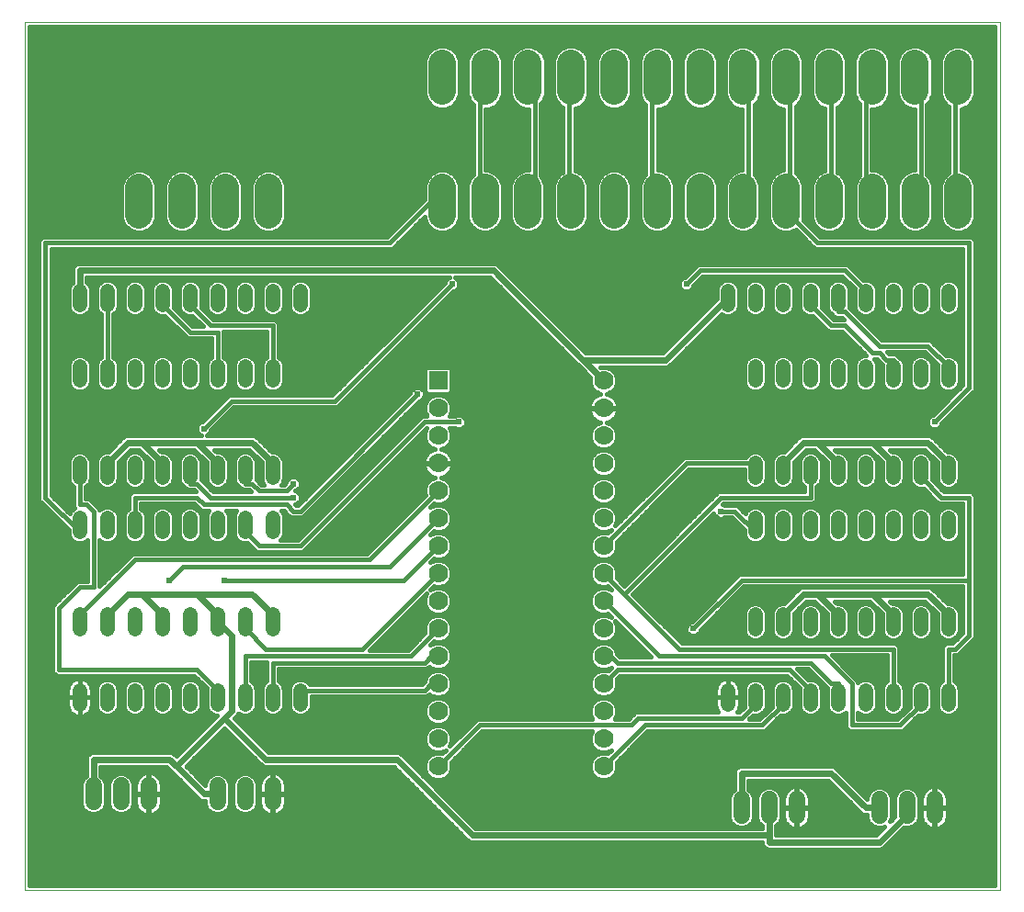
<source format=gtl>
G75*
%MOIN*%
%OFA0B0*%
%FSLAX25Y25*%
%IPPOS*%
%LPD*%
%AMOC8*
5,1,8,0,0,1.08239X$1,22.5*
%
%ADD10C,0.00000*%
%ADD11C,0.05937*%
%ADD12C,0.05200*%
%ADD13R,0.07000X0.07000*%
%ADD14C,0.07000*%
%ADD15C,0.10039*%
%ADD16C,0.09900*%
%ADD17C,0.01600*%
%ADD18C,0.02400*%
%ADD19C,0.02400*%
D10*
X0011800Y0011800D02*
X0011800Y0327076D01*
X0365501Y0327076D01*
X0365501Y0011800D01*
X0011800Y0011800D01*
D11*
X0036800Y0043831D02*
X0036800Y0049769D01*
X0046800Y0049769D02*
X0046800Y0043831D01*
X0056800Y0043831D02*
X0056800Y0049769D01*
X0081800Y0049769D02*
X0081800Y0043831D01*
X0091800Y0043831D02*
X0091800Y0049769D01*
X0101800Y0049769D02*
X0101800Y0043831D01*
X0271800Y0044769D02*
X0271800Y0038831D01*
X0281800Y0038831D02*
X0281800Y0044769D01*
X0291800Y0044769D02*
X0291800Y0038831D01*
X0321800Y0038831D02*
X0321800Y0044769D01*
X0331800Y0044769D02*
X0331800Y0038831D01*
X0341800Y0038831D02*
X0341800Y0044769D01*
D12*
X0336800Y0079200D02*
X0336800Y0084400D01*
X0326800Y0084400D02*
X0326800Y0079200D01*
X0316800Y0079200D02*
X0316800Y0084400D01*
X0306800Y0084400D02*
X0306800Y0079200D01*
X0296800Y0079200D02*
X0296800Y0084400D01*
X0286800Y0084400D02*
X0286800Y0079200D01*
X0276800Y0079200D02*
X0276800Y0084400D01*
X0266800Y0084400D02*
X0266800Y0079200D01*
X0276800Y0106600D02*
X0276800Y0111800D01*
X0286800Y0111800D02*
X0286800Y0106600D01*
X0296800Y0106600D02*
X0296800Y0111800D01*
X0306800Y0111800D02*
X0306800Y0106600D01*
X0316800Y0106600D02*
X0316800Y0111800D01*
X0326800Y0111800D02*
X0326800Y0106600D01*
X0336800Y0106600D02*
X0336800Y0111800D01*
X0346800Y0111800D02*
X0346800Y0106600D01*
X0346800Y0084400D02*
X0346800Y0079200D01*
X0346800Y0141800D02*
X0346800Y0147000D01*
X0336800Y0147000D02*
X0336800Y0141800D01*
X0326800Y0141800D02*
X0326800Y0147000D01*
X0316800Y0147000D02*
X0316800Y0141800D01*
X0306800Y0141800D02*
X0306800Y0147000D01*
X0296800Y0147000D02*
X0296800Y0141800D01*
X0286800Y0141800D02*
X0286800Y0147000D01*
X0276800Y0147000D02*
X0276800Y0141800D01*
X0276800Y0161600D02*
X0276800Y0166800D01*
X0286800Y0166800D02*
X0286800Y0161600D01*
X0296800Y0161600D02*
X0296800Y0166800D01*
X0306800Y0166800D02*
X0306800Y0161600D01*
X0316800Y0161600D02*
X0316800Y0166800D01*
X0326800Y0166800D02*
X0326800Y0161600D01*
X0336800Y0161600D02*
X0336800Y0166800D01*
X0346800Y0166800D02*
X0346800Y0161600D01*
X0346800Y0196800D02*
X0346800Y0202000D01*
X0336800Y0202000D02*
X0336800Y0196800D01*
X0326800Y0196800D02*
X0326800Y0202000D01*
X0316800Y0202000D02*
X0316800Y0196800D01*
X0306800Y0196800D02*
X0306800Y0202000D01*
X0296800Y0202000D02*
X0296800Y0196800D01*
X0286800Y0196800D02*
X0286800Y0202000D01*
X0276800Y0202000D02*
X0276800Y0196800D01*
X0276800Y0224200D02*
X0276800Y0229400D01*
X0286800Y0229400D02*
X0286800Y0224200D01*
X0296800Y0224200D02*
X0296800Y0229400D01*
X0306800Y0229400D02*
X0306800Y0224200D01*
X0316800Y0224200D02*
X0316800Y0229400D01*
X0326800Y0229400D02*
X0326800Y0224200D01*
X0336800Y0224200D02*
X0336800Y0229400D01*
X0346800Y0229400D02*
X0346800Y0224200D01*
X0266800Y0224200D02*
X0266800Y0229400D01*
X0111800Y0229400D02*
X0111800Y0224200D01*
X0101800Y0224200D02*
X0101800Y0229400D01*
X0091800Y0229400D02*
X0091800Y0224200D01*
X0081800Y0224200D02*
X0081800Y0229400D01*
X0071800Y0229400D02*
X0071800Y0224200D01*
X0061800Y0224200D02*
X0061800Y0229400D01*
X0051800Y0229400D02*
X0051800Y0224200D01*
X0041800Y0224200D02*
X0041800Y0229400D01*
X0031800Y0229400D02*
X0031800Y0224200D01*
X0031800Y0202000D02*
X0031800Y0196800D01*
X0041800Y0196800D02*
X0041800Y0202000D01*
X0051800Y0202000D02*
X0051800Y0196800D01*
X0061800Y0196800D02*
X0061800Y0202000D01*
X0071800Y0202000D02*
X0071800Y0196800D01*
X0081800Y0196800D02*
X0081800Y0202000D01*
X0091800Y0202000D02*
X0091800Y0196800D01*
X0101800Y0196800D02*
X0101800Y0202000D01*
X0101800Y0166800D02*
X0101800Y0161600D01*
X0091800Y0161600D02*
X0091800Y0166800D01*
X0081800Y0166800D02*
X0081800Y0161600D01*
X0071800Y0161600D02*
X0071800Y0166800D01*
X0061800Y0166800D02*
X0061800Y0161600D01*
X0051800Y0161600D02*
X0051800Y0166800D01*
X0041800Y0166800D02*
X0041800Y0161600D01*
X0031800Y0161600D02*
X0031800Y0166800D01*
X0031800Y0147000D02*
X0031800Y0141800D01*
X0041800Y0141800D02*
X0041800Y0147000D01*
X0051800Y0147000D02*
X0051800Y0141800D01*
X0061800Y0141800D02*
X0061800Y0147000D01*
X0071800Y0147000D02*
X0071800Y0141800D01*
X0081800Y0141800D02*
X0081800Y0147000D01*
X0091800Y0147000D02*
X0091800Y0141800D01*
X0101800Y0141800D02*
X0101800Y0147000D01*
X0101800Y0111800D02*
X0101800Y0106600D01*
X0091800Y0106600D02*
X0091800Y0111800D01*
X0081800Y0111800D02*
X0081800Y0106600D01*
X0071800Y0106600D02*
X0071800Y0111800D01*
X0061800Y0111800D02*
X0061800Y0106600D01*
X0051800Y0106600D02*
X0051800Y0111800D01*
X0041800Y0111800D02*
X0041800Y0106600D01*
X0031800Y0106600D02*
X0031800Y0111800D01*
X0031800Y0084400D02*
X0031800Y0079200D01*
X0041800Y0079200D02*
X0041800Y0084400D01*
X0051800Y0084400D02*
X0051800Y0079200D01*
X0061800Y0079200D02*
X0061800Y0084400D01*
X0071800Y0084400D02*
X0071800Y0079200D01*
X0081800Y0079200D02*
X0081800Y0084400D01*
X0091800Y0084400D02*
X0091800Y0079200D01*
X0101800Y0079200D02*
X0101800Y0084400D01*
X0111800Y0084400D02*
X0111800Y0079200D01*
D13*
X0161800Y0196800D03*
D14*
X0161800Y0186800D03*
X0161800Y0176800D03*
X0161800Y0166800D03*
X0161800Y0156800D03*
X0161800Y0146800D03*
X0161800Y0136800D03*
X0161800Y0126800D03*
X0161800Y0116800D03*
X0161800Y0106800D03*
X0161800Y0096800D03*
X0161800Y0086800D03*
X0161800Y0076800D03*
X0161800Y0066800D03*
X0161800Y0056800D03*
X0221800Y0056800D03*
X0221800Y0066800D03*
X0221800Y0076800D03*
X0221800Y0086800D03*
X0221800Y0096800D03*
X0221800Y0106800D03*
X0221800Y0116800D03*
X0221800Y0126800D03*
X0221800Y0136800D03*
X0221800Y0146800D03*
X0221800Y0156800D03*
X0221800Y0166800D03*
X0221800Y0176800D03*
X0221800Y0186800D03*
X0221800Y0196800D03*
D15*
X0225619Y0301780D02*
X0225619Y0311820D01*
X0241209Y0311820D02*
X0241209Y0301780D01*
X0256800Y0301780D02*
X0256800Y0311820D01*
X0272391Y0311820D02*
X0272391Y0301780D01*
X0287981Y0301780D02*
X0287981Y0311820D01*
X0303572Y0311820D02*
X0303572Y0301780D01*
X0319162Y0301780D02*
X0319162Y0311820D01*
X0334753Y0311820D02*
X0334753Y0301780D01*
X0350343Y0301780D02*
X0350343Y0311820D01*
X0210028Y0311820D02*
X0210028Y0301780D01*
X0194438Y0301780D02*
X0194438Y0311820D01*
X0178847Y0311820D02*
X0178847Y0301780D01*
X0163257Y0301780D02*
X0163257Y0311820D01*
D16*
X0163200Y0266750D02*
X0163200Y0256850D01*
X0178800Y0256850D02*
X0178800Y0266750D01*
X0194400Y0266750D02*
X0194400Y0256850D01*
X0210000Y0256850D02*
X0210000Y0266750D01*
X0225600Y0266750D02*
X0225600Y0256850D01*
X0241200Y0256850D02*
X0241200Y0266750D01*
X0256800Y0266750D02*
X0256800Y0256850D01*
X0272400Y0256850D02*
X0272400Y0266750D01*
X0288000Y0266750D02*
X0288000Y0256850D01*
X0303600Y0256850D02*
X0303600Y0266750D01*
X0319200Y0266750D02*
X0319200Y0256850D01*
X0334800Y0256850D02*
X0334800Y0266750D01*
X0350400Y0266750D02*
X0350400Y0256850D01*
X0100200Y0256850D02*
X0100200Y0266750D01*
X0084600Y0266750D02*
X0084600Y0256850D01*
X0069000Y0256850D02*
X0069000Y0266750D01*
X0053400Y0266750D02*
X0053400Y0256850D01*
D17*
X0059413Y0254774D02*
X0062987Y0254774D01*
X0062650Y0255587D02*
X0063617Y0253253D01*
X0065403Y0251467D01*
X0067737Y0250500D01*
X0070263Y0250500D01*
X0072597Y0251467D01*
X0074383Y0253253D01*
X0075350Y0255587D01*
X0075350Y0268013D01*
X0074383Y0270347D01*
X0072597Y0272133D01*
X0070263Y0273100D01*
X0067737Y0273100D01*
X0065403Y0272133D01*
X0063617Y0270347D01*
X0062650Y0268013D01*
X0062650Y0255587D01*
X0062650Y0256372D02*
X0059750Y0256372D01*
X0059750Y0255587D02*
X0059750Y0268013D01*
X0058783Y0270347D01*
X0056997Y0272133D01*
X0054663Y0273100D01*
X0052137Y0273100D01*
X0049803Y0272133D01*
X0048017Y0270347D01*
X0047050Y0268013D01*
X0047050Y0255587D01*
X0048017Y0253253D01*
X0049803Y0251467D01*
X0052137Y0250500D01*
X0054663Y0250500D01*
X0056997Y0251467D01*
X0058783Y0253253D01*
X0059750Y0255587D01*
X0059750Y0257971D02*
X0062650Y0257971D01*
X0062650Y0259569D02*
X0059750Y0259569D01*
X0059750Y0261168D02*
X0062650Y0261168D01*
X0062650Y0262766D02*
X0059750Y0262766D01*
X0059750Y0264365D02*
X0062650Y0264365D01*
X0062650Y0265963D02*
X0059750Y0265963D01*
X0059750Y0267562D02*
X0062650Y0267562D01*
X0063125Y0269160D02*
X0059275Y0269160D01*
X0058371Y0270759D02*
X0064029Y0270759D01*
X0065944Y0272357D02*
X0056456Y0272357D01*
X0050344Y0272357D02*
X0013600Y0272357D01*
X0013600Y0270759D02*
X0048429Y0270759D01*
X0047525Y0269160D02*
X0013600Y0269160D01*
X0013600Y0267562D02*
X0047050Y0267562D01*
X0047050Y0265963D02*
X0013600Y0265963D01*
X0013600Y0264365D02*
X0047050Y0264365D01*
X0047050Y0262766D02*
X0013600Y0262766D01*
X0013600Y0261168D02*
X0047050Y0261168D01*
X0047050Y0259569D02*
X0013600Y0259569D01*
X0013600Y0257971D02*
X0047050Y0257971D01*
X0047050Y0256372D02*
X0013600Y0256372D01*
X0013600Y0254774D02*
X0047387Y0254774D01*
X0048095Y0253175D02*
X0013600Y0253175D01*
X0013600Y0251577D02*
X0049693Y0251577D01*
X0057107Y0251577D02*
X0065293Y0251577D01*
X0063695Y0253175D02*
X0058705Y0253175D01*
X0072707Y0251577D02*
X0080893Y0251577D01*
X0081003Y0251467D02*
X0083337Y0250500D01*
X0085863Y0250500D01*
X0088197Y0251467D01*
X0089983Y0253253D01*
X0090950Y0255587D01*
X0090950Y0268013D01*
X0089983Y0270347D01*
X0088197Y0272133D01*
X0085863Y0273100D01*
X0083337Y0273100D01*
X0081003Y0272133D01*
X0079217Y0270347D01*
X0078250Y0268013D01*
X0078250Y0255587D01*
X0079217Y0253253D01*
X0081003Y0251467D01*
X0079295Y0253175D02*
X0074305Y0253175D01*
X0075013Y0254774D02*
X0078587Y0254774D01*
X0078250Y0256372D02*
X0075350Y0256372D01*
X0075350Y0257971D02*
X0078250Y0257971D01*
X0078250Y0259569D02*
X0075350Y0259569D01*
X0075350Y0261168D02*
X0078250Y0261168D01*
X0078250Y0262766D02*
X0075350Y0262766D01*
X0075350Y0264365D02*
X0078250Y0264365D01*
X0078250Y0265963D02*
X0075350Y0265963D01*
X0075350Y0267562D02*
X0078250Y0267562D01*
X0078725Y0269160D02*
X0074875Y0269160D01*
X0073971Y0270759D02*
X0079629Y0270759D01*
X0081544Y0272357D02*
X0072056Y0272357D01*
X0087656Y0272357D02*
X0097144Y0272357D01*
X0096603Y0272133D02*
X0094817Y0270347D01*
X0093850Y0268013D01*
X0093850Y0255587D01*
X0094817Y0253253D01*
X0096603Y0251467D01*
X0098937Y0250500D01*
X0101463Y0250500D01*
X0103797Y0251467D01*
X0105583Y0253253D01*
X0106550Y0255587D01*
X0106550Y0268013D01*
X0105583Y0270347D01*
X0103797Y0272133D01*
X0101463Y0273100D01*
X0098937Y0273100D01*
X0096603Y0272133D01*
X0095229Y0270759D02*
X0089571Y0270759D01*
X0090475Y0269160D02*
X0094325Y0269160D01*
X0093850Y0267562D02*
X0090950Y0267562D01*
X0090950Y0265963D02*
X0093850Y0265963D01*
X0093850Y0264365D02*
X0090950Y0264365D01*
X0090950Y0262766D02*
X0093850Y0262766D01*
X0093850Y0261168D02*
X0090950Y0261168D01*
X0090950Y0259569D02*
X0093850Y0259569D01*
X0093850Y0257971D02*
X0090950Y0257971D01*
X0090950Y0256372D02*
X0093850Y0256372D01*
X0094187Y0254774D02*
X0090613Y0254774D01*
X0089905Y0253175D02*
X0094895Y0253175D01*
X0096493Y0251577D02*
X0088307Y0251577D01*
X0103907Y0251577D02*
X0145965Y0251577D01*
X0144367Y0249978D02*
X0013600Y0249978D01*
X0013600Y0248380D02*
X0017768Y0248380D01*
X0018389Y0249000D02*
X0017100Y0247711D01*
X0017100Y0153389D01*
X0018389Y0152100D01*
X0027800Y0142689D01*
X0027800Y0141004D01*
X0028409Y0139534D01*
X0029534Y0138409D01*
X0031004Y0137800D01*
X0032596Y0137800D01*
X0034066Y0138409D01*
X0034600Y0138943D01*
X0034600Y0124000D01*
X0030889Y0124000D01*
X0023389Y0116500D01*
X0022100Y0115211D01*
X0022100Y0090889D01*
X0023389Y0089600D01*
X0073389Y0089600D01*
X0077800Y0085189D01*
X0077800Y0078404D01*
X0078409Y0076934D01*
X0079534Y0075809D01*
X0081004Y0075200D01*
X0081523Y0075200D01*
X0066800Y0060477D01*
X0065773Y0061504D01*
X0064817Y0061900D01*
X0036283Y0061900D01*
X0035327Y0061504D01*
X0034596Y0060773D01*
X0034200Y0059817D01*
X0034200Y0053347D01*
X0033097Y0052243D01*
X0032431Y0050637D01*
X0032431Y0042963D01*
X0033097Y0041357D01*
X0034325Y0040128D01*
X0035931Y0039463D01*
X0037669Y0039463D01*
X0039275Y0040128D01*
X0040503Y0041357D01*
X0041168Y0042963D01*
X0041168Y0050637D01*
X0040503Y0052243D01*
X0039400Y0053347D01*
X0039400Y0056700D01*
X0063223Y0056700D01*
X0065327Y0054596D01*
X0074596Y0045327D01*
X0075327Y0044596D01*
X0076283Y0044200D01*
X0077431Y0044200D01*
X0077431Y0042963D01*
X0078097Y0041357D01*
X0079325Y0040128D01*
X0080931Y0039463D01*
X0082669Y0039463D01*
X0084275Y0040128D01*
X0085503Y0041357D01*
X0086168Y0042963D01*
X0086168Y0050637D01*
X0085503Y0052243D01*
X0084275Y0053472D01*
X0082669Y0054137D01*
X0080931Y0054137D01*
X0079325Y0053472D01*
X0078097Y0052243D01*
X0077431Y0050637D01*
X0077431Y0049845D01*
X0070477Y0056800D01*
X0084300Y0070623D01*
X0097096Y0057827D01*
X0097827Y0057096D01*
X0098783Y0056700D01*
X0145723Y0056700D01*
X0172096Y0030327D01*
X0172827Y0029596D01*
X0173783Y0029200D01*
X0279200Y0029200D01*
X0279200Y0028783D01*
X0279596Y0027827D01*
X0280327Y0027096D01*
X0281283Y0026700D01*
X0322317Y0026700D01*
X0323273Y0027096D01*
X0330725Y0034548D01*
X0330931Y0034463D01*
X0332669Y0034463D01*
X0334275Y0035128D01*
X0335503Y0036357D01*
X0336168Y0037963D01*
X0336168Y0045637D01*
X0335503Y0047243D01*
X0334275Y0048472D01*
X0332669Y0049137D01*
X0330931Y0049137D01*
X0329325Y0048472D01*
X0328097Y0047243D01*
X0327431Y0045637D01*
X0327431Y0038608D01*
X0325732Y0036909D01*
X0326168Y0037963D01*
X0326168Y0045637D01*
X0325503Y0047243D01*
X0324275Y0048472D01*
X0322669Y0049137D01*
X0320931Y0049137D01*
X0319325Y0048472D01*
X0318097Y0047243D01*
X0317431Y0045637D01*
X0317431Y0044845D01*
X0305773Y0056504D01*
X0304817Y0056900D01*
X0271283Y0056900D01*
X0270327Y0056504D01*
X0269596Y0055773D01*
X0269200Y0054817D01*
X0269200Y0048346D01*
X0268097Y0047243D01*
X0267431Y0045637D01*
X0267431Y0037963D01*
X0268097Y0036357D01*
X0269325Y0035128D01*
X0270931Y0034463D01*
X0272669Y0034463D01*
X0274275Y0035128D01*
X0275503Y0036357D01*
X0276168Y0037963D01*
X0276168Y0045637D01*
X0275503Y0047243D01*
X0274400Y0048346D01*
X0274400Y0051700D01*
X0303223Y0051700D01*
X0314596Y0040327D01*
X0315327Y0039596D01*
X0316283Y0039200D01*
X0317431Y0039200D01*
X0317431Y0037963D01*
X0318097Y0036357D01*
X0319325Y0035128D01*
X0320931Y0034463D01*
X0322669Y0034463D01*
X0323722Y0034899D01*
X0320723Y0031900D01*
X0284400Y0031900D01*
X0284400Y0035253D01*
X0285503Y0036357D01*
X0286168Y0037963D01*
X0286168Y0045637D01*
X0285503Y0047243D01*
X0284275Y0048472D01*
X0282669Y0049137D01*
X0280931Y0049137D01*
X0279325Y0048472D01*
X0278097Y0047243D01*
X0277431Y0045637D01*
X0277431Y0037963D01*
X0278097Y0036357D01*
X0279200Y0035253D01*
X0279200Y0034400D01*
X0175377Y0034400D01*
X0148273Y0061504D01*
X0147317Y0061900D01*
X0100377Y0061900D01*
X0087977Y0074300D01*
X0088273Y0074596D01*
X0089004Y0075327D01*
X0089300Y0076043D01*
X0089534Y0075809D01*
X0091004Y0075200D01*
X0092596Y0075200D01*
X0094066Y0075809D01*
X0095191Y0076934D01*
X0095800Y0078404D01*
X0095800Y0085196D01*
X0095191Y0086666D01*
X0094066Y0087791D01*
X0094000Y0087818D01*
X0094000Y0094600D01*
X0099600Y0094600D01*
X0099600Y0087818D01*
X0099534Y0087791D01*
X0098409Y0086666D01*
X0097800Y0085196D01*
X0097800Y0078404D01*
X0098409Y0076934D01*
X0099534Y0075809D01*
X0101004Y0075200D01*
X0102596Y0075200D01*
X0104066Y0075809D01*
X0105191Y0076934D01*
X0105800Y0078404D01*
X0105800Y0085196D01*
X0105191Y0086666D01*
X0104066Y0087791D01*
X0104000Y0087818D01*
X0104000Y0092100D01*
X0157711Y0092100D01*
X0158641Y0093030D01*
X0159024Y0092646D01*
X0160825Y0091900D01*
X0162775Y0091900D01*
X0164576Y0092646D01*
X0165954Y0094024D01*
X0166700Y0095825D01*
X0166700Y0097775D01*
X0165954Y0099576D01*
X0164576Y0100954D01*
X0162775Y0101700D01*
X0160825Y0101700D01*
X0159094Y0100983D01*
X0160211Y0102100D01*
X0160250Y0102138D01*
X0160825Y0101900D01*
X0162775Y0101900D01*
X0164576Y0102646D01*
X0165954Y0104024D01*
X0166700Y0105825D01*
X0166700Y0107775D01*
X0165954Y0109576D01*
X0164576Y0110954D01*
X0162775Y0111700D01*
X0160825Y0111700D01*
X0159024Y0110954D01*
X0157646Y0109576D01*
X0156900Y0107775D01*
X0156900Y0105825D01*
X0157100Y0105342D01*
X0157100Y0105211D01*
X0150889Y0099000D01*
X0137111Y0099000D01*
X0157617Y0119506D01*
X0156900Y0117775D01*
X0156900Y0115825D01*
X0157646Y0114024D01*
X0159024Y0112646D01*
X0160825Y0111900D01*
X0162775Y0111900D01*
X0164576Y0112646D01*
X0165954Y0114024D01*
X0166700Y0115825D01*
X0166700Y0117775D01*
X0165954Y0119576D01*
X0164576Y0120954D01*
X0162775Y0121700D01*
X0160825Y0121700D01*
X0159094Y0120983D01*
X0160250Y0122138D01*
X0160825Y0121900D01*
X0162775Y0121900D01*
X0164576Y0122646D01*
X0165954Y0124024D01*
X0166700Y0125825D01*
X0166700Y0127775D01*
X0165954Y0129576D01*
X0164576Y0130954D01*
X0162775Y0131700D01*
X0160825Y0131700D01*
X0159094Y0130983D01*
X0160250Y0132138D01*
X0160825Y0131900D01*
X0162775Y0131900D01*
X0164576Y0132646D01*
X0165954Y0134024D01*
X0166700Y0135825D01*
X0166700Y0137775D01*
X0165954Y0139576D01*
X0164576Y0140954D01*
X0162775Y0141700D01*
X0160825Y0141700D01*
X0159094Y0140983D01*
X0160250Y0142138D01*
X0160825Y0141900D01*
X0162775Y0141900D01*
X0164576Y0142646D01*
X0165954Y0144024D01*
X0166700Y0145825D01*
X0166700Y0147775D01*
X0165954Y0149576D01*
X0164576Y0150954D01*
X0162775Y0151700D01*
X0160825Y0151700D01*
X0159094Y0150983D01*
X0160250Y0152138D01*
X0160825Y0151900D01*
X0162775Y0151900D01*
X0164576Y0152646D01*
X0165954Y0154024D01*
X0166700Y0155825D01*
X0166700Y0157775D01*
X0165954Y0159576D01*
X0164576Y0160954D01*
X0162970Y0161619D01*
X0163041Y0161630D01*
X0163834Y0161888D01*
X0164578Y0162267D01*
X0165253Y0162757D01*
X0165843Y0163347D01*
X0166333Y0164022D01*
X0166712Y0164766D01*
X0166969Y0165559D01*
X0167100Y0166383D01*
X0167100Y0166700D01*
X0161900Y0166700D01*
X0161900Y0166900D01*
X0167100Y0166900D01*
X0167100Y0167217D01*
X0166969Y0168041D01*
X0166712Y0168834D01*
X0166333Y0169578D01*
X0165843Y0170253D01*
X0165253Y0170843D01*
X0164578Y0171333D01*
X0163834Y0171712D01*
X0163041Y0171969D01*
X0162970Y0171981D01*
X0164576Y0172646D01*
X0165954Y0174024D01*
X0166700Y0175825D01*
X0166700Y0177775D01*
X0165954Y0179576D01*
X0165930Y0179600D01*
X0167823Y0179600D01*
X0167827Y0179596D01*
X0168783Y0179200D01*
X0169817Y0179200D01*
X0170773Y0179596D01*
X0171504Y0180327D01*
X0171900Y0181283D01*
X0171900Y0182317D01*
X0171504Y0183273D01*
X0170773Y0184004D01*
X0169817Y0184400D01*
X0168783Y0184400D01*
X0167827Y0184004D01*
X0167823Y0184000D01*
X0165930Y0184000D01*
X0165954Y0184024D01*
X0166700Y0185825D01*
X0166700Y0187775D01*
X0165954Y0189576D01*
X0164576Y0190954D01*
X0162775Y0191700D01*
X0160825Y0191700D01*
X0159024Y0190954D01*
X0157646Y0189576D01*
X0156900Y0187775D01*
X0156900Y0185825D01*
X0157646Y0184024D01*
X0157670Y0184000D01*
X0155889Y0184000D01*
X0154600Y0182711D01*
X0110889Y0139000D01*
X0104657Y0139000D01*
X0105191Y0139534D01*
X0105800Y0141004D01*
X0105800Y0147796D01*
X0105191Y0149266D01*
X0104857Y0149600D01*
X0105889Y0149600D01*
X0107100Y0148389D01*
X0108389Y0147100D01*
X0112711Y0147100D01*
X0154811Y0189200D01*
X0154817Y0189200D01*
X0155773Y0189596D01*
X0156504Y0190327D01*
X0156900Y0191283D01*
X0156900Y0192317D01*
X0156504Y0193273D01*
X0155773Y0194004D01*
X0154817Y0194400D01*
X0153783Y0194400D01*
X0152827Y0194004D01*
X0152096Y0193273D01*
X0151700Y0192317D01*
X0151700Y0192311D01*
X0110889Y0151500D01*
X0110211Y0151500D01*
X0109954Y0151757D01*
X0110773Y0152096D01*
X0111504Y0152827D01*
X0111900Y0153783D01*
X0111900Y0154817D01*
X0111504Y0155773D01*
X0110773Y0156504D01*
X0110059Y0156800D01*
X0110773Y0157096D01*
X0111504Y0157827D01*
X0111900Y0158783D01*
X0111900Y0159817D01*
X0111504Y0160773D01*
X0110773Y0161504D01*
X0109817Y0161900D01*
X0108783Y0161900D01*
X0107827Y0161504D01*
X0107096Y0160773D01*
X0106700Y0159817D01*
X0106700Y0159811D01*
X0105889Y0159000D01*
X0104857Y0159000D01*
X0105191Y0159334D01*
X0105800Y0160804D01*
X0105800Y0167596D01*
X0105191Y0169066D01*
X0104066Y0170191D01*
X0102596Y0170800D01*
X0101477Y0170800D01*
X0096504Y0175773D01*
X0095773Y0176504D01*
X0094817Y0176900D01*
X0077800Y0176900D01*
X0078273Y0177096D01*
X0079004Y0177827D01*
X0079400Y0178783D01*
X0079400Y0178789D01*
X0087711Y0187100D01*
X0125211Y0187100D01*
X0167311Y0229200D01*
X0167317Y0229200D01*
X0168273Y0229596D01*
X0169004Y0230327D01*
X0169400Y0231283D01*
X0169400Y0232317D01*
X0169004Y0233273D01*
X0168273Y0234004D01*
X0167800Y0234200D01*
X0180723Y0234200D01*
X0212096Y0202827D01*
X0212827Y0202096D01*
X0216973Y0197950D01*
X0216900Y0197775D01*
X0216900Y0195825D01*
X0217646Y0194024D01*
X0219024Y0192646D01*
X0220630Y0191981D01*
X0220559Y0191969D01*
X0219766Y0191712D01*
X0219022Y0191333D01*
X0218347Y0190843D01*
X0217757Y0190253D01*
X0217267Y0189578D01*
X0216888Y0188834D01*
X0216630Y0188041D01*
X0216500Y0187217D01*
X0216500Y0186900D01*
X0221700Y0186900D01*
X0221700Y0186700D01*
X0216500Y0186700D01*
X0216500Y0186383D01*
X0216630Y0185559D01*
X0216888Y0184766D01*
X0217267Y0184022D01*
X0217757Y0183347D01*
X0218347Y0182757D01*
X0219022Y0182267D01*
X0219766Y0181888D01*
X0220559Y0181630D01*
X0220630Y0181619D01*
X0219024Y0180954D01*
X0217646Y0179576D01*
X0216900Y0177775D01*
X0216900Y0175825D01*
X0217646Y0174024D01*
X0219024Y0172646D01*
X0220825Y0171900D01*
X0222775Y0171900D01*
X0224576Y0172646D01*
X0225954Y0174024D01*
X0226700Y0175825D01*
X0226700Y0177775D01*
X0225954Y0179576D01*
X0224576Y0180954D01*
X0222970Y0181619D01*
X0223041Y0181630D01*
X0223834Y0181888D01*
X0224578Y0182267D01*
X0225253Y0182757D01*
X0225843Y0183347D01*
X0226333Y0184022D01*
X0226712Y0184766D01*
X0226969Y0185559D01*
X0227100Y0186383D01*
X0227100Y0186700D01*
X0221900Y0186700D01*
X0221900Y0186900D01*
X0227100Y0186900D01*
X0227100Y0187217D01*
X0226969Y0188041D01*
X0226712Y0188834D01*
X0226333Y0189578D01*
X0225843Y0190253D01*
X0225253Y0190843D01*
X0224578Y0191333D01*
X0223834Y0191712D01*
X0223041Y0191969D01*
X0222970Y0191981D01*
X0224576Y0192646D01*
X0225954Y0194024D01*
X0226700Y0195825D01*
X0226700Y0197775D01*
X0225954Y0199576D01*
X0224576Y0200954D01*
X0222775Y0201700D01*
X0220825Y0201700D01*
X0220650Y0201627D01*
X0220577Y0201700D01*
X0244817Y0201700D01*
X0245773Y0202096D01*
X0246504Y0202827D01*
X0264510Y0220833D01*
X0264534Y0220809D01*
X0266004Y0220200D01*
X0267596Y0220200D01*
X0269066Y0220809D01*
X0270191Y0221934D01*
X0270800Y0223404D01*
X0270800Y0230196D01*
X0270191Y0231666D01*
X0269066Y0232791D01*
X0267596Y0233400D01*
X0266004Y0233400D01*
X0264534Y0232791D01*
X0263409Y0231666D01*
X0262800Y0230196D01*
X0262800Y0226477D01*
X0243223Y0206900D01*
X0215377Y0206900D01*
X0183273Y0239004D01*
X0182317Y0239400D01*
X0031283Y0239400D01*
X0030327Y0239004D01*
X0029596Y0238273D01*
X0029200Y0237317D01*
X0029200Y0232457D01*
X0028409Y0231666D01*
X0027800Y0230196D01*
X0027800Y0223404D01*
X0028409Y0221934D01*
X0029534Y0220809D01*
X0031004Y0220200D01*
X0032596Y0220200D01*
X0034066Y0220809D01*
X0035191Y0221934D01*
X0035800Y0223404D01*
X0035800Y0230196D01*
X0035191Y0231666D01*
X0034400Y0232457D01*
X0034400Y0234200D01*
X0165800Y0234200D01*
X0165327Y0234004D01*
X0164596Y0233273D01*
X0164200Y0232317D01*
X0164200Y0232311D01*
X0123389Y0191500D01*
X0085889Y0191500D01*
X0084600Y0190211D01*
X0076289Y0181900D01*
X0076283Y0181900D01*
X0075327Y0181504D01*
X0074596Y0180773D01*
X0074200Y0179817D01*
X0074200Y0178783D01*
X0074596Y0177827D01*
X0075327Y0177096D01*
X0075800Y0176900D01*
X0048783Y0176900D01*
X0047827Y0176504D01*
X0047096Y0175773D01*
X0042123Y0170800D01*
X0041004Y0170800D01*
X0039534Y0170191D01*
X0038409Y0169066D01*
X0037800Y0167596D01*
X0037800Y0160804D01*
X0038409Y0159334D01*
X0039534Y0158209D01*
X0041004Y0157600D01*
X0042596Y0157600D01*
X0044066Y0158209D01*
X0045191Y0159334D01*
X0045800Y0160804D01*
X0045800Y0167123D01*
X0050377Y0171700D01*
X0053223Y0171700D01*
X0057800Y0167123D01*
X0057800Y0160804D01*
X0058409Y0159334D01*
X0059534Y0158209D01*
X0061004Y0157600D01*
X0062596Y0157600D01*
X0064066Y0158209D01*
X0065191Y0159334D01*
X0065800Y0160804D01*
X0065800Y0167596D01*
X0065191Y0169066D01*
X0064066Y0170191D01*
X0062596Y0170800D01*
X0061477Y0170800D01*
X0060577Y0171700D01*
X0073223Y0171700D01*
X0077800Y0167123D01*
X0077800Y0160804D01*
X0078409Y0159334D01*
X0079534Y0158209D01*
X0081004Y0157600D01*
X0082596Y0157600D01*
X0084066Y0158209D01*
X0085191Y0159334D01*
X0085800Y0160804D01*
X0085800Y0167596D01*
X0085191Y0169066D01*
X0084066Y0170191D01*
X0082596Y0170800D01*
X0081477Y0170800D01*
X0080577Y0171700D01*
X0093223Y0171700D01*
X0097800Y0167123D01*
X0097800Y0160804D01*
X0098409Y0159334D01*
X0098743Y0159000D01*
X0097711Y0159000D01*
X0095800Y0160911D01*
X0095800Y0167596D01*
X0095191Y0169066D01*
X0094066Y0170191D01*
X0092596Y0170800D01*
X0091004Y0170800D01*
X0089534Y0170191D01*
X0088409Y0169066D01*
X0087800Y0167596D01*
X0087800Y0160804D01*
X0088409Y0159334D01*
X0089534Y0158209D01*
X0089953Y0158035D01*
X0090889Y0157100D01*
X0093389Y0157100D01*
X0093989Y0156500D01*
X0080211Y0156500D01*
X0075800Y0160911D01*
X0075800Y0167596D01*
X0075191Y0169066D01*
X0074066Y0170191D01*
X0072596Y0170800D01*
X0071004Y0170800D01*
X0069534Y0170191D01*
X0068409Y0169066D01*
X0067800Y0167596D01*
X0067800Y0160804D01*
X0068409Y0159334D01*
X0069534Y0158209D01*
X0069953Y0158035D01*
X0070889Y0157100D01*
X0073389Y0157100D01*
X0073989Y0156500D01*
X0050889Y0156500D01*
X0049600Y0155211D01*
X0049600Y0150418D01*
X0049534Y0150391D01*
X0048409Y0149266D01*
X0047800Y0147796D01*
X0047800Y0141004D01*
X0048409Y0139534D01*
X0049534Y0138409D01*
X0051004Y0137800D01*
X0052596Y0137800D01*
X0054066Y0138409D01*
X0055191Y0139534D01*
X0055800Y0141004D01*
X0055800Y0147796D01*
X0055191Y0149266D01*
X0054066Y0150391D01*
X0054000Y0150418D01*
X0054000Y0152100D01*
X0073389Y0152100D01*
X0074600Y0150889D01*
X0075889Y0149600D01*
X0078743Y0149600D01*
X0078409Y0149266D01*
X0077800Y0147796D01*
X0077800Y0141004D01*
X0078409Y0139534D01*
X0079534Y0138409D01*
X0081004Y0137800D01*
X0082596Y0137800D01*
X0084066Y0138409D01*
X0085191Y0139534D01*
X0085800Y0141004D01*
X0085800Y0147796D01*
X0085191Y0149266D01*
X0084857Y0149600D01*
X0088743Y0149600D01*
X0088409Y0149266D01*
X0087800Y0147796D01*
X0087800Y0141004D01*
X0088409Y0139534D01*
X0089534Y0138409D01*
X0091004Y0137800D01*
X0092596Y0137800D01*
X0092661Y0137827D01*
X0094600Y0135889D01*
X0095889Y0134600D01*
X0112711Y0134600D01*
X0157617Y0179506D01*
X0156900Y0177775D01*
X0156900Y0175825D01*
X0157646Y0174024D01*
X0159024Y0172646D01*
X0160630Y0171981D01*
X0160559Y0171969D01*
X0159766Y0171712D01*
X0159022Y0171333D01*
X0158347Y0170843D01*
X0157757Y0170253D01*
X0157267Y0169578D01*
X0156888Y0168834D01*
X0156630Y0168041D01*
X0156500Y0167217D01*
X0156500Y0166900D01*
X0161700Y0166900D01*
X0161700Y0166700D01*
X0156500Y0166700D01*
X0156500Y0166383D01*
X0156630Y0165559D01*
X0156888Y0164766D01*
X0157267Y0164022D01*
X0157757Y0163347D01*
X0158347Y0162757D01*
X0159022Y0162267D01*
X0159766Y0161888D01*
X0160559Y0161630D01*
X0160630Y0161619D01*
X0159024Y0160954D01*
X0157646Y0159576D01*
X0156900Y0157775D01*
X0156900Y0155825D01*
X0157138Y0155250D01*
X0135889Y0134000D01*
X0050889Y0134000D01*
X0039000Y0122111D01*
X0039000Y0138943D01*
X0039534Y0138409D01*
X0041004Y0137800D01*
X0042596Y0137800D01*
X0044066Y0138409D01*
X0045191Y0139534D01*
X0045800Y0141004D01*
X0045800Y0147796D01*
X0045191Y0149266D01*
X0044066Y0150391D01*
X0042596Y0151000D01*
X0041004Y0151000D01*
X0039534Y0150391D01*
X0039000Y0149857D01*
X0039000Y0150211D01*
X0037711Y0151500D01*
X0035211Y0154000D01*
X0034000Y0154000D01*
X0034000Y0158182D01*
X0034066Y0158209D01*
X0035191Y0159334D01*
X0035800Y0160804D01*
X0035800Y0167596D01*
X0035191Y0169066D01*
X0034066Y0170191D01*
X0032596Y0170800D01*
X0031004Y0170800D01*
X0029534Y0170191D01*
X0028409Y0169066D01*
X0027800Y0167596D01*
X0027800Y0160804D01*
X0028409Y0159334D01*
X0029534Y0158209D01*
X0029600Y0158182D01*
X0029600Y0150889D01*
X0029933Y0150556D01*
X0029534Y0150391D01*
X0028409Y0149266D01*
X0028127Y0148584D01*
X0021500Y0155211D01*
X0021500Y0244600D01*
X0145211Y0244600D01*
X0156850Y0256239D01*
X0156850Y0255587D01*
X0157817Y0253253D01*
X0159603Y0251467D01*
X0161937Y0250500D01*
X0164463Y0250500D01*
X0166797Y0251467D01*
X0168583Y0253253D01*
X0169550Y0255587D01*
X0169550Y0268013D01*
X0168583Y0270347D01*
X0166797Y0272133D01*
X0164463Y0273100D01*
X0161937Y0273100D01*
X0159603Y0272133D01*
X0157817Y0270347D01*
X0156850Y0268013D01*
X0156850Y0262461D01*
X0143389Y0249000D01*
X0018389Y0249000D01*
X0019300Y0246800D02*
X0144300Y0246800D01*
X0159300Y0261800D01*
X0163200Y0261800D01*
X0169550Y0261168D02*
X0172450Y0261168D01*
X0172450Y0262766D02*
X0169550Y0262766D01*
X0169550Y0264365D02*
X0172450Y0264365D01*
X0172450Y0265963D02*
X0169550Y0265963D01*
X0169550Y0267562D02*
X0172450Y0267562D01*
X0172450Y0268013D02*
X0172450Y0255587D01*
X0173417Y0253253D01*
X0175203Y0251467D01*
X0177537Y0250500D01*
X0180063Y0250500D01*
X0182397Y0251467D01*
X0184183Y0253253D01*
X0185150Y0255587D01*
X0185150Y0268013D01*
X0184183Y0270347D01*
X0182397Y0272133D01*
X0180063Y0273100D01*
X0179000Y0273100D01*
X0179000Y0295361D01*
X0180124Y0295361D01*
X0182484Y0296338D01*
X0184290Y0298144D01*
X0185267Y0300503D01*
X0185267Y0313097D01*
X0184290Y0315456D01*
X0182484Y0317262D01*
X0180124Y0318239D01*
X0177570Y0318239D01*
X0175211Y0317262D01*
X0173405Y0315456D01*
X0172428Y0313097D01*
X0172428Y0300503D01*
X0173405Y0298144D01*
X0174600Y0296949D01*
X0174600Y0271530D01*
X0173417Y0270347D01*
X0172450Y0268013D01*
X0172925Y0269160D02*
X0169075Y0269160D01*
X0168171Y0270759D02*
X0173829Y0270759D01*
X0174600Y0272357D02*
X0166256Y0272357D01*
X0160144Y0272357D02*
X0103256Y0272357D01*
X0105171Y0270759D02*
X0158229Y0270759D01*
X0157325Y0269160D02*
X0106075Y0269160D01*
X0106550Y0267562D02*
X0156850Y0267562D01*
X0156850Y0265963D02*
X0106550Y0265963D01*
X0106550Y0264365D02*
X0156850Y0264365D01*
X0156850Y0262766D02*
X0106550Y0262766D01*
X0106550Y0261168D02*
X0155556Y0261168D01*
X0153958Y0259569D02*
X0106550Y0259569D01*
X0106550Y0257971D02*
X0152359Y0257971D01*
X0150761Y0256372D02*
X0106550Y0256372D01*
X0106213Y0254774D02*
X0149162Y0254774D01*
X0147564Y0253175D02*
X0105505Y0253175D01*
X0102596Y0233400D02*
X0101004Y0233400D01*
X0099534Y0232791D01*
X0098409Y0231666D01*
X0097800Y0230196D01*
X0097800Y0223404D01*
X0098409Y0221934D01*
X0099534Y0220809D01*
X0101004Y0220200D01*
X0102596Y0220200D01*
X0104066Y0220809D01*
X0105191Y0221934D01*
X0105800Y0223404D01*
X0105800Y0230196D01*
X0105191Y0231666D01*
X0104066Y0232791D01*
X0102596Y0233400D01*
X0104462Y0232395D02*
X0109138Y0232395D01*
X0109534Y0232791D02*
X0108409Y0231666D01*
X0107800Y0230196D01*
X0107800Y0223404D01*
X0108409Y0221934D01*
X0109534Y0220809D01*
X0111004Y0220200D01*
X0112596Y0220200D01*
X0114066Y0220809D01*
X0115191Y0221934D01*
X0115800Y0223404D01*
X0115800Y0230196D01*
X0115191Y0231666D01*
X0114066Y0232791D01*
X0112596Y0233400D01*
X0111004Y0233400D01*
X0109534Y0232791D01*
X0108049Y0230796D02*
X0105551Y0230796D01*
X0105800Y0229198D02*
X0107800Y0229198D01*
X0107800Y0227599D02*
X0105800Y0227599D01*
X0105800Y0226001D02*
X0107800Y0226001D01*
X0107800Y0224402D02*
X0105800Y0224402D01*
X0105551Y0222803D02*
X0108049Y0222803D01*
X0109138Y0221205D02*
X0104462Y0221205D01*
X0102711Y0219000D02*
X0080211Y0219000D01*
X0075800Y0223411D01*
X0075800Y0230196D01*
X0075191Y0231666D01*
X0074066Y0232791D01*
X0072596Y0233400D01*
X0071004Y0233400D01*
X0069534Y0232791D01*
X0068409Y0231666D01*
X0067800Y0230196D01*
X0067800Y0223404D01*
X0068409Y0221934D01*
X0069534Y0220809D01*
X0071004Y0220200D01*
X0072596Y0220200D01*
X0072732Y0220257D01*
X0076489Y0216500D01*
X0072711Y0216500D01*
X0065800Y0223411D01*
X0065800Y0230196D01*
X0065191Y0231666D01*
X0064066Y0232791D01*
X0062596Y0233400D01*
X0061004Y0233400D01*
X0059534Y0232791D01*
X0058409Y0231666D01*
X0057800Y0230196D01*
X0057800Y0223404D01*
X0058409Y0221934D01*
X0059534Y0220809D01*
X0061004Y0220200D01*
X0062596Y0220200D01*
X0062732Y0220257D01*
X0070889Y0212100D01*
X0079600Y0212100D01*
X0079600Y0205418D01*
X0079534Y0205391D01*
X0078409Y0204266D01*
X0077800Y0202796D01*
X0077800Y0196004D01*
X0078409Y0194534D01*
X0079534Y0193409D01*
X0081004Y0192800D01*
X0082596Y0192800D01*
X0084066Y0193409D01*
X0085191Y0194534D01*
X0085800Y0196004D01*
X0085800Y0202796D01*
X0085191Y0204266D01*
X0084066Y0205391D01*
X0084000Y0205418D01*
X0084000Y0214600D01*
X0099600Y0214600D01*
X0099600Y0205418D01*
X0099534Y0205391D01*
X0098409Y0204266D01*
X0097800Y0202796D01*
X0097800Y0196004D01*
X0098409Y0194534D01*
X0099534Y0193409D01*
X0101004Y0192800D01*
X0102596Y0192800D01*
X0104066Y0193409D01*
X0105191Y0194534D01*
X0105800Y0196004D01*
X0105800Y0202796D01*
X0105191Y0204266D01*
X0104066Y0205391D01*
X0104000Y0205418D01*
X0104000Y0217711D01*
X0102711Y0219000D01*
X0103703Y0218008D02*
X0149897Y0218008D01*
X0151495Y0219606D02*
X0079605Y0219606D01*
X0079534Y0220809D02*
X0078409Y0221934D01*
X0077800Y0223404D01*
X0077800Y0230196D01*
X0078409Y0231666D01*
X0079534Y0232791D01*
X0081004Y0233400D01*
X0082596Y0233400D01*
X0084066Y0232791D01*
X0085191Y0231666D01*
X0085800Y0230196D01*
X0085800Y0223404D01*
X0085191Y0221934D01*
X0084066Y0220809D01*
X0082596Y0220200D01*
X0081004Y0220200D01*
X0079534Y0220809D01*
X0079138Y0221205D02*
X0078006Y0221205D01*
X0078049Y0222803D02*
X0076408Y0222803D01*
X0075800Y0224402D02*
X0077800Y0224402D01*
X0077800Y0226001D02*
X0075800Y0226001D01*
X0075800Y0227599D02*
X0077800Y0227599D01*
X0077800Y0229198D02*
X0075800Y0229198D01*
X0075551Y0230796D02*
X0078049Y0230796D01*
X0079138Y0232395D02*
X0074462Y0232395D01*
X0069138Y0232395D02*
X0064462Y0232395D01*
X0065551Y0230796D02*
X0068049Y0230796D01*
X0067800Y0229198D02*
X0065800Y0229198D01*
X0065800Y0227599D02*
X0067800Y0227599D01*
X0067800Y0226001D02*
X0065800Y0226001D01*
X0065800Y0224402D02*
X0067800Y0224402D01*
X0068049Y0222803D02*
X0066408Y0222803D01*
X0068006Y0221205D02*
X0069138Y0221205D01*
X0069605Y0219606D02*
X0073382Y0219606D01*
X0074981Y0218008D02*
X0071203Y0218008D01*
X0071800Y0214300D02*
X0061800Y0224300D01*
X0061800Y0226800D01*
X0057800Y0227599D02*
X0055800Y0227599D01*
X0055800Y0226001D02*
X0057800Y0226001D01*
X0057800Y0224402D02*
X0055800Y0224402D01*
X0055800Y0223404D02*
X0055800Y0230196D01*
X0055191Y0231666D01*
X0054066Y0232791D01*
X0052596Y0233400D01*
X0051004Y0233400D01*
X0049534Y0232791D01*
X0048409Y0231666D01*
X0047800Y0230196D01*
X0047800Y0223404D01*
X0048409Y0221934D01*
X0049534Y0220809D01*
X0051004Y0220200D01*
X0052596Y0220200D01*
X0054066Y0220809D01*
X0055191Y0221934D01*
X0055800Y0223404D01*
X0055551Y0222803D02*
X0058049Y0222803D01*
X0059138Y0221205D02*
X0054462Y0221205D01*
X0049138Y0221205D02*
X0044462Y0221205D01*
X0044066Y0220809D02*
X0045191Y0221934D01*
X0045800Y0223404D01*
X0045800Y0230196D01*
X0045191Y0231666D01*
X0044066Y0232791D01*
X0042596Y0233400D01*
X0041004Y0233400D01*
X0039534Y0232791D01*
X0038409Y0231666D01*
X0037800Y0230196D01*
X0037800Y0223404D01*
X0038409Y0221934D01*
X0039534Y0220809D01*
X0039600Y0220782D01*
X0039600Y0205418D01*
X0039534Y0205391D01*
X0038409Y0204266D01*
X0037800Y0202796D01*
X0037800Y0196004D01*
X0038409Y0194534D01*
X0039534Y0193409D01*
X0041004Y0192800D01*
X0042596Y0192800D01*
X0044066Y0193409D01*
X0045191Y0194534D01*
X0045800Y0196004D01*
X0045800Y0202796D01*
X0045191Y0204266D01*
X0044066Y0205391D01*
X0044000Y0205418D01*
X0044000Y0220782D01*
X0044066Y0220809D01*
X0044000Y0219606D02*
X0063382Y0219606D01*
X0064981Y0218008D02*
X0044000Y0218008D01*
X0044000Y0216409D02*
X0066579Y0216409D01*
X0068178Y0214811D02*
X0044000Y0214811D01*
X0044000Y0213212D02*
X0069776Y0213212D01*
X0071800Y0214300D02*
X0081800Y0214300D01*
X0081800Y0196800D01*
X0084687Y0194030D02*
X0088913Y0194030D01*
X0088409Y0194534D02*
X0089534Y0193409D01*
X0091004Y0192800D01*
X0092596Y0192800D01*
X0094066Y0193409D01*
X0095191Y0194534D01*
X0095800Y0196004D01*
X0095800Y0202796D01*
X0095191Y0204266D01*
X0094066Y0205391D01*
X0092596Y0206000D01*
X0091004Y0206000D01*
X0089534Y0205391D01*
X0088409Y0204266D01*
X0087800Y0202796D01*
X0087800Y0196004D01*
X0088409Y0194534D01*
X0087956Y0195629D02*
X0085644Y0195629D01*
X0085800Y0197227D02*
X0087800Y0197227D01*
X0087800Y0198826D02*
X0085800Y0198826D01*
X0085800Y0200424D02*
X0087800Y0200424D01*
X0087800Y0202023D02*
X0085800Y0202023D01*
X0085458Y0203621D02*
X0088142Y0203621D01*
X0089363Y0205220D02*
X0084237Y0205220D01*
X0084000Y0206818D02*
X0099600Y0206818D01*
X0099600Y0208417D02*
X0084000Y0208417D01*
X0084000Y0210015D02*
X0099600Y0210015D01*
X0099600Y0211614D02*
X0084000Y0211614D01*
X0084000Y0213212D02*
X0099600Y0213212D01*
X0104000Y0213212D02*
X0145101Y0213212D01*
X0143503Y0211614D02*
X0104000Y0211614D01*
X0104000Y0210015D02*
X0141904Y0210015D01*
X0140306Y0208417D02*
X0104000Y0208417D01*
X0104000Y0206818D02*
X0138707Y0206818D01*
X0137109Y0205220D02*
X0104237Y0205220D01*
X0105458Y0203621D02*
X0135510Y0203621D01*
X0133912Y0202023D02*
X0105800Y0202023D01*
X0105800Y0200424D02*
X0132313Y0200424D01*
X0130715Y0198826D02*
X0105800Y0198826D01*
X0105800Y0197227D02*
X0129116Y0197227D01*
X0127518Y0195629D02*
X0105644Y0195629D01*
X0104687Y0194030D02*
X0125919Y0194030D01*
X0124321Y0192432D02*
X0021500Y0192432D01*
X0021500Y0194030D02*
X0028913Y0194030D01*
X0028409Y0194534D02*
X0029534Y0193409D01*
X0031004Y0192800D01*
X0032596Y0192800D01*
X0034066Y0193409D01*
X0035191Y0194534D01*
X0035800Y0196004D01*
X0035800Y0202796D01*
X0035191Y0204266D01*
X0034066Y0205391D01*
X0032596Y0206000D01*
X0031004Y0206000D01*
X0029534Y0205391D01*
X0028409Y0204266D01*
X0027800Y0202796D01*
X0027800Y0196004D01*
X0028409Y0194534D01*
X0027956Y0195629D02*
X0021500Y0195629D01*
X0021500Y0197227D02*
X0027800Y0197227D01*
X0027800Y0198826D02*
X0021500Y0198826D01*
X0021500Y0200424D02*
X0027800Y0200424D01*
X0027800Y0202023D02*
X0021500Y0202023D01*
X0021500Y0203621D02*
X0028142Y0203621D01*
X0029363Y0205220D02*
X0021500Y0205220D01*
X0021500Y0206818D02*
X0039600Y0206818D01*
X0039600Y0208417D02*
X0021500Y0208417D01*
X0021500Y0210015D02*
X0039600Y0210015D01*
X0039600Y0211614D02*
X0021500Y0211614D01*
X0021500Y0213212D02*
X0039600Y0213212D01*
X0039600Y0214811D02*
X0021500Y0214811D01*
X0021500Y0216409D02*
X0039600Y0216409D01*
X0039600Y0218008D02*
X0021500Y0218008D01*
X0021500Y0219606D02*
X0039600Y0219606D01*
X0039138Y0221205D02*
X0034462Y0221205D01*
X0035551Y0222803D02*
X0038049Y0222803D01*
X0037800Y0224402D02*
X0035800Y0224402D01*
X0035800Y0226001D02*
X0037800Y0226001D01*
X0037800Y0227599D02*
X0035800Y0227599D01*
X0035800Y0229198D02*
X0037800Y0229198D01*
X0038049Y0230796D02*
X0035551Y0230796D01*
X0034462Y0232395D02*
X0039138Y0232395D01*
X0034400Y0233993D02*
X0165316Y0233993D01*
X0164232Y0232395D02*
X0114462Y0232395D01*
X0115551Y0230796D02*
X0162685Y0230796D01*
X0161086Y0229198D02*
X0115800Y0229198D01*
X0115800Y0227599D02*
X0159488Y0227599D01*
X0157889Y0226001D02*
X0115800Y0226001D01*
X0115800Y0224402D02*
X0156291Y0224402D01*
X0154692Y0222803D02*
X0115551Y0222803D01*
X0114462Y0221205D02*
X0153094Y0221205D01*
X0156119Y0218008D02*
X0196915Y0218008D01*
X0195317Y0219606D02*
X0157718Y0219606D01*
X0159316Y0221205D02*
X0193718Y0221205D01*
X0192120Y0222803D02*
X0160915Y0222803D01*
X0162513Y0224402D02*
X0190521Y0224402D01*
X0188923Y0226001D02*
X0164112Y0226001D01*
X0165710Y0227599D02*
X0187324Y0227599D01*
X0185726Y0229198D02*
X0167309Y0229198D01*
X0169198Y0230796D02*
X0184127Y0230796D01*
X0182528Y0232395D02*
X0169368Y0232395D01*
X0168284Y0233993D02*
X0180930Y0233993D01*
X0185087Y0237190D02*
X0254079Y0237190D01*
X0254600Y0237711D02*
X0251289Y0234400D01*
X0251283Y0234400D01*
X0250327Y0234004D01*
X0249596Y0233273D01*
X0249200Y0232317D01*
X0249200Y0231283D01*
X0249596Y0230327D01*
X0250327Y0229596D01*
X0251283Y0229200D01*
X0252317Y0229200D01*
X0253273Y0229596D01*
X0254004Y0230327D01*
X0254400Y0231283D01*
X0254400Y0231289D01*
X0257711Y0234600D01*
X0308389Y0234600D01*
X0312800Y0230189D01*
X0312800Y0223404D01*
X0313409Y0221934D01*
X0314534Y0220809D01*
X0316004Y0220200D01*
X0317596Y0220200D01*
X0319066Y0220809D01*
X0320191Y0221934D01*
X0320800Y0223404D01*
X0320800Y0230196D01*
X0320191Y0231666D01*
X0319066Y0232791D01*
X0317596Y0233400D01*
X0316004Y0233400D01*
X0315868Y0233343D01*
X0310211Y0239000D01*
X0255889Y0239000D01*
X0254600Y0237711D01*
X0255677Y0238789D02*
X0183488Y0238789D01*
X0186685Y0235592D02*
X0252480Y0235592D01*
X0250316Y0233993D02*
X0188284Y0233993D01*
X0189882Y0232395D02*
X0249232Y0232395D01*
X0249402Y0230796D02*
X0191481Y0230796D01*
X0193079Y0229198D02*
X0262800Y0229198D01*
X0262800Y0227599D02*
X0194678Y0227599D01*
X0196276Y0226001D02*
X0262324Y0226001D01*
X0260725Y0224402D02*
X0197875Y0224402D01*
X0199473Y0222803D02*
X0259127Y0222803D01*
X0257528Y0221205D02*
X0201072Y0221205D01*
X0202670Y0219606D02*
X0255930Y0219606D01*
X0254331Y0218008D02*
X0204269Y0218008D01*
X0205867Y0216409D02*
X0252733Y0216409D01*
X0251134Y0214811D02*
X0207466Y0214811D01*
X0209065Y0213212D02*
X0249535Y0213212D01*
X0247937Y0211614D02*
X0210663Y0211614D01*
X0212262Y0210015D02*
X0246338Y0210015D01*
X0244740Y0208417D02*
X0213860Y0208417D01*
X0209703Y0205220D02*
X0143331Y0205220D01*
X0141733Y0203621D02*
X0211302Y0203621D01*
X0212900Y0202023D02*
X0140134Y0202023D01*
X0138536Y0200424D02*
X0156900Y0200424D01*
X0156900Y0200880D02*
X0156900Y0192720D01*
X0157720Y0191900D01*
X0165880Y0191900D01*
X0166700Y0192720D01*
X0166700Y0200880D01*
X0165880Y0201700D01*
X0157720Y0201700D01*
X0156900Y0200880D01*
X0156900Y0198826D02*
X0136937Y0198826D01*
X0135339Y0197227D02*
X0156900Y0197227D01*
X0156900Y0195629D02*
X0133740Y0195629D01*
X0132142Y0194030D02*
X0152890Y0194030D01*
X0151747Y0192432D02*
X0130543Y0192432D01*
X0128945Y0190833D02*
X0150222Y0190833D01*
X0148623Y0189235D02*
X0127346Y0189235D01*
X0125748Y0187636D02*
X0147025Y0187636D01*
X0145426Y0186038D02*
X0086649Y0186038D01*
X0085050Y0184439D02*
X0143828Y0184439D01*
X0142229Y0182841D02*
X0083452Y0182841D01*
X0081853Y0181242D02*
X0140631Y0181242D01*
X0139032Y0179644D02*
X0080255Y0179644D01*
X0079094Y0178045D02*
X0137434Y0178045D01*
X0135835Y0176447D02*
X0095830Y0176447D01*
X0097429Y0174848D02*
X0134237Y0174848D01*
X0132638Y0173250D02*
X0099027Y0173250D01*
X0100626Y0171651D02*
X0131040Y0171651D01*
X0129441Y0170053D02*
X0104204Y0170053D01*
X0105444Y0168454D02*
X0127843Y0168454D01*
X0126244Y0166856D02*
X0105800Y0166856D01*
X0105800Y0165257D02*
X0124646Y0165257D01*
X0123047Y0163659D02*
X0105800Y0163659D01*
X0105800Y0162060D02*
X0121449Y0162060D01*
X0119850Y0160462D02*
X0111633Y0160462D01*
X0111900Y0158863D02*
X0118252Y0158863D01*
X0116653Y0157265D02*
X0110941Y0157265D01*
X0111548Y0155666D02*
X0115055Y0155666D01*
X0113456Y0154068D02*
X0111900Y0154068D01*
X0111858Y0152469D02*
X0111146Y0152469D01*
X0109300Y0154300D02*
X0079300Y0154300D01*
X0074300Y0159300D01*
X0071800Y0159300D01*
X0071800Y0166800D01*
X0067800Y0166856D02*
X0065800Y0166856D01*
X0065800Y0165257D02*
X0067800Y0165257D01*
X0067800Y0163659D02*
X0065800Y0163659D01*
X0065800Y0162060D02*
X0067800Y0162060D01*
X0067942Y0160462D02*
X0065658Y0160462D01*
X0064720Y0158863D02*
X0068880Y0158863D01*
X0070724Y0157265D02*
X0034000Y0157265D01*
X0034000Y0155666D02*
X0050055Y0155666D01*
X0049600Y0154068D02*
X0034000Y0154068D01*
X0034300Y0151800D02*
X0031800Y0151800D01*
X0031800Y0166800D01*
X0035800Y0166856D02*
X0037800Y0166856D01*
X0037800Y0165257D02*
X0035800Y0165257D01*
X0035800Y0163659D02*
X0037800Y0163659D01*
X0037800Y0162060D02*
X0035800Y0162060D01*
X0035658Y0160462D02*
X0037942Y0160462D01*
X0038880Y0158863D02*
X0034720Y0158863D01*
X0036742Y0152469D02*
X0049600Y0152469D01*
X0049600Y0150870D02*
X0042908Y0150870D01*
X0040692Y0150870D02*
X0038341Y0150870D01*
X0036800Y0149300D02*
X0036800Y0121800D01*
X0031800Y0121800D01*
X0024300Y0114300D01*
X0024300Y0091800D01*
X0074300Y0091800D01*
X0081800Y0084300D01*
X0081800Y0081800D01*
X0077800Y0082134D02*
X0075800Y0082134D01*
X0075800Y0080536D02*
X0077800Y0080536D01*
X0077800Y0078937D02*
X0075800Y0078937D01*
X0075800Y0078404D02*
X0075800Y0085196D01*
X0075191Y0086666D01*
X0074066Y0087791D01*
X0072596Y0088400D01*
X0071004Y0088400D01*
X0069534Y0087791D01*
X0068409Y0086666D01*
X0067800Y0085196D01*
X0067800Y0078404D01*
X0068409Y0076934D01*
X0069534Y0075809D01*
X0071004Y0075200D01*
X0072596Y0075200D01*
X0074066Y0075809D01*
X0075191Y0076934D01*
X0075800Y0078404D01*
X0075359Y0077339D02*
X0078241Y0077339D01*
X0079700Y0075740D02*
X0073900Y0075740D01*
X0069700Y0075740D02*
X0063900Y0075740D01*
X0064066Y0075809D02*
X0065191Y0076934D01*
X0065800Y0078404D01*
X0065800Y0085196D01*
X0065191Y0086666D01*
X0064066Y0087791D01*
X0062596Y0088400D01*
X0061004Y0088400D01*
X0059534Y0087791D01*
X0058409Y0086666D01*
X0057800Y0085196D01*
X0057800Y0078404D01*
X0058409Y0076934D01*
X0059534Y0075809D01*
X0061004Y0075200D01*
X0062596Y0075200D01*
X0064066Y0075809D01*
X0065359Y0077339D02*
X0068241Y0077339D01*
X0067800Y0078937D02*
X0065800Y0078937D01*
X0065800Y0080536D02*
X0067800Y0080536D01*
X0067800Y0082134D02*
X0065800Y0082134D01*
X0065800Y0083733D02*
X0067800Y0083733D01*
X0067856Y0085332D02*
X0065744Y0085332D01*
X0064927Y0086930D02*
X0068673Y0086930D01*
X0074460Y0088529D02*
X0033332Y0088529D01*
X0033489Y0088478D02*
X0032830Y0088692D01*
X0032146Y0088800D01*
X0031800Y0088800D01*
X0031800Y0081800D01*
X0036200Y0081800D01*
X0036200Y0084746D01*
X0036092Y0085430D01*
X0035878Y0086089D01*
X0035563Y0086706D01*
X0035156Y0087266D01*
X0034666Y0087756D01*
X0034106Y0088163D01*
X0033489Y0088478D01*
X0031800Y0088529D02*
X0031800Y0088529D01*
X0031800Y0088800D02*
X0031454Y0088800D01*
X0030770Y0088692D01*
X0030111Y0088478D01*
X0029494Y0088163D01*
X0028934Y0087756D01*
X0028444Y0087266D01*
X0028037Y0086706D01*
X0027722Y0086089D01*
X0027508Y0085430D01*
X0027400Y0084746D01*
X0027400Y0081800D01*
X0031800Y0081800D01*
X0031800Y0081800D01*
X0031800Y0081800D01*
X0036200Y0081800D01*
X0036200Y0078854D01*
X0036092Y0078170D01*
X0035878Y0077511D01*
X0035563Y0076894D01*
X0035156Y0076334D01*
X0034666Y0075844D01*
X0034106Y0075437D01*
X0033489Y0075122D01*
X0032830Y0074908D01*
X0032146Y0074800D01*
X0031800Y0074800D01*
X0031800Y0081800D01*
X0031800Y0081800D01*
X0031800Y0081800D01*
X0031800Y0088800D01*
X0030268Y0088529D02*
X0013600Y0088529D01*
X0013600Y0090127D02*
X0022862Y0090127D01*
X0022100Y0091726D02*
X0013600Y0091726D01*
X0013600Y0093324D02*
X0022100Y0093324D01*
X0022100Y0094923D02*
X0013600Y0094923D01*
X0013600Y0096521D02*
X0022100Y0096521D01*
X0022100Y0098120D02*
X0013600Y0098120D01*
X0013600Y0099718D02*
X0022100Y0099718D01*
X0022100Y0101317D02*
X0013600Y0101317D01*
X0013600Y0102915D02*
X0022100Y0102915D01*
X0022100Y0104514D02*
X0013600Y0104514D01*
X0013600Y0106112D02*
X0022100Y0106112D01*
X0022100Y0107711D02*
X0013600Y0107711D01*
X0013600Y0109309D02*
X0022100Y0109309D01*
X0022100Y0110908D02*
X0013600Y0110908D01*
X0013600Y0112506D02*
X0022100Y0112506D01*
X0022100Y0114105D02*
X0013600Y0114105D01*
X0013600Y0115703D02*
X0022592Y0115703D01*
X0024190Y0117302D02*
X0013600Y0117302D01*
X0013600Y0118900D02*
X0025789Y0118900D01*
X0027387Y0120499D02*
X0013600Y0120499D01*
X0013600Y0122097D02*
X0028986Y0122097D01*
X0030585Y0123696D02*
X0013600Y0123696D01*
X0013600Y0125294D02*
X0034600Y0125294D01*
X0034600Y0126893D02*
X0013600Y0126893D01*
X0013600Y0128491D02*
X0034600Y0128491D01*
X0034600Y0130090D02*
X0013600Y0130090D01*
X0013600Y0131688D02*
X0034600Y0131688D01*
X0034600Y0133287D02*
X0013600Y0133287D01*
X0013600Y0134885D02*
X0034600Y0134885D01*
X0034600Y0136484D02*
X0013600Y0136484D01*
X0013600Y0138082D02*
X0030323Y0138082D01*
X0028348Y0139681D02*
X0013600Y0139681D01*
X0013600Y0141279D02*
X0027800Y0141279D01*
X0027611Y0142878D02*
X0013600Y0142878D01*
X0013600Y0144476D02*
X0026012Y0144476D01*
X0024414Y0146075D02*
X0013600Y0146075D01*
X0013600Y0147673D02*
X0022815Y0147673D01*
X0021217Y0149272D02*
X0013600Y0149272D01*
X0013600Y0150870D02*
X0019618Y0150870D01*
X0018020Y0152469D02*
X0013600Y0152469D01*
X0013600Y0154068D02*
X0017100Y0154068D01*
X0017100Y0155666D02*
X0013600Y0155666D01*
X0013600Y0157265D02*
X0017100Y0157265D01*
X0017100Y0158863D02*
X0013600Y0158863D01*
X0013600Y0160462D02*
X0017100Y0160462D01*
X0017100Y0162060D02*
X0013600Y0162060D01*
X0013600Y0163659D02*
X0017100Y0163659D01*
X0017100Y0165257D02*
X0013600Y0165257D01*
X0013600Y0166856D02*
X0017100Y0166856D01*
X0017100Y0168454D02*
X0013600Y0168454D01*
X0013600Y0170053D02*
X0017100Y0170053D01*
X0017100Y0171651D02*
X0013600Y0171651D01*
X0013600Y0173250D02*
X0017100Y0173250D01*
X0017100Y0174848D02*
X0013600Y0174848D01*
X0013600Y0176447D02*
X0017100Y0176447D01*
X0017100Y0178045D02*
X0013600Y0178045D01*
X0013600Y0179644D02*
X0017100Y0179644D01*
X0017100Y0181242D02*
X0013600Y0181242D01*
X0013600Y0182841D02*
X0017100Y0182841D01*
X0017100Y0184439D02*
X0013600Y0184439D01*
X0013600Y0186038D02*
X0017100Y0186038D01*
X0017100Y0187636D02*
X0013600Y0187636D01*
X0013600Y0189235D02*
X0017100Y0189235D01*
X0017100Y0190833D02*
X0013600Y0190833D01*
X0013600Y0192432D02*
X0017100Y0192432D01*
X0017100Y0194030D02*
X0013600Y0194030D01*
X0013600Y0195629D02*
X0017100Y0195629D01*
X0017100Y0197227D02*
X0013600Y0197227D01*
X0013600Y0198826D02*
X0017100Y0198826D01*
X0017100Y0200424D02*
X0013600Y0200424D01*
X0013600Y0202023D02*
X0017100Y0202023D01*
X0017100Y0203621D02*
X0013600Y0203621D01*
X0013600Y0205220D02*
X0017100Y0205220D01*
X0017100Y0206818D02*
X0013600Y0206818D01*
X0013600Y0208417D02*
X0017100Y0208417D01*
X0017100Y0210015D02*
X0013600Y0210015D01*
X0013600Y0211614D02*
X0017100Y0211614D01*
X0017100Y0213212D02*
X0013600Y0213212D01*
X0013600Y0214811D02*
X0017100Y0214811D01*
X0017100Y0216409D02*
X0013600Y0216409D01*
X0013600Y0218008D02*
X0017100Y0218008D01*
X0017100Y0219606D02*
X0013600Y0219606D01*
X0013600Y0221205D02*
X0017100Y0221205D01*
X0017100Y0222803D02*
X0013600Y0222803D01*
X0013600Y0224402D02*
X0017100Y0224402D01*
X0017100Y0226001D02*
X0013600Y0226001D01*
X0013600Y0227599D02*
X0017100Y0227599D01*
X0017100Y0229198D02*
X0013600Y0229198D01*
X0013600Y0230796D02*
X0017100Y0230796D01*
X0017100Y0232395D02*
X0013600Y0232395D01*
X0013600Y0233993D02*
X0017100Y0233993D01*
X0017100Y0235592D02*
X0013600Y0235592D01*
X0013600Y0237190D02*
X0017100Y0237190D01*
X0017100Y0238789D02*
X0013600Y0238789D01*
X0013600Y0240387D02*
X0017100Y0240387D01*
X0017100Y0241986D02*
X0013600Y0241986D01*
X0013600Y0243584D02*
X0017100Y0243584D01*
X0017100Y0245183D02*
X0013600Y0245183D01*
X0013600Y0246781D02*
X0017100Y0246781D01*
X0019300Y0246800D02*
X0019300Y0154300D01*
X0031800Y0141800D01*
X0033277Y0138082D02*
X0034600Y0138082D01*
X0039000Y0138082D02*
X0040323Y0138082D01*
X0039000Y0136484D02*
X0094005Y0136484D01*
X0095603Y0134885D02*
X0039000Y0134885D01*
X0039000Y0133287D02*
X0050176Y0133287D01*
X0051800Y0131800D02*
X0031800Y0111800D01*
X0039000Y0123696D02*
X0040585Y0123696D01*
X0039000Y0125294D02*
X0042183Y0125294D01*
X0043782Y0126893D02*
X0039000Y0126893D01*
X0039000Y0128491D02*
X0045380Y0128491D01*
X0046979Y0130090D02*
X0039000Y0130090D01*
X0039000Y0131688D02*
X0048577Y0131688D01*
X0051800Y0131800D02*
X0136800Y0131800D01*
X0161800Y0156800D01*
X0157351Y0158863D02*
X0136974Y0158863D01*
X0135376Y0157265D02*
X0156900Y0157265D01*
X0156966Y0155666D02*
X0133777Y0155666D01*
X0132179Y0154068D02*
X0155956Y0154068D01*
X0154358Y0152469D02*
X0130580Y0152469D01*
X0128982Y0150870D02*
X0152759Y0150870D01*
X0151161Y0149272D02*
X0127383Y0149272D01*
X0125785Y0147673D02*
X0149562Y0147673D01*
X0147964Y0146075D02*
X0124186Y0146075D01*
X0122588Y0144476D02*
X0146365Y0144476D01*
X0144767Y0142878D02*
X0120989Y0142878D01*
X0119391Y0141279D02*
X0143168Y0141279D01*
X0141570Y0139681D02*
X0117792Y0139681D01*
X0116194Y0138082D02*
X0139971Y0138082D01*
X0138373Y0136484D02*
X0114595Y0136484D01*
X0112997Y0134885D02*
X0136774Y0134885D01*
X0144300Y0129300D02*
X0069300Y0129300D01*
X0064300Y0124300D01*
X0062596Y0137800D02*
X0064066Y0138409D01*
X0065191Y0139534D01*
X0065800Y0141004D01*
X0065800Y0147796D01*
X0065191Y0149266D01*
X0064066Y0150391D01*
X0062596Y0151000D01*
X0061004Y0151000D01*
X0059534Y0150391D01*
X0058409Y0149266D01*
X0057800Y0147796D01*
X0057800Y0141004D01*
X0058409Y0139534D01*
X0059534Y0138409D01*
X0061004Y0137800D01*
X0062596Y0137800D01*
X0063277Y0138082D02*
X0070323Y0138082D01*
X0071004Y0137800D02*
X0072596Y0137800D01*
X0074066Y0138409D01*
X0075191Y0139534D01*
X0075800Y0141004D01*
X0075800Y0147796D01*
X0075191Y0149266D01*
X0074066Y0150391D01*
X0072596Y0151000D01*
X0071004Y0151000D01*
X0069534Y0150391D01*
X0068409Y0149266D01*
X0067800Y0147796D01*
X0067800Y0141004D01*
X0068409Y0139534D01*
X0069534Y0138409D01*
X0071004Y0137800D01*
X0073277Y0138082D02*
X0080323Y0138082D01*
X0078348Y0139681D02*
X0075252Y0139681D01*
X0075800Y0141279D02*
X0077800Y0141279D01*
X0077800Y0142878D02*
X0075800Y0142878D01*
X0075800Y0144476D02*
X0077800Y0144476D01*
X0077800Y0146075D02*
X0075800Y0146075D01*
X0075800Y0147673D02*
X0077800Y0147673D01*
X0078415Y0149272D02*
X0075185Y0149272D01*
X0074618Y0150870D02*
X0072908Y0150870D01*
X0070692Y0150870D02*
X0062908Y0150870D01*
X0060692Y0150870D02*
X0054000Y0150870D01*
X0055185Y0149272D02*
X0058415Y0149272D01*
X0057800Y0147673D02*
X0055800Y0147673D01*
X0055800Y0146075D02*
X0057800Y0146075D01*
X0057800Y0144476D02*
X0055800Y0144476D01*
X0055800Y0142878D02*
X0057800Y0142878D01*
X0057800Y0141279D02*
X0055800Y0141279D01*
X0055252Y0139681D02*
X0058348Y0139681D01*
X0060323Y0138082D02*
X0053277Y0138082D01*
X0050323Y0138082D02*
X0043277Y0138082D01*
X0045252Y0139681D02*
X0048348Y0139681D01*
X0047800Y0141279D02*
X0045800Y0141279D01*
X0045800Y0142878D02*
X0047800Y0142878D01*
X0047800Y0144476D02*
X0045800Y0144476D01*
X0045800Y0146075D02*
X0047800Y0146075D01*
X0047800Y0147673D02*
X0045800Y0147673D01*
X0045185Y0149272D02*
X0048415Y0149272D01*
X0051800Y0154300D02*
X0074300Y0154300D01*
X0076800Y0151800D01*
X0106800Y0151800D01*
X0109300Y0149300D01*
X0111800Y0149300D01*
X0154300Y0191800D01*
X0156714Y0190833D02*
X0158904Y0190833D01*
X0157505Y0189235D02*
X0154901Y0189235D01*
X0153248Y0187636D02*
X0156900Y0187636D01*
X0156900Y0186038D02*
X0151649Y0186038D01*
X0150050Y0184439D02*
X0157474Y0184439D01*
X0156800Y0181800D02*
X0169300Y0181800D01*
X0171683Y0182841D02*
X0218264Y0182841D01*
X0217055Y0184439D02*
X0166126Y0184439D01*
X0166700Y0186038D02*
X0216555Y0186038D01*
X0216566Y0187636D02*
X0166700Y0187636D01*
X0166095Y0189235D02*
X0217092Y0189235D01*
X0218338Y0190833D02*
X0164696Y0190833D01*
X0166412Y0192432D02*
X0219541Y0192432D01*
X0217644Y0194030D02*
X0166700Y0194030D01*
X0166700Y0195629D02*
X0216981Y0195629D01*
X0216900Y0197227D02*
X0166700Y0197227D01*
X0166700Y0198826D02*
X0216097Y0198826D01*
X0214499Y0200424D02*
X0166700Y0200424D01*
X0156900Y0194030D02*
X0155710Y0194030D01*
X0156853Y0192432D02*
X0157188Y0192432D01*
X0154729Y0182841D02*
X0148452Y0182841D01*
X0146853Y0181242D02*
X0153131Y0181242D01*
X0151532Y0179644D02*
X0145255Y0179644D01*
X0143656Y0178045D02*
X0149934Y0178045D01*
X0148335Y0176447D02*
X0142058Y0176447D01*
X0140459Y0174848D02*
X0146737Y0174848D01*
X0145138Y0173250D02*
X0138861Y0173250D01*
X0137262Y0171651D02*
X0143540Y0171651D01*
X0141941Y0170053D02*
X0135664Y0170053D01*
X0134065Y0168454D02*
X0140343Y0168454D01*
X0138744Y0166856D02*
X0132467Y0166856D01*
X0130868Y0165257D02*
X0137146Y0165257D01*
X0135547Y0163659D02*
X0129270Y0163659D01*
X0127671Y0162060D02*
X0133949Y0162060D01*
X0132350Y0160462D02*
X0126073Y0160462D01*
X0124474Y0158863D02*
X0130752Y0158863D01*
X0129153Y0157265D02*
X0122876Y0157265D01*
X0121277Y0155666D02*
X0127555Y0155666D01*
X0125956Y0154068D02*
X0119679Y0154068D01*
X0118080Y0152469D02*
X0124358Y0152469D01*
X0122759Y0150870D02*
X0116482Y0150870D01*
X0114883Y0149272D02*
X0121161Y0149272D01*
X0119562Y0147673D02*
X0113285Y0147673D01*
X0116365Y0144476D02*
X0105800Y0144476D01*
X0105800Y0142878D02*
X0114767Y0142878D01*
X0113168Y0141279D02*
X0105800Y0141279D01*
X0105252Y0139681D02*
X0111570Y0139681D01*
X0111800Y0136800D02*
X0156800Y0181800D01*
X0157012Y0178045D02*
X0156156Y0178045D01*
X0156900Y0176447D02*
X0154558Y0176447D01*
X0152959Y0174848D02*
X0157305Y0174848D01*
X0158421Y0173250D02*
X0151361Y0173250D01*
X0149762Y0171651D02*
X0159647Y0171651D01*
X0157612Y0170053D02*
X0148164Y0170053D01*
X0146565Y0168454D02*
X0156765Y0168454D01*
X0156729Y0165257D02*
X0143368Y0165257D01*
X0141770Y0163659D02*
X0157531Y0163659D01*
X0159428Y0162060D02*
X0140171Y0162060D01*
X0138573Y0160462D02*
X0158532Y0160462D01*
X0164172Y0162060D02*
X0220439Y0162060D01*
X0220825Y0161900D02*
X0222775Y0161900D01*
X0224576Y0162646D01*
X0225954Y0164024D01*
X0226700Y0165825D01*
X0226700Y0167775D01*
X0225954Y0169576D01*
X0224576Y0170954D01*
X0222775Y0171700D01*
X0220825Y0171700D01*
X0219024Y0170954D01*
X0217646Y0169576D01*
X0216900Y0167775D01*
X0216900Y0165825D01*
X0217646Y0164024D01*
X0219024Y0162646D01*
X0220825Y0161900D01*
X0220825Y0161700D02*
X0219024Y0160954D01*
X0217646Y0159576D01*
X0216900Y0157775D01*
X0216900Y0155825D01*
X0217646Y0154024D01*
X0219024Y0152646D01*
X0220825Y0151900D01*
X0222775Y0151900D01*
X0224576Y0152646D01*
X0225954Y0154024D01*
X0226700Y0155825D01*
X0226700Y0157775D01*
X0225954Y0159576D01*
X0224576Y0160954D01*
X0222775Y0161700D01*
X0220825Y0161700D01*
X0223161Y0162060D02*
X0243949Y0162060D01*
X0245547Y0163659D02*
X0225588Y0163659D01*
X0226465Y0165257D02*
X0247146Y0165257D01*
X0248744Y0166856D02*
X0226700Y0166856D01*
X0226419Y0168454D02*
X0250343Y0168454D01*
X0250889Y0169000D02*
X0249600Y0167711D01*
X0225983Y0144094D01*
X0226700Y0145825D01*
X0226700Y0147775D01*
X0225954Y0149576D01*
X0224576Y0150954D01*
X0222775Y0151700D01*
X0220825Y0151700D01*
X0219024Y0150954D01*
X0217646Y0149576D01*
X0216900Y0147775D01*
X0216900Y0145825D01*
X0217646Y0144024D01*
X0219024Y0142646D01*
X0220825Y0141900D01*
X0222775Y0141900D01*
X0224506Y0142617D01*
X0223350Y0141462D01*
X0222775Y0141700D01*
X0220825Y0141700D01*
X0219024Y0140954D01*
X0217646Y0139576D01*
X0216900Y0137775D01*
X0216900Y0135825D01*
X0217646Y0134024D01*
X0219024Y0132646D01*
X0220825Y0131900D01*
X0222775Y0131900D01*
X0224576Y0132646D01*
X0225954Y0134024D01*
X0226700Y0135825D01*
X0226700Y0137775D01*
X0226462Y0138350D01*
X0252711Y0164600D01*
X0272800Y0164600D01*
X0272800Y0160804D01*
X0273409Y0159334D01*
X0274534Y0158209D01*
X0276004Y0157600D01*
X0277596Y0157600D01*
X0279066Y0158209D01*
X0280191Y0159334D01*
X0280800Y0160804D01*
X0280800Y0167596D01*
X0280191Y0169066D01*
X0279066Y0170191D01*
X0277596Y0170800D01*
X0276004Y0170800D01*
X0274534Y0170191D01*
X0273409Y0169066D01*
X0273382Y0169000D01*
X0250889Y0169000D01*
X0251800Y0166800D02*
X0276800Y0166800D01*
X0280800Y0166856D02*
X0282800Y0166856D01*
X0282800Y0167596D02*
X0282800Y0160804D01*
X0283409Y0159334D01*
X0284534Y0158209D01*
X0286004Y0157600D01*
X0287596Y0157600D01*
X0289066Y0158209D01*
X0290191Y0159334D01*
X0290800Y0160804D01*
X0290800Y0167123D01*
X0295377Y0171700D01*
X0298223Y0171700D01*
X0302800Y0167123D01*
X0302800Y0160804D01*
X0303409Y0159334D01*
X0304534Y0158209D01*
X0306004Y0157600D01*
X0307596Y0157600D01*
X0309066Y0158209D01*
X0310191Y0159334D01*
X0310800Y0160804D01*
X0310800Y0167596D01*
X0310191Y0169066D01*
X0309066Y0170191D01*
X0307596Y0170800D01*
X0306477Y0170800D01*
X0305577Y0171700D01*
X0318223Y0171700D01*
X0322800Y0167123D01*
X0322800Y0160804D01*
X0323409Y0159334D01*
X0324534Y0158209D01*
X0326004Y0157600D01*
X0327596Y0157600D01*
X0329066Y0158209D01*
X0330191Y0159334D01*
X0330800Y0160804D01*
X0330800Y0167596D01*
X0330191Y0169066D01*
X0329066Y0170191D01*
X0327596Y0170800D01*
X0326477Y0170800D01*
X0325577Y0171700D01*
X0338223Y0171700D01*
X0342800Y0167123D01*
X0342800Y0160804D01*
X0343409Y0159334D01*
X0344534Y0158209D01*
X0346004Y0157600D01*
X0347596Y0157600D01*
X0349066Y0158209D01*
X0350191Y0159334D01*
X0350800Y0160804D01*
X0350800Y0167596D01*
X0350191Y0169066D01*
X0349066Y0170191D01*
X0347596Y0170800D01*
X0346477Y0170800D01*
X0341504Y0175773D01*
X0340773Y0176504D01*
X0339817Y0176900D01*
X0293783Y0176900D01*
X0292827Y0176504D01*
X0292096Y0175773D01*
X0287123Y0170800D01*
X0286004Y0170800D01*
X0284534Y0170191D01*
X0283409Y0169066D01*
X0282800Y0167596D01*
X0283156Y0168454D02*
X0280444Y0168454D01*
X0279204Y0170053D02*
X0284396Y0170053D01*
X0287974Y0171651D02*
X0222893Y0171651D01*
X0220707Y0171651D02*
X0163953Y0171651D01*
X0165179Y0173250D02*
X0218421Y0173250D01*
X0217305Y0174848D02*
X0166295Y0174848D01*
X0166700Y0176447D02*
X0216900Y0176447D01*
X0217012Y0178045D02*
X0166588Y0178045D01*
X0170821Y0179644D02*
X0217714Y0179644D01*
X0219720Y0181242D02*
X0171883Y0181242D01*
X0165988Y0170053D02*
X0218123Y0170053D01*
X0217181Y0168454D02*
X0166835Y0168454D01*
X0166871Y0165257D02*
X0217135Y0165257D01*
X0216900Y0166856D02*
X0161900Y0166856D01*
X0161700Y0166856D02*
X0144967Y0166856D01*
X0165068Y0160462D02*
X0218532Y0160462D01*
X0217351Y0158863D02*
X0166249Y0158863D01*
X0166700Y0157265D02*
X0216900Y0157265D01*
X0216966Y0155666D02*
X0166634Y0155666D01*
X0165972Y0154068D02*
X0217628Y0154068D01*
X0219452Y0152469D02*
X0164148Y0152469D01*
X0164659Y0150870D02*
X0218941Y0150870D01*
X0217520Y0149272D02*
X0166080Y0149272D01*
X0166700Y0147673D02*
X0216900Y0147673D01*
X0216900Y0146075D02*
X0166700Y0146075D01*
X0166141Y0144476D02*
X0217459Y0144476D01*
X0218792Y0142878D02*
X0164808Y0142878D01*
X0163790Y0141279D02*
X0219810Y0141279D01*
X0217751Y0139681D02*
X0165849Y0139681D01*
X0166573Y0138082D02*
X0217027Y0138082D01*
X0216900Y0136484D02*
X0166700Y0136484D01*
X0166311Y0134885D02*
X0217289Y0134885D01*
X0218383Y0133287D02*
X0165216Y0133287D01*
X0162803Y0131688D02*
X0220797Y0131688D01*
X0220825Y0131700D02*
X0219024Y0130954D01*
X0217646Y0129576D01*
X0216900Y0127775D01*
X0216900Y0125825D01*
X0217646Y0124024D01*
X0219024Y0122646D01*
X0220825Y0121900D01*
X0222775Y0121900D01*
X0223350Y0122138D01*
X0223389Y0122100D01*
X0224506Y0120983D01*
X0222775Y0121700D01*
X0220825Y0121700D01*
X0219024Y0120954D01*
X0217646Y0119576D01*
X0216900Y0117775D01*
X0216900Y0115825D01*
X0217646Y0114024D01*
X0219024Y0112646D01*
X0220825Y0111900D01*
X0222775Y0111900D01*
X0223350Y0112138D01*
X0224506Y0110983D01*
X0222775Y0111700D01*
X0220825Y0111700D01*
X0219024Y0110954D01*
X0217646Y0109576D01*
X0216900Y0107775D01*
X0216900Y0105825D01*
X0217646Y0104024D01*
X0219024Y0102646D01*
X0220825Y0101900D01*
X0222775Y0101900D01*
X0224576Y0102646D01*
X0225954Y0104024D01*
X0226700Y0105825D01*
X0226700Y0107775D01*
X0225983Y0109506D01*
X0238989Y0096500D01*
X0227711Y0096500D01*
X0226700Y0097511D01*
X0226700Y0097775D01*
X0225954Y0099576D01*
X0224576Y0100954D01*
X0222775Y0101700D01*
X0220825Y0101700D01*
X0219024Y0100954D01*
X0217646Y0099576D01*
X0216900Y0097775D01*
X0216900Y0095825D01*
X0217646Y0094024D01*
X0219024Y0092646D01*
X0220825Y0091900D01*
X0222775Y0091900D01*
X0224506Y0092617D01*
X0223350Y0091462D01*
X0222775Y0091700D01*
X0220825Y0091700D01*
X0219024Y0090954D01*
X0217646Y0089576D01*
X0216900Y0087775D01*
X0216900Y0085825D01*
X0217646Y0084024D01*
X0219024Y0082646D01*
X0220825Y0081900D01*
X0222775Y0081900D01*
X0224576Y0082646D01*
X0225954Y0084024D01*
X0226700Y0085825D01*
X0226700Y0087775D01*
X0226462Y0088350D01*
X0227711Y0089600D01*
X0288389Y0089600D01*
X0292800Y0085189D01*
X0292800Y0078404D01*
X0293409Y0076934D01*
X0294534Y0075809D01*
X0296004Y0075200D01*
X0297596Y0075200D01*
X0299066Y0075809D01*
X0300191Y0076934D01*
X0300800Y0078404D01*
X0300800Y0085196D01*
X0300191Y0086666D01*
X0299066Y0087791D01*
X0297596Y0088400D01*
X0296004Y0088400D01*
X0295868Y0088343D01*
X0292111Y0092100D01*
X0295889Y0092100D01*
X0302800Y0085189D01*
X0302800Y0078404D01*
X0303409Y0076934D01*
X0304534Y0075809D01*
X0306004Y0075200D01*
X0307596Y0075200D01*
X0309066Y0075809D01*
X0309600Y0076343D01*
X0309600Y0070889D01*
X0310889Y0069600D01*
X0330211Y0069600D01*
X0335868Y0075257D01*
X0336004Y0075200D01*
X0337596Y0075200D01*
X0339066Y0075809D01*
X0340191Y0076934D01*
X0340800Y0078404D01*
X0340800Y0085196D01*
X0340191Y0086666D01*
X0339066Y0087791D01*
X0337596Y0088400D01*
X0336004Y0088400D01*
X0334534Y0087791D01*
X0333409Y0086666D01*
X0332800Y0085196D01*
X0332800Y0078411D01*
X0328389Y0074000D01*
X0314000Y0074000D01*
X0314000Y0076343D01*
X0314534Y0075809D01*
X0316004Y0075200D01*
X0317596Y0075200D01*
X0319066Y0075809D01*
X0320191Y0076934D01*
X0320800Y0078404D01*
X0320800Y0085196D01*
X0320191Y0086666D01*
X0319066Y0087791D01*
X0317596Y0088400D01*
X0316004Y0088400D01*
X0314534Y0087791D01*
X0314000Y0087257D01*
X0314000Y0087711D01*
X0312711Y0089000D01*
X0304611Y0097100D01*
X0324600Y0097100D01*
X0324600Y0087818D01*
X0324534Y0087791D01*
X0323409Y0086666D01*
X0322800Y0085196D01*
X0322800Y0078404D01*
X0323409Y0076934D01*
X0324534Y0075809D01*
X0326004Y0075200D01*
X0327596Y0075200D01*
X0329066Y0075809D01*
X0330191Y0076934D01*
X0330800Y0078404D01*
X0330800Y0085196D01*
X0330191Y0086666D01*
X0329066Y0087791D01*
X0329000Y0087818D01*
X0329000Y0100211D01*
X0327711Y0101500D01*
X0250211Y0101500D01*
X0232411Y0119300D01*
X0261757Y0148646D01*
X0262096Y0147827D01*
X0262827Y0147096D01*
X0263783Y0146700D01*
X0264817Y0146700D01*
X0265773Y0147096D01*
X0265777Y0147100D01*
X0268389Y0147100D01*
X0272800Y0142689D01*
X0272800Y0141004D01*
X0273409Y0139534D01*
X0274534Y0138409D01*
X0276004Y0137800D01*
X0277596Y0137800D01*
X0279066Y0138409D01*
X0280191Y0139534D01*
X0280800Y0141004D01*
X0280800Y0147796D01*
X0280191Y0149266D01*
X0279066Y0150391D01*
X0277596Y0151000D01*
X0276004Y0151000D01*
X0274534Y0150391D01*
X0273409Y0149266D01*
X0273127Y0148584D01*
X0271500Y0150211D01*
X0270211Y0151500D01*
X0265777Y0151500D01*
X0265773Y0151504D01*
X0264954Y0151843D01*
X0265211Y0152100D01*
X0297711Y0152100D01*
X0299000Y0153389D01*
X0299000Y0158182D01*
X0299066Y0158209D01*
X0300191Y0159334D01*
X0300800Y0160804D01*
X0300800Y0167596D01*
X0300191Y0169066D01*
X0299066Y0170191D01*
X0297596Y0170800D01*
X0296004Y0170800D01*
X0294534Y0170191D01*
X0293409Y0169066D01*
X0292800Y0167596D01*
X0292800Y0160804D01*
X0293409Y0159334D01*
X0294534Y0158209D01*
X0294600Y0158182D01*
X0294600Y0156500D01*
X0263389Y0156500D01*
X0229300Y0122411D01*
X0226500Y0125211D01*
X0226500Y0125342D01*
X0226700Y0125825D01*
X0226700Y0127775D01*
X0225954Y0129576D01*
X0224576Y0130954D01*
X0222775Y0131700D01*
X0220825Y0131700D01*
X0222803Y0131688D02*
X0238577Y0131688D01*
X0236979Y0130090D02*
X0225440Y0130090D01*
X0226403Y0128491D02*
X0235380Y0128491D01*
X0233782Y0126893D02*
X0226700Y0126893D01*
X0226500Y0125294D02*
X0232183Y0125294D01*
X0230585Y0123696D02*
X0228015Y0123696D01*
X0224300Y0124300D02*
X0224300Y0126800D01*
X0221800Y0126800D01*
X0224300Y0124300D02*
X0229300Y0119300D01*
X0264300Y0154300D01*
X0296800Y0154300D01*
X0296800Y0166800D01*
X0300800Y0166856D02*
X0302800Y0166856D01*
X0302800Y0165257D02*
X0300800Y0165257D01*
X0300800Y0163659D02*
X0302800Y0163659D01*
X0302800Y0162060D02*
X0300800Y0162060D01*
X0300658Y0160462D02*
X0302942Y0160462D01*
X0303880Y0158863D02*
X0299720Y0158863D01*
X0299000Y0157265D02*
X0338224Y0157265D01*
X0337803Y0157686D02*
X0342100Y0153389D01*
X0342100Y0153389D01*
X0343389Y0152100D01*
X0352100Y0152100D01*
X0352100Y0126500D01*
X0270889Y0126500D01*
X0269600Y0125211D01*
X0253789Y0109400D01*
X0253783Y0109400D01*
X0252827Y0109004D01*
X0252096Y0108273D01*
X0251700Y0107317D01*
X0251700Y0106283D01*
X0252096Y0105327D01*
X0252827Y0104596D01*
X0253783Y0104200D01*
X0254817Y0104200D01*
X0255773Y0104596D01*
X0256504Y0105327D01*
X0256900Y0106283D01*
X0256900Y0106289D01*
X0272711Y0122100D01*
X0352100Y0122100D01*
X0352100Y0105211D01*
X0348389Y0101500D01*
X0345889Y0101500D01*
X0344600Y0100211D01*
X0344600Y0087818D01*
X0344534Y0087791D01*
X0343409Y0086666D01*
X0342800Y0085196D01*
X0342800Y0078404D01*
X0343409Y0076934D01*
X0344534Y0075809D01*
X0346004Y0075200D01*
X0347596Y0075200D01*
X0349066Y0075809D01*
X0350191Y0076934D01*
X0350800Y0078404D01*
X0350800Y0085196D01*
X0350191Y0086666D01*
X0349066Y0087791D01*
X0349000Y0087818D01*
X0349000Y0097100D01*
X0350211Y0097100D01*
X0355211Y0102100D01*
X0356500Y0103389D01*
X0356500Y0155211D01*
X0355211Y0156500D01*
X0345211Y0156500D01*
X0340800Y0160911D01*
X0340800Y0167596D01*
X0340191Y0169066D01*
X0339066Y0170191D01*
X0337596Y0170800D01*
X0336004Y0170800D01*
X0334534Y0170191D01*
X0333409Y0169066D01*
X0332800Y0167596D01*
X0332800Y0160804D01*
X0333409Y0159334D01*
X0334534Y0158209D01*
X0336004Y0157600D01*
X0337596Y0157600D01*
X0337803Y0157686D01*
X0339823Y0155666D02*
X0299000Y0155666D01*
X0299000Y0154068D02*
X0341421Y0154068D01*
X0343020Y0152469D02*
X0298080Y0152469D01*
X0297596Y0151000D02*
X0296004Y0151000D01*
X0294534Y0150391D01*
X0293409Y0149266D01*
X0292800Y0147796D01*
X0292800Y0141004D01*
X0293409Y0139534D01*
X0294534Y0138409D01*
X0296004Y0137800D01*
X0297596Y0137800D01*
X0299066Y0138409D01*
X0300191Y0139534D01*
X0300800Y0141004D01*
X0300800Y0147796D01*
X0300191Y0149266D01*
X0299066Y0150391D01*
X0297596Y0151000D01*
X0297908Y0150870D02*
X0305692Y0150870D01*
X0306004Y0151000D02*
X0304534Y0150391D01*
X0303409Y0149266D01*
X0302800Y0147796D01*
X0302800Y0141004D01*
X0303409Y0139534D01*
X0304534Y0138409D01*
X0306004Y0137800D01*
X0307596Y0137800D01*
X0309066Y0138409D01*
X0310191Y0139534D01*
X0310800Y0141004D01*
X0310800Y0147796D01*
X0310191Y0149266D01*
X0309066Y0150391D01*
X0307596Y0151000D01*
X0306004Y0151000D01*
X0307908Y0150870D02*
X0315692Y0150870D01*
X0316004Y0151000D02*
X0314534Y0150391D01*
X0313409Y0149266D01*
X0312800Y0147796D01*
X0312800Y0141004D01*
X0313409Y0139534D01*
X0314534Y0138409D01*
X0316004Y0137800D01*
X0317596Y0137800D01*
X0319066Y0138409D01*
X0320191Y0139534D01*
X0320800Y0141004D01*
X0320800Y0147796D01*
X0320191Y0149266D01*
X0319066Y0150391D01*
X0317596Y0151000D01*
X0316004Y0151000D01*
X0317908Y0150870D02*
X0325692Y0150870D01*
X0326004Y0151000D02*
X0324534Y0150391D01*
X0323409Y0149266D01*
X0322800Y0147796D01*
X0322800Y0141004D01*
X0323409Y0139534D01*
X0324534Y0138409D01*
X0326004Y0137800D01*
X0327596Y0137800D01*
X0329066Y0138409D01*
X0330191Y0139534D01*
X0330800Y0141004D01*
X0330800Y0147796D01*
X0330191Y0149266D01*
X0329066Y0150391D01*
X0327596Y0151000D01*
X0326004Y0151000D01*
X0327908Y0150870D02*
X0335692Y0150870D01*
X0336004Y0151000D02*
X0334534Y0150391D01*
X0333409Y0149266D01*
X0332800Y0147796D01*
X0332800Y0141004D01*
X0333409Y0139534D01*
X0334534Y0138409D01*
X0336004Y0137800D01*
X0337596Y0137800D01*
X0339066Y0138409D01*
X0340191Y0139534D01*
X0340800Y0141004D01*
X0340800Y0147796D01*
X0340191Y0149266D01*
X0339066Y0150391D01*
X0337596Y0151000D01*
X0336004Y0151000D01*
X0337908Y0150870D02*
X0345692Y0150870D01*
X0346004Y0151000D02*
X0344534Y0150391D01*
X0343409Y0149266D01*
X0342800Y0147796D01*
X0342800Y0141004D01*
X0343409Y0139534D01*
X0344534Y0138409D01*
X0346004Y0137800D01*
X0347596Y0137800D01*
X0349066Y0138409D01*
X0350191Y0139534D01*
X0350800Y0141004D01*
X0350800Y0147796D01*
X0350191Y0149266D01*
X0349066Y0150391D01*
X0347596Y0151000D01*
X0346004Y0151000D01*
X0347908Y0150870D02*
X0352100Y0150870D01*
X0352100Y0149272D02*
X0350185Y0149272D01*
X0350800Y0147673D02*
X0352100Y0147673D01*
X0352100Y0146075D02*
X0350800Y0146075D01*
X0350800Y0144476D02*
X0352100Y0144476D01*
X0352100Y0142878D02*
X0350800Y0142878D01*
X0350800Y0141279D02*
X0352100Y0141279D01*
X0352100Y0139681D02*
X0350252Y0139681D01*
X0352100Y0138082D02*
X0348277Y0138082D01*
X0345323Y0138082D02*
X0338277Y0138082D01*
X0340252Y0139681D02*
X0343348Y0139681D01*
X0342800Y0141279D02*
X0340800Y0141279D01*
X0340800Y0142878D02*
X0342800Y0142878D01*
X0342800Y0144476D02*
X0340800Y0144476D01*
X0340800Y0146075D02*
X0342800Y0146075D01*
X0342800Y0147673D02*
X0340800Y0147673D01*
X0340185Y0149272D02*
X0343415Y0149272D01*
X0344300Y0154300D02*
X0336800Y0161800D01*
X0336800Y0166800D01*
X0332800Y0166856D02*
X0330800Y0166856D01*
X0330800Y0165257D02*
X0332800Y0165257D01*
X0332800Y0163659D02*
X0330800Y0163659D01*
X0330800Y0162060D02*
X0332800Y0162060D01*
X0332942Y0160462D02*
X0330658Y0160462D01*
X0329720Y0158863D02*
X0333880Y0158863D01*
X0341250Y0160462D02*
X0342942Y0160462D01*
X0342848Y0158863D02*
X0343880Y0158863D01*
X0344447Y0157265D02*
X0363701Y0157265D01*
X0363701Y0158863D02*
X0349720Y0158863D01*
X0350658Y0160462D02*
X0363701Y0160462D01*
X0363701Y0162060D02*
X0350800Y0162060D01*
X0350800Y0163659D02*
X0363701Y0163659D01*
X0363701Y0165257D02*
X0350800Y0165257D01*
X0350800Y0166856D02*
X0363701Y0166856D01*
X0363701Y0168454D02*
X0350444Y0168454D01*
X0349204Y0170053D02*
X0363701Y0170053D01*
X0363701Y0171651D02*
X0345626Y0171651D01*
X0344027Y0173250D02*
X0363701Y0173250D01*
X0363701Y0174848D02*
X0342429Y0174848D01*
X0340830Y0176447D02*
X0363701Y0176447D01*
X0363701Y0178045D02*
X0226588Y0178045D01*
X0226700Y0176447D02*
X0292770Y0176447D01*
X0291171Y0174848D02*
X0226295Y0174848D01*
X0225179Y0173250D02*
X0289573Y0173250D01*
X0293730Y0170053D02*
X0294396Y0170053D01*
X0295328Y0171651D02*
X0298272Y0171651D01*
X0299204Y0170053D02*
X0299870Y0170053D01*
X0300444Y0168454D02*
X0301469Y0168454D01*
X0305626Y0171651D02*
X0318272Y0171651D01*
X0317596Y0170800D02*
X0319066Y0170191D01*
X0320191Y0169066D01*
X0320800Y0167596D01*
X0320800Y0160804D01*
X0320191Y0159334D01*
X0319066Y0158209D01*
X0317596Y0157600D01*
X0316004Y0157600D01*
X0314534Y0158209D01*
X0313409Y0159334D01*
X0312800Y0160804D01*
X0312800Y0167596D01*
X0313409Y0169066D01*
X0314534Y0170191D01*
X0316004Y0170800D01*
X0317596Y0170800D01*
X0319204Y0170053D02*
X0319870Y0170053D01*
X0320444Y0168454D02*
X0321469Y0168454D01*
X0320800Y0166856D02*
X0322800Y0166856D01*
X0322800Y0165257D02*
X0320800Y0165257D01*
X0320800Y0163659D02*
X0322800Y0163659D01*
X0322800Y0162060D02*
X0320800Y0162060D01*
X0320658Y0160462D02*
X0322942Y0160462D01*
X0323880Y0158863D02*
X0319720Y0158863D01*
X0313880Y0158863D02*
X0309720Y0158863D01*
X0310658Y0160462D02*
X0312942Y0160462D01*
X0312800Y0162060D02*
X0310800Y0162060D01*
X0310800Y0163659D02*
X0312800Y0163659D01*
X0312800Y0165257D02*
X0310800Y0165257D01*
X0310800Y0166856D02*
X0312800Y0166856D01*
X0313156Y0168454D02*
X0310444Y0168454D01*
X0309204Y0170053D02*
X0314396Y0170053D01*
X0325626Y0171651D02*
X0338272Y0171651D01*
X0339204Y0170053D02*
X0339870Y0170053D01*
X0340444Y0168454D02*
X0341469Y0168454D01*
X0340800Y0166856D02*
X0342800Y0166856D01*
X0342800Y0165257D02*
X0340800Y0165257D01*
X0340800Y0163659D02*
X0342800Y0163659D01*
X0342800Y0162060D02*
X0340800Y0162060D01*
X0344300Y0154300D02*
X0354300Y0154300D01*
X0354300Y0124300D01*
X0271800Y0124300D01*
X0254300Y0106800D01*
X0251863Y0107711D02*
X0244001Y0107711D01*
X0245599Y0106112D02*
X0251771Y0106112D01*
X0253026Y0104514D02*
X0247198Y0104514D01*
X0248796Y0102915D02*
X0275244Y0102915D01*
X0274534Y0103209D02*
X0276004Y0102600D01*
X0277596Y0102600D01*
X0279066Y0103209D01*
X0280191Y0104334D01*
X0280800Y0105804D01*
X0280800Y0112596D01*
X0280191Y0114066D01*
X0279066Y0115191D01*
X0277596Y0115800D01*
X0276004Y0115800D01*
X0274534Y0115191D01*
X0273409Y0114066D01*
X0272800Y0112596D01*
X0272800Y0105804D01*
X0273409Y0104334D01*
X0274534Y0103209D01*
X0273335Y0104514D02*
X0255574Y0104514D01*
X0256829Y0106112D02*
X0272800Y0106112D01*
X0272800Y0107711D02*
X0258322Y0107711D01*
X0259920Y0109309D02*
X0272800Y0109309D01*
X0272800Y0110908D02*
X0261519Y0110908D01*
X0263117Y0112506D02*
X0272800Y0112506D01*
X0273448Y0114105D02*
X0264716Y0114105D01*
X0266314Y0115703D02*
X0275771Y0115703D01*
X0277829Y0115703D02*
X0285771Y0115703D01*
X0286004Y0115800D02*
X0284534Y0115191D01*
X0283409Y0114066D01*
X0282800Y0112596D01*
X0282800Y0105804D01*
X0283409Y0104334D01*
X0284534Y0103209D01*
X0286004Y0102600D01*
X0287596Y0102600D01*
X0289066Y0103209D01*
X0290191Y0104334D01*
X0290800Y0105804D01*
X0290800Y0112123D01*
X0295377Y0116700D01*
X0298223Y0116700D01*
X0302800Y0112123D01*
X0302800Y0105804D01*
X0303409Y0104334D01*
X0304534Y0103209D01*
X0306004Y0102600D01*
X0307596Y0102600D01*
X0309066Y0103209D01*
X0310191Y0104334D01*
X0310800Y0105804D01*
X0310800Y0112596D01*
X0310191Y0114066D01*
X0309066Y0115191D01*
X0307596Y0115800D01*
X0306477Y0115800D01*
X0305577Y0116700D01*
X0318223Y0116700D01*
X0322800Y0112123D01*
X0322800Y0105804D01*
X0323409Y0104334D01*
X0324534Y0103209D01*
X0326004Y0102600D01*
X0327596Y0102600D01*
X0329066Y0103209D01*
X0330191Y0104334D01*
X0330800Y0105804D01*
X0330800Y0112596D01*
X0330191Y0114066D01*
X0329066Y0115191D01*
X0327596Y0115800D01*
X0326477Y0115800D01*
X0325577Y0116700D01*
X0338223Y0116700D01*
X0342800Y0112123D01*
X0342800Y0105804D01*
X0343409Y0104334D01*
X0344534Y0103209D01*
X0346004Y0102600D01*
X0347596Y0102600D01*
X0349066Y0103209D01*
X0350191Y0104334D01*
X0350800Y0105804D01*
X0350800Y0112596D01*
X0350191Y0114066D01*
X0349066Y0115191D01*
X0347596Y0115800D01*
X0346477Y0115800D01*
X0341504Y0120773D01*
X0340773Y0121504D01*
X0339817Y0121900D01*
X0293783Y0121900D01*
X0292827Y0121504D01*
X0292096Y0120773D01*
X0287123Y0115800D01*
X0286004Y0115800D01*
X0288625Y0117302D02*
X0267913Y0117302D01*
X0269512Y0118900D02*
X0290223Y0118900D01*
X0291822Y0120499D02*
X0271110Y0120499D01*
X0272709Y0122097D02*
X0352100Y0122097D01*
X0352100Y0120499D02*
X0341778Y0120499D01*
X0343377Y0118900D02*
X0352100Y0118900D01*
X0352100Y0117302D02*
X0344975Y0117302D01*
X0347829Y0115703D02*
X0352100Y0115703D01*
X0352100Y0114105D02*
X0350152Y0114105D01*
X0350800Y0112506D02*
X0352100Y0112506D01*
X0352100Y0110908D02*
X0350800Y0110908D01*
X0350800Y0109309D02*
X0352100Y0109309D01*
X0352100Y0107711D02*
X0350800Y0107711D01*
X0350800Y0106112D02*
X0352100Y0106112D01*
X0351402Y0104514D02*
X0350265Y0104514D01*
X0349804Y0102915D02*
X0348356Y0102915D01*
X0345705Y0101317D02*
X0327895Y0101317D01*
X0328356Y0102915D02*
X0335244Y0102915D01*
X0334534Y0103209D02*
X0336004Y0102600D01*
X0337596Y0102600D01*
X0339066Y0103209D01*
X0340191Y0104334D01*
X0340800Y0105804D01*
X0340800Y0112596D01*
X0340191Y0114066D01*
X0339066Y0115191D01*
X0337596Y0115800D01*
X0336004Y0115800D01*
X0334534Y0115191D01*
X0333409Y0114066D01*
X0332800Y0112596D01*
X0332800Y0105804D01*
X0333409Y0104334D01*
X0334534Y0103209D01*
X0333335Y0104514D02*
X0330265Y0104514D01*
X0330800Y0106112D02*
X0332800Y0106112D01*
X0332800Y0107711D02*
X0330800Y0107711D01*
X0330800Y0109309D02*
X0332800Y0109309D01*
X0332800Y0110908D02*
X0330800Y0110908D01*
X0330800Y0112506D02*
X0332800Y0112506D01*
X0333448Y0114105D02*
X0330152Y0114105D01*
X0327829Y0115703D02*
X0335771Y0115703D01*
X0337829Y0115703D02*
X0339220Y0115703D01*
X0340152Y0114105D02*
X0340818Y0114105D01*
X0340800Y0112506D02*
X0342417Y0112506D01*
X0342800Y0110908D02*
X0340800Y0110908D01*
X0340800Y0109309D02*
X0342800Y0109309D01*
X0342800Y0107711D02*
X0340800Y0107711D01*
X0340800Y0106112D02*
X0342800Y0106112D01*
X0343335Y0104514D02*
X0340265Y0104514D01*
X0338356Y0102915D02*
X0345244Y0102915D01*
X0344600Y0099718D02*
X0329000Y0099718D01*
X0329000Y0098120D02*
X0344600Y0098120D01*
X0344600Y0096521D02*
X0329000Y0096521D01*
X0329000Y0094923D02*
X0344600Y0094923D01*
X0344600Y0093324D02*
X0329000Y0093324D01*
X0329000Y0091726D02*
X0344600Y0091726D01*
X0344600Y0090127D02*
X0329000Y0090127D01*
X0329000Y0088529D02*
X0344600Y0088529D01*
X0343673Y0086930D02*
X0339927Y0086930D01*
X0340744Y0085332D02*
X0342856Y0085332D01*
X0342800Y0083733D02*
X0340800Y0083733D01*
X0340800Y0082134D02*
X0342800Y0082134D01*
X0342800Y0080536D02*
X0340800Y0080536D01*
X0340800Y0078937D02*
X0342800Y0078937D01*
X0343241Y0077339D02*
X0340359Y0077339D01*
X0338900Y0075740D02*
X0344700Y0075740D01*
X0348900Y0075740D02*
X0363701Y0075740D01*
X0363701Y0074142D02*
X0334753Y0074142D01*
X0333155Y0072543D02*
X0363701Y0072543D01*
X0363701Y0070945D02*
X0331556Y0070945D01*
X0329300Y0071800D02*
X0336800Y0079300D01*
X0336800Y0081800D01*
X0332800Y0082134D02*
X0330800Y0082134D01*
X0330800Y0080536D02*
X0332800Y0080536D01*
X0332800Y0078937D02*
X0330800Y0078937D01*
X0330359Y0077339D02*
X0331728Y0077339D01*
X0330129Y0075740D02*
X0328900Y0075740D01*
X0328531Y0074142D02*
X0314000Y0074142D01*
X0314000Y0075740D02*
X0314700Y0075740D01*
X0318900Y0075740D02*
X0324700Y0075740D01*
X0323241Y0077339D02*
X0320359Y0077339D01*
X0320800Y0078937D02*
X0322800Y0078937D01*
X0322800Y0080536D02*
X0320800Y0080536D01*
X0320800Y0082134D02*
X0322800Y0082134D01*
X0322800Y0083733D02*
X0320800Y0083733D01*
X0320744Y0085332D02*
X0322856Y0085332D01*
X0323673Y0086930D02*
X0319927Y0086930D01*
X0324600Y0088529D02*
X0313183Y0088529D01*
X0311800Y0086800D02*
X0311800Y0071800D01*
X0329300Y0071800D01*
X0326800Y0081800D02*
X0326800Y0099300D01*
X0249300Y0099300D01*
X0229300Y0119300D01*
X0232811Y0118900D02*
X0263289Y0118900D01*
X0261690Y0117302D02*
X0234410Y0117302D01*
X0236008Y0115703D02*
X0260092Y0115703D01*
X0258493Y0114105D02*
X0237607Y0114105D01*
X0239205Y0112506D02*
X0256895Y0112506D01*
X0255296Y0110908D02*
X0240804Y0110908D01*
X0242402Y0109309D02*
X0253564Y0109309D01*
X0264888Y0120499D02*
X0233610Y0120499D01*
X0235209Y0122097D02*
X0266486Y0122097D01*
X0268085Y0123696D02*
X0236807Y0123696D01*
X0238406Y0125294D02*
X0269683Y0125294D01*
X0275323Y0138082D02*
X0251194Y0138082D01*
X0249595Y0136484D02*
X0352100Y0136484D01*
X0352100Y0134885D02*
X0247997Y0134885D01*
X0246398Y0133287D02*
X0352100Y0133287D01*
X0352100Y0131688D02*
X0244800Y0131688D01*
X0243201Y0130090D02*
X0352100Y0130090D01*
X0352100Y0128491D02*
X0241603Y0128491D01*
X0240004Y0126893D02*
X0352100Y0126893D01*
X0354300Y0124300D02*
X0354300Y0104300D01*
X0349300Y0099300D01*
X0346800Y0099300D01*
X0346800Y0081800D01*
X0350800Y0082134D02*
X0363701Y0082134D01*
X0363701Y0080536D02*
X0350800Y0080536D01*
X0350800Y0078937D02*
X0363701Y0078937D01*
X0363701Y0077339D02*
X0350359Y0077339D01*
X0350800Y0083733D02*
X0363701Y0083733D01*
X0363701Y0085332D02*
X0350744Y0085332D01*
X0349927Y0086930D02*
X0363701Y0086930D01*
X0363701Y0088529D02*
X0349000Y0088529D01*
X0349000Y0090127D02*
X0363701Y0090127D01*
X0363701Y0091726D02*
X0349000Y0091726D01*
X0349000Y0093324D02*
X0363701Y0093324D01*
X0363701Y0094923D02*
X0349000Y0094923D01*
X0349000Y0096521D02*
X0363701Y0096521D01*
X0363701Y0098120D02*
X0351231Y0098120D01*
X0352829Y0099718D02*
X0363701Y0099718D01*
X0363701Y0101317D02*
X0354428Y0101317D01*
X0356026Y0102915D02*
X0363701Y0102915D01*
X0363701Y0104514D02*
X0356500Y0104514D01*
X0356500Y0106112D02*
X0363701Y0106112D01*
X0363701Y0107711D02*
X0356500Y0107711D01*
X0356500Y0109309D02*
X0363701Y0109309D01*
X0363701Y0110908D02*
X0356500Y0110908D01*
X0356500Y0112506D02*
X0363701Y0112506D01*
X0363701Y0114105D02*
X0356500Y0114105D01*
X0356500Y0115703D02*
X0363701Y0115703D01*
X0363701Y0117302D02*
X0356500Y0117302D01*
X0356500Y0118900D02*
X0363701Y0118900D01*
X0363701Y0120499D02*
X0356500Y0120499D01*
X0356500Y0122097D02*
X0363701Y0122097D01*
X0363701Y0123696D02*
X0356500Y0123696D01*
X0356500Y0125294D02*
X0363701Y0125294D01*
X0363701Y0126893D02*
X0356500Y0126893D01*
X0356500Y0128491D02*
X0363701Y0128491D01*
X0363701Y0130090D02*
X0356500Y0130090D01*
X0356500Y0131688D02*
X0363701Y0131688D01*
X0363701Y0133287D02*
X0356500Y0133287D01*
X0356500Y0134885D02*
X0363701Y0134885D01*
X0363701Y0136484D02*
X0356500Y0136484D01*
X0356500Y0138082D02*
X0363701Y0138082D01*
X0363701Y0139681D02*
X0356500Y0139681D01*
X0356500Y0141279D02*
X0363701Y0141279D01*
X0363701Y0142878D02*
X0356500Y0142878D01*
X0356500Y0144476D02*
X0363701Y0144476D01*
X0363701Y0146075D02*
X0356500Y0146075D01*
X0356500Y0147673D02*
X0363701Y0147673D01*
X0363701Y0149272D02*
X0356500Y0149272D01*
X0356500Y0150870D02*
X0363701Y0150870D01*
X0363701Y0152469D02*
X0356500Y0152469D01*
X0356500Y0154068D02*
X0363701Y0154068D01*
X0363701Y0155666D02*
X0356045Y0155666D01*
X0333415Y0149272D02*
X0330185Y0149272D01*
X0330800Y0147673D02*
X0332800Y0147673D01*
X0332800Y0146075D02*
X0330800Y0146075D01*
X0330800Y0144476D02*
X0332800Y0144476D01*
X0332800Y0142878D02*
X0330800Y0142878D01*
X0330800Y0141279D02*
X0332800Y0141279D01*
X0333348Y0139681D02*
X0330252Y0139681D01*
X0328277Y0138082D02*
X0335323Y0138082D01*
X0325323Y0138082D02*
X0318277Y0138082D01*
X0320252Y0139681D02*
X0323348Y0139681D01*
X0322800Y0141279D02*
X0320800Y0141279D01*
X0320800Y0142878D02*
X0322800Y0142878D01*
X0322800Y0144476D02*
X0320800Y0144476D01*
X0320800Y0146075D02*
X0322800Y0146075D01*
X0322800Y0147673D02*
X0320800Y0147673D01*
X0320185Y0149272D02*
X0323415Y0149272D01*
X0313415Y0149272D02*
X0310185Y0149272D01*
X0310800Y0147673D02*
X0312800Y0147673D01*
X0312800Y0146075D02*
X0310800Y0146075D01*
X0310800Y0144476D02*
X0312800Y0144476D01*
X0312800Y0142878D02*
X0310800Y0142878D01*
X0310800Y0141279D02*
X0312800Y0141279D01*
X0313348Y0139681D02*
X0310252Y0139681D01*
X0308277Y0138082D02*
X0315323Y0138082D01*
X0305323Y0138082D02*
X0298277Y0138082D01*
X0300252Y0139681D02*
X0303348Y0139681D01*
X0302800Y0141279D02*
X0300800Y0141279D01*
X0300800Y0142878D02*
X0302800Y0142878D01*
X0302800Y0144476D02*
X0300800Y0144476D01*
X0300800Y0146075D02*
X0302800Y0146075D01*
X0302800Y0147673D02*
X0300800Y0147673D01*
X0300185Y0149272D02*
X0303415Y0149272D01*
X0295692Y0150870D02*
X0287908Y0150870D01*
X0287596Y0151000D02*
X0289066Y0150391D01*
X0290191Y0149266D01*
X0290800Y0147796D01*
X0290800Y0141004D01*
X0290191Y0139534D01*
X0289066Y0138409D01*
X0287596Y0137800D01*
X0286004Y0137800D01*
X0284534Y0138409D01*
X0283409Y0139534D01*
X0282800Y0141004D01*
X0282800Y0147796D01*
X0283409Y0149266D01*
X0284534Y0150391D01*
X0286004Y0151000D01*
X0287596Y0151000D01*
X0285692Y0150870D02*
X0277908Y0150870D01*
X0275692Y0150870D02*
X0270841Y0150870D01*
X0269300Y0149300D02*
X0264300Y0149300D01*
X0262250Y0147673D02*
X0260785Y0147673D01*
X0259186Y0146075D02*
X0269414Y0146075D01*
X0271012Y0144476D02*
X0257588Y0144476D01*
X0255989Y0142878D02*
X0272611Y0142878D01*
X0272800Y0141279D02*
X0254391Y0141279D01*
X0252792Y0139681D02*
X0273348Y0139681D01*
X0276800Y0141800D02*
X0269300Y0149300D01*
X0272439Y0149272D02*
X0273415Y0149272D01*
X0280185Y0149272D02*
X0283415Y0149272D01*
X0282800Y0147673D02*
X0280800Y0147673D01*
X0280800Y0146075D02*
X0282800Y0146075D01*
X0282800Y0144476D02*
X0280800Y0144476D01*
X0280800Y0142878D02*
X0282800Y0142878D01*
X0282800Y0141279D02*
X0280800Y0141279D01*
X0280252Y0139681D02*
X0283348Y0139681D01*
X0285323Y0138082D02*
X0278277Y0138082D01*
X0288277Y0138082D02*
X0295323Y0138082D01*
X0293348Y0139681D02*
X0290252Y0139681D01*
X0290800Y0141279D02*
X0292800Y0141279D01*
X0292800Y0142878D02*
X0290800Y0142878D01*
X0290800Y0144476D02*
X0292800Y0144476D01*
X0292800Y0146075D02*
X0290800Y0146075D01*
X0290800Y0147673D02*
X0292800Y0147673D01*
X0293415Y0149272D02*
X0290185Y0149272D01*
X0294600Y0157265D02*
X0245376Y0157265D01*
X0246974Y0158863D02*
X0273880Y0158863D01*
X0272942Y0160462D02*
X0248573Y0160462D01*
X0250171Y0162060D02*
X0272800Y0162060D01*
X0272800Y0163659D02*
X0251770Y0163659D01*
X0251800Y0166800D02*
X0221800Y0136800D01*
X0226311Y0134885D02*
X0241774Y0134885D01*
X0240176Y0133287D02*
X0225216Y0133287D01*
X0226700Y0136484D02*
X0243373Y0136484D01*
X0244971Y0138082D02*
X0226573Y0138082D01*
X0227792Y0139681D02*
X0246570Y0139681D01*
X0248168Y0141279D02*
X0229391Y0141279D01*
X0230989Y0142878D02*
X0249767Y0142878D01*
X0251365Y0144476D02*
X0232588Y0144476D01*
X0234186Y0146075D02*
X0252964Y0146075D01*
X0254562Y0147673D02*
X0235785Y0147673D01*
X0237383Y0149272D02*
X0256161Y0149272D01*
X0257759Y0150870D02*
X0238982Y0150870D01*
X0240580Y0152469D02*
X0259358Y0152469D01*
X0260956Y0154068D02*
X0242179Y0154068D01*
X0243777Y0155666D02*
X0262555Y0155666D01*
X0279720Y0158863D02*
X0283880Y0158863D01*
X0282942Y0160462D02*
X0280658Y0160462D01*
X0280800Y0162060D02*
X0282800Y0162060D01*
X0282800Y0163659D02*
X0280800Y0163659D01*
X0280800Y0165257D02*
X0282800Y0165257D01*
X0290800Y0165257D02*
X0292800Y0165257D01*
X0292800Y0163659D02*
X0290800Y0163659D01*
X0290800Y0162060D02*
X0292800Y0162060D01*
X0292942Y0160462D02*
X0290658Y0160462D01*
X0289720Y0158863D02*
X0293880Y0158863D01*
X0292800Y0166856D02*
X0290800Y0166856D01*
X0292131Y0168454D02*
X0293156Y0168454D01*
X0274396Y0170053D02*
X0225477Y0170053D01*
X0218012Y0163659D02*
X0166069Y0163659D01*
X0161800Y0146800D02*
X0144300Y0129300D01*
X0149300Y0124300D02*
X0084300Y0124300D01*
X0091800Y0111800D02*
X0091800Y0106800D01*
X0099300Y0099300D01*
X0134300Y0099300D01*
X0161800Y0126800D01*
X0166403Y0128491D02*
X0217197Y0128491D01*
X0216900Y0126893D02*
X0166700Y0126893D01*
X0166480Y0125294D02*
X0217120Y0125294D01*
X0217975Y0123696D02*
X0165625Y0123696D01*
X0163251Y0122097D02*
X0220349Y0122097D01*
X0218569Y0120499D02*
X0165031Y0120499D01*
X0166234Y0118900D02*
X0217366Y0118900D01*
X0216900Y0117302D02*
X0166700Y0117302D01*
X0166649Y0115703D02*
X0216951Y0115703D01*
X0217613Y0114105D02*
X0165987Y0114105D01*
X0164238Y0112506D02*
X0219362Y0112506D01*
X0218978Y0110908D02*
X0164622Y0110908D01*
X0166064Y0109309D02*
X0217536Y0109309D01*
X0216900Y0107711D02*
X0166700Y0107711D01*
X0166700Y0106112D02*
X0216900Y0106112D01*
X0217443Y0104514D02*
X0166157Y0104514D01*
X0164845Y0102915D02*
X0218755Y0102915D01*
X0219900Y0101317D02*
X0163700Y0101317D01*
X0165812Y0099718D02*
X0217788Y0099718D01*
X0217043Y0098120D02*
X0166557Y0098120D01*
X0166700Y0096521D02*
X0216900Y0096521D01*
X0217274Y0094923D02*
X0166326Y0094923D01*
X0165254Y0093324D02*
X0218346Y0093324D01*
X0218197Y0090127D02*
X0165403Y0090127D01*
X0165954Y0089576D02*
X0164576Y0090954D01*
X0162775Y0091700D01*
X0160825Y0091700D01*
X0159024Y0090954D01*
X0157646Y0089576D01*
X0156900Y0087775D01*
X0156900Y0087511D01*
X0155889Y0086500D01*
X0115260Y0086500D01*
X0115191Y0086666D01*
X0114066Y0087791D01*
X0112596Y0088400D01*
X0111004Y0088400D01*
X0109534Y0087791D01*
X0108409Y0086666D01*
X0107800Y0085196D01*
X0107800Y0078404D01*
X0108409Y0076934D01*
X0109534Y0075809D01*
X0111004Y0075200D01*
X0112596Y0075200D01*
X0114066Y0075809D01*
X0115191Y0076934D01*
X0115800Y0078404D01*
X0115800Y0082100D01*
X0157711Y0082100D01*
X0158641Y0083030D01*
X0159024Y0082646D01*
X0160825Y0081900D01*
X0162775Y0081900D01*
X0164576Y0082646D01*
X0165954Y0084024D01*
X0166700Y0085825D01*
X0166700Y0087775D01*
X0165954Y0089576D01*
X0166388Y0088529D02*
X0217212Y0088529D01*
X0216900Y0086930D02*
X0166700Y0086930D01*
X0166495Y0085332D02*
X0217105Y0085332D01*
X0217937Y0083733D02*
X0165663Y0083733D01*
X0163341Y0082134D02*
X0220259Y0082134D01*
X0220825Y0081700D02*
X0219024Y0080954D01*
X0217646Y0079576D01*
X0216900Y0077775D01*
X0216900Y0075825D01*
X0217646Y0074024D01*
X0217670Y0074000D01*
X0175889Y0074000D01*
X0174600Y0072711D01*
X0165983Y0064094D01*
X0166700Y0065825D01*
X0166700Y0067775D01*
X0165954Y0069576D01*
X0164576Y0070954D01*
X0162775Y0071700D01*
X0160825Y0071700D01*
X0159024Y0070954D01*
X0157646Y0069576D01*
X0156900Y0067775D01*
X0156900Y0065825D01*
X0157646Y0064024D01*
X0159024Y0062646D01*
X0160825Y0061900D01*
X0162775Y0061900D01*
X0164506Y0062617D01*
X0163350Y0061462D01*
X0162775Y0061700D01*
X0160825Y0061700D01*
X0159024Y0060954D01*
X0157646Y0059576D01*
X0156900Y0057775D01*
X0156900Y0055825D01*
X0157646Y0054024D01*
X0159024Y0052646D01*
X0160825Y0051900D01*
X0162775Y0051900D01*
X0164576Y0052646D01*
X0165954Y0054024D01*
X0166700Y0055825D01*
X0166700Y0057775D01*
X0166462Y0058350D01*
X0177711Y0069600D01*
X0217670Y0069600D01*
X0217646Y0069576D01*
X0216900Y0067775D01*
X0216900Y0065825D01*
X0217646Y0064024D01*
X0219024Y0062646D01*
X0220825Y0061900D01*
X0222775Y0061900D01*
X0224506Y0062617D01*
X0223350Y0061462D01*
X0222775Y0061700D01*
X0220825Y0061700D01*
X0219024Y0060954D01*
X0217646Y0059576D01*
X0216900Y0057775D01*
X0216900Y0055825D01*
X0217646Y0054024D01*
X0219024Y0052646D01*
X0220825Y0051900D01*
X0222775Y0051900D01*
X0224576Y0052646D01*
X0225954Y0054024D01*
X0226700Y0055825D01*
X0226700Y0057775D01*
X0226462Y0058350D01*
X0237711Y0069600D01*
X0280211Y0069600D01*
X0285868Y0075257D01*
X0286004Y0075200D01*
X0287596Y0075200D01*
X0289066Y0075809D01*
X0290191Y0076934D01*
X0290800Y0078404D01*
X0290800Y0085196D01*
X0290191Y0086666D01*
X0289066Y0087791D01*
X0287596Y0088400D01*
X0286004Y0088400D01*
X0284534Y0087791D01*
X0283409Y0086666D01*
X0282800Y0085196D01*
X0282800Y0078411D01*
X0278389Y0074000D01*
X0274611Y0074000D01*
X0275868Y0075257D01*
X0276004Y0075200D01*
X0277596Y0075200D01*
X0279066Y0075809D01*
X0280191Y0076934D01*
X0280800Y0078404D01*
X0280800Y0085196D01*
X0280191Y0086666D01*
X0279066Y0087791D01*
X0277596Y0088400D01*
X0276004Y0088400D01*
X0274534Y0087791D01*
X0273409Y0086666D01*
X0272800Y0085196D01*
X0272800Y0078411D01*
X0270889Y0076500D01*
X0270277Y0076500D01*
X0270563Y0076894D01*
X0270878Y0077511D01*
X0271092Y0078170D01*
X0271200Y0078854D01*
X0271200Y0081800D01*
X0271200Y0084746D01*
X0271092Y0085430D01*
X0270878Y0086089D01*
X0270563Y0086706D01*
X0270156Y0087266D01*
X0269666Y0087756D01*
X0269106Y0088163D01*
X0268489Y0088478D01*
X0267830Y0088692D01*
X0267146Y0088800D01*
X0266800Y0088800D01*
X0266800Y0081800D01*
X0266800Y0081800D01*
X0271200Y0081800D01*
X0266800Y0081800D01*
X0266800Y0081800D01*
X0266800Y0081800D01*
X0262400Y0081800D01*
X0262400Y0084746D01*
X0262508Y0085430D01*
X0262722Y0086089D01*
X0263037Y0086706D01*
X0263444Y0087266D01*
X0263934Y0087756D01*
X0264494Y0088163D01*
X0265111Y0088478D01*
X0265770Y0088692D01*
X0266454Y0088800D01*
X0266800Y0088800D01*
X0266800Y0081800D01*
X0262400Y0081800D01*
X0262400Y0078854D01*
X0262508Y0078170D01*
X0262722Y0077511D01*
X0263037Y0076894D01*
X0263323Y0076500D01*
X0233389Y0076500D01*
X0232100Y0075211D01*
X0230889Y0074000D01*
X0225930Y0074000D01*
X0225954Y0074024D01*
X0226700Y0075825D01*
X0226700Y0077775D01*
X0225954Y0079576D01*
X0224576Y0080954D01*
X0222775Y0081700D01*
X0220825Y0081700D01*
X0218606Y0080536D02*
X0164994Y0080536D01*
X0164576Y0080954D02*
X0162775Y0081700D01*
X0160825Y0081700D01*
X0159024Y0080954D01*
X0157646Y0079576D01*
X0156900Y0077775D01*
X0156900Y0075825D01*
X0157646Y0074024D01*
X0159024Y0072646D01*
X0160825Y0071900D01*
X0162775Y0071900D01*
X0164576Y0072646D01*
X0165954Y0074024D01*
X0166700Y0075825D01*
X0166700Y0077775D01*
X0165954Y0079576D01*
X0164576Y0080954D01*
X0166218Y0078937D02*
X0217382Y0078937D01*
X0216900Y0077339D02*
X0166700Y0077339D01*
X0166665Y0075740D02*
X0216935Y0075740D01*
X0217597Y0074142D02*
X0166003Y0074142D01*
X0164328Y0072543D02*
X0174432Y0072543D01*
X0172834Y0070945D02*
X0164585Y0070945D01*
X0166049Y0069346D02*
X0171235Y0069346D01*
X0169637Y0067748D02*
X0166700Y0067748D01*
X0166700Y0066149D02*
X0168038Y0066149D01*
X0166440Y0064551D02*
X0166172Y0064551D01*
X0169465Y0061354D02*
X0219990Y0061354D01*
X0218718Y0062952D02*
X0171064Y0062952D01*
X0172662Y0064551D02*
X0217428Y0064551D01*
X0216900Y0066149D02*
X0174261Y0066149D01*
X0175859Y0067748D02*
X0216900Y0067748D01*
X0217551Y0069346D02*
X0177458Y0069346D01*
X0176800Y0071800D02*
X0231800Y0071800D01*
X0234300Y0074300D01*
X0271800Y0074300D01*
X0276800Y0079300D01*
X0276800Y0081800D01*
X0280800Y0082134D02*
X0282800Y0082134D01*
X0282800Y0080536D02*
X0280800Y0080536D01*
X0280800Y0078937D02*
X0282800Y0078937D01*
X0281728Y0077339D02*
X0280359Y0077339D01*
X0280129Y0075740D02*
X0278900Y0075740D01*
X0278531Y0074142D02*
X0274753Y0074142D01*
X0271728Y0077339D02*
X0270790Y0077339D01*
X0271200Y0078937D02*
X0272800Y0078937D01*
X0272800Y0080536D02*
X0271200Y0080536D01*
X0271200Y0082134D02*
X0272800Y0082134D01*
X0272800Y0083733D02*
X0271200Y0083733D01*
X0271107Y0085332D02*
X0272856Y0085332D01*
X0273673Y0086930D02*
X0270401Y0086930D01*
X0268332Y0088529D02*
X0289460Y0088529D01*
X0289927Y0086930D02*
X0291059Y0086930D01*
X0290744Y0085332D02*
X0292657Y0085332D01*
X0292800Y0083733D02*
X0290800Y0083733D01*
X0290800Y0082134D02*
X0292800Y0082134D01*
X0292800Y0080536D02*
X0290800Y0080536D01*
X0290800Y0078937D02*
X0292800Y0078937D01*
X0293241Y0077339D02*
X0290359Y0077339D01*
X0288900Y0075740D02*
X0294700Y0075740D01*
X0298900Y0075740D02*
X0304700Y0075740D01*
X0303241Y0077339D02*
X0300359Y0077339D01*
X0300800Y0078937D02*
X0302800Y0078937D01*
X0302800Y0080536D02*
X0300800Y0080536D01*
X0300800Y0082134D02*
X0302800Y0082134D01*
X0302800Y0083733D02*
X0300800Y0083733D01*
X0300744Y0085332D02*
X0302657Y0085332D01*
X0304300Y0086800D02*
X0296800Y0094300D01*
X0226800Y0094300D01*
X0224300Y0096800D01*
X0221800Y0096800D01*
X0223700Y0101317D02*
X0234172Y0101317D01*
X0232574Y0102915D02*
X0224845Y0102915D01*
X0226157Y0104514D02*
X0230975Y0104514D01*
X0229377Y0106112D02*
X0226700Y0106112D01*
X0226700Y0107711D02*
X0227778Y0107711D01*
X0226180Y0109309D02*
X0226064Y0109309D01*
X0221800Y0116800D02*
X0241800Y0096800D01*
X0301800Y0096800D01*
X0311800Y0086800D01*
X0311584Y0090127D02*
X0324600Y0090127D01*
X0324600Y0091726D02*
X0309986Y0091726D01*
X0308387Y0093324D02*
X0324600Y0093324D01*
X0324600Y0094923D02*
X0306789Y0094923D01*
X0305190Y0096521D02*
X0324600Y0096521D01*
X0325244Y0102915D02*
X0318356Y0102915D01*
X0319066Y0103209D02*
X0320191Y0104334D01*
X0320800Y0105804D01*
X0320800Y0112596D01*
X0320191Y0114066D01*
X0319066Y0115191D01*
X0317596Y0115800D01*
X0316004Y0115800D01*
X0314534Y0115191D01*
X0313409Y0114066D01*
X0312800Y0112596D01*
X0312800Y0105804D01*
X0313409Y0104334D01*
X0314534Y0103209D01*
X0316004Y0102600D01*
X0317596Y0102600D01*
X0319066Y0103209D01*
X0320265Y0104514D02*
X0323335Y0104514D01*
X0322800Y0106112D02*
X0320800Y0106112D01*
X0320800Y0107711D02*
X0322800Y0107711D01*
X0322800Y0109309D02*
X0320800Y0109309D01*
X0320800Y0110908D02*
X0322800Y0110908D01*
X0322417Y0112506D02*
X0320800Y0112506D01*
X0320818Y0114105D02*
X0320152Y0114105D01*
X0319220Y0115703D02*
X0317829Y0115703D01*
X0315771Y0115703D02*
X0307829Y0115703D01*
X0310152Y0114105D02*
X0313448Y0114105D01*
X0312800Y0112506D02*
X0310800Y0112506D01*
X0310800Y0110908D02*
X0312800Y0110908D01*
X0312800Y0109309D02*
X0310800Y0109309D01*
X0310800Y0107711D02*
X0312800Y0107711D01*
X0312800Y0106112D02*
X0310800Y0106112D01*
X0310265Y0104514D02*
X0313335Y0104514D01*
X0315244Y0102915D02*
X0308356Y0102915D01*
X0305244Y0102915D02*
X0298356Y0102915D01*
X0299066Y0103209D02*
X0300191Y0104334D01*
X0300800Y0105804D01*
X0300800Y0112596D01*
X0300191Y0114066D01*
X0299066Y0115191D01*
X0297596Y0115800D01*
X0296004Y0115800D01*
X0294534Y0115191D01*
X0293409Y0114066D01*
X0292800Y0112596D01*
X0292800Y0105804D01*
X0293409Y0104334D01*
X0294534Y0103209D01*
X0296004Y0102600D01*
X0297596Y0102600D01*
X0299066Y0103209D01*
X0300265Y0104514D02*
X0303335Y0104514D01*
X0302800Y0106112D02*
X0300800Y0106112D01*
X0300800Y0107711D02*
X0302800Y0107711D01*
X0302800Y0109309D02*
X0300800Y0109309D01*
X0300800Y0110908D02*
X0302800Y0110908D01*
X0302417Y0112506D02*
X0300800Y0112506D01*
X0300818Y0114105D02*
X0300152Y0114105D01*
X0299220Y0115703D02*
X0297829Y0115703D01*
X0295771Y0115703D02*
X0294380Y0115703D01*
X0293448Y0114105D02*
X0292782Y0114105D01*
X0292800Y0112506D02*
X0291183Y0112506D01*
X0290800Y0110908D02*
X0292800Y0110908D01*
X0292800Y0109309D02*
X0290800Y0109309D01*
X0290800Y0107711D02*
X0292800Y0107711D01*
X0292800Y0106112D02*
X0290800Y0106112D01*
X0290265Y0104514D02*
X0293335Y0104514D01*
X0295244Y0102915D02*
X0288356Y0102915D01*
X0285244Y0102915D02*
X0278356Y0102915D01*
X0280265Y0104514D02*
X0283335Y0104514D01*
X0282800Y0106112D02*
X0280800Y0106112D01*
X0280800Y0107711D02*
X0282800Y0107711D01*
X0282800Y0109309D02*
X0280800Y0109309D01*
X0280800Y0110908D02*
X0282800Y0110908D01*
X0282800Y0112506D02*
X0280800Y0112506D01*
X0280152Y0114105D02*
X0283448Y0114105D01*
X0289300Y0091800D02*
X0296800Y0084300D01*
X0296800Y0081800D01*
X0299927Y0086930D02*
X0301059Y0086930D01*
X0299460Y0088529D02*
X0295683Y0088529D01*
X0294084Y0090127D02*
X0297862Y0090127D01*
X0296263Y0091726D02*
X0292486Y0091726D01*
X0289300Y0091800D02*
X0226800Y0091800D01*
X0221800Y0086800D01*
X0226700Y0086930D02*
X0263199Y0086930D01*
X0262493Y0085332D02*
X0226495Y0085332D01*
X0225663Y0083733D02*
X0262400Y0083733D01*
X0262400Y0082134D02*
X0223341Y0082134D01*
X0224994Y0080536D02*
X0262400Y0080536D01*
X0262400Y0078937D02*
X0226218Y0078937D01*
X0226700Y0077339D02*
X0262810Y0077339D01*
X0266800Y0082134D02*
X0266800Y0082134D01*
X0266800Y0083733D02*
X0266800Y0083733D01*
X0266800Y0085332D02*
X0266800Y0085332D01*
X0266800Y0086930D02*
X0266800Y0086930D01*
X0266800Y0088529D02*
X0266800Y0088529D01*
X0265268Y0088529D02*
X0226640Y0088529D01*
X0223614Y0091726D02*
X0104000Y0091726D01*
X0104000Y0090127D02*
X0158197Y0090127D01*
X0157212Y0088529D02*
X0104000Y0088529D01*
X0104927Y0086930D02*
X0108673Y0086930D01*
X0107856Y0085332D02*
X0105744Y0085332D01*
X0105800Y0083733D02*
X0107800Y0083733D01*
X0107800Y0082134D02*
X0105800Y0082134D01*
X0105800Y0080536D02*
X0107800Y0080536D01*
X0107800Y0078937D02*
X0105800Y0078937D01*
X0105359Y0077339D02*
X0108241Y0077339D01*
X0109700Y0075740D02*
X0103900Y0075740D01*
X0099700Y0075740D02*
X0093900Y0075740D01*
X0095359Y0077339D02*
X0098241Y0077339D01*
X0097800Y0078937D02*
X0095800Y0078937D01*
X0095800Y0080536D02*
X0097800Y0080536D01*
X0097800Y0082134D02*
X0095800Y0082134D01*
X0095800Y0083733D02*
X0097800Y0083733D01*
X0097856Y0085332D02*
X0095744Y0085332D01*
X0094927Y0086930D02*
X0098673Y0086930D01*
X0099600Y0088529D02*
X0094000Y0088529D01*
X0094000Y0090127D02*
X0099600Y0090127D01*
X0099600Y0091726D02*
X0094000Y0091726D01*
X0094000Y0093324D02*
X0099600Y0093324D01*
X0101800Y0094300D02*
X0156800Y0094300D01*
X0159300Y0096800D01*
X0161800Y0096800D01*
X0159900Y0101317D02*
X0159428Y0101317D01*
X0159300Y0104300D02*
X0159300Y0106800D01*
X0161800Y0106800D01*
X0159300Y0104300D02*
X0151800Y0096800D01*
X0091800Y0096800D01*
X0091800Y0081800D01*
X0089700Y0075740D02*
X0089175Y0075740D01*
X0088273Y0074596D02*
X0088273Y0074596D01*
X0088135Y0074142D02*
X0157597Y0074142D01*
X0156935Y0075740D02*
X0113900Y0075740D01*
X0115359Y0077339D02*
X0156900Y0077339D01*
X0157382Y0078937D02*
X0115800Y0078937D01*
X0115800Y0080536D02*
X0158606Y0080536D01*
X0157746Y0082134D02*
X0160259Y0082134D01*
X0156800Y0084300D02*
X0159300Y0086800D01*
X0161800Y0086800D01*
X0156319Y0086930D02*
X0114927Y0086930D01*
X0114300Y0084300D02*
X0111800Y0081800D01*
X0114300Y0084300D02*
X0156800Y0084300D01*
X0159272Y0072543D02*
X0089734Y0072543D01*
X0091332Y0070945D02*
X0159015Y0070945D01*
X0157551Y0069346D02*
X0092931Y0069346D01*
X0094529Y0067748D02*
X0156900Y0067748D01*
X0156900Y0066149D02*
X0096128Y0066149D01*
X0097726Y0064551D02*
X0157428Y0064551D01*
X0158718Y0062952D02*
X0099325Y0062952D01*
X0095168Y0059755D02*
X0073432Y0059755D01*
X0071834Y0058157D02*
X0096766Y0058157D01*
X0093569Y0061354D02*
X0075031Y0061354D01*
X0076629Y0062952D02*
X0091971Y0062952D01*
X0090372Y0064551D02*
X0078228Y0064551D01*
X0079826Y0066149D02*
X0088774Y0066149D01*
X0087175Y0067748D02*
X0081425Y0067748D01*
X0083023Y0069346D02*
X0085577Y0069346D01*
X0080465Y0074142D02*
X0013600Y0074142D01*
X0013600Y0075740D02*
X0029076Y0075740D01*
X0028934Y0075844D02*
X0029494Y0075437D01*
X0030111Y0075122D01*
X0030770Y0074908D01*
X0031454Y0074800D01*
X0031800Y0074800D01*
X0031800Y0081800D01*
X0027400Y0081800D01*
X0027400Y0078854D01*
X0027508Y0078170D01*
X0027722Y0077511D01*
X0028037Y0076894D01*
X0028444Y0076334D01*
X0028934Y0075844D01*
X0027810Y0077339D02*
X0013600Y0077339D01*
X0013600Y0078937D02*
X0027400Y0078937D01*
X0027400Y0080536D02*
X0013600Y0080536D01*
X0013600Y0082134D02*
X0027400Y0082134D01*
X0027400Y0083733D02*
X0013600Y0083733D01*
X0013600Y0085332D02*
X0027493Y0085332D01*
X0028199Y0086930D02*
X0013600Y0086930D01*
X0013600Y0072543D02*
X0078866Y0072543D01*
X0077268Y0070945D02*
X0013600Y0070945D01*
X0013600Y0069346D02*
X0075669Y0069346D01*
X0074071Y0067748D02*
X0013600Y0067748D01*
X0013600Y0066149D02*
X0072472Y0066149D01*
X0070874Y0064551D02*
X0013600Y0064551D01*
X0013600Y0062952D02*
X0069275Y0062952D01*
X0067677Y0061354D02*
X0065923Y0061354D01*
X0063365Y0056558D02*
X0039400Y0056558D01*
X0039400Y0054960D02*
X0064963Y0054960D01*
X0066562Y0053361D02*
X0059951Y0053361D01*
X0059906Y0053406D02*
X0059299Y0053847D01*
X0058630Y0054188D01*
X0057917Y0054420D01*
X0057175Y0054537D01*
X0056984Y0054537D01*
X0056984Y0046984D01*
X0061568Y0046984D01*
X0061568Y0050144D01*
X0061451Y0050885D01*
X0061219Y0051599D01*
X0060878Y0052268D01*
X0060437Y0052875D01*
X0059906Y0053406D01*
X0061136Y0051763D02*
X0068160Y0051763D01*
X0069759Y0050164D02*
X0061565Y0050164D01*
X0061568Y0048566D02*
X0071357Y0048566D01*
X0072956Y0046967D02*
X0056984Y0046967D01*
X0056984Y0046984D02*
X0056984Y0046616D01*
X0056984Y0039063D01*
X0057175Y0039063D01*
X0057917Y0039180D01*
X0058630Y0039412D01*
X0059299Y0039753D01*
X0059906Y0040194D01*
X0060437Y0040725D01*
X0060878Y0041332D01*
X0061219Y0042001D01*
X0061451Y0042715D01*
X0061568Y0043456D01*
X0061568Y0046616D01*
X0056984Y0046616D01*
X0056616Y0046616D01*
X0056616Y0039063D01*
X0056425Y0039063D01*
X0055683Y0039180D01*
X0054970Y0039412D01*
X0054301Y0039753D01*
X0053694Y0040194D01*
X0053163Y0040725D01*
X0052722Y0041332D01*
X0052381Y0042001D01*
X0052149Y0042715D01*
X0052031Y0043456D01*
X0052031Y0046616D01*
X0056616Y0046616D01*
X0056616Y0046984D01*
X0052031Y0046984D01*
X0052031Y0050144D01*
X0052149Y0050885D01*
X0052381Y0051599D01*
X0052722Y0052268D01*
X0053163Y0052875D01*
X0053694Y0053406D01*
X0054301Y0053847D01*
X0054970Y0054188D01*
X0055683Y0054420D01*
X0056425Y0054537D01*
X0056616Y0054537D01*
X0056616Y0046984D01*
X0056984Y0046984D01*
X0056616Y0046967D02*
X0051168Y0046967D01*
X0051168Y0045369D02*
X0052031Y0045369D01*
X0052031Y0043770D02*
X0051168Y0043770D01*
X0051168Y0042963D02*
X0051168Y0050637D01*
X0050503Y0052243D01*
X0049275Y0053472D01*
X0047669Y0054137D01*
X0045931Y0054137D01*
X0044325Y0053472D01*
X0043097Y0052243D01*
X0042431Y0050637D01*
X0042431Y0042963D01*
X0043097Y0041357D01*
X0044325Y0040128D01*
X0045931Y0039463D01*
X0047669Y0039463D01*
X0049275Y0040128D01*
X0050503Y0041357D01*
X0051168Y0042963D01*
X0050841Y0042172D02*
X0052325Y0042172D01*
X0053315Y0040573D02*
X0049720Y0040573D01*
X0056616Y0040573D02*
X0056984Y0040573D01*
X0056984Y0042172D02*
X0056616Y0042172D01*
X0056616Y0043770D02*
X0056984Y0043770D01*
X0056984Y0045369D02*
X0056616Y0045369D01*
X0056616Y0048566D02*
X0056984Y0048566D01*
X0056984Y0050164D02*
X0056616Y0050164D01*
X0056616Y0051763D02*
X0056984Y0051763D01*
X0056984Y0053361D02*
X0056616Y0053361D01*
X0053649Y0053361D02*
X0049385Y0053361D01*
X0050702Y0051763D02*
X0052464Y0051763D01*
X0052035Y0050164D02*
X0051168Y0050164D01*
X0051168Y0048566D02*
X0052031Y0048566D01*
X0044215Y0053361D02*
X0039400Y0053361D01*
X0040702Y0051763D02*
X0042898Y0051763D01*
X0042431Y0050164D02*
X0041168Y0050164D01*
X0041168Y0048566D02*
X0042431Y0048566D01*
X0042431Y0046967D02*
X0041168Y0046967D01*
X0041168Y0045369D02*
X0042431Y0045369D01*
X0042431Y0043770D02*
X0041168Y0043770D01*
X0040841Y0042172D02*
X0042759Y0042172D01*
X0043880Y0040573D02*
X0039720Y0040573D01*
X0033880Y0040573D02*
X0013600Y0040573D01*
X0013600Y0038975D02*
X0163448Y0038975D01*
X0161850Y0040573D02*
X0105285Y0040573D01*
X0105437Y0040725D02*
X0104906Y0040194D01*
X0104299Y0039753D01*
X0103630Y0039412D01*
X0102917Y0039180D01*
X0102175Y0039063D01*
X0101984Y0039063D01*
X0101984Y0046616D01*
X0101616Y0046616D01*
X0101616Y0039063D01*
X0101425Y0039063D01*
X0100683Y0039180D01*
X0099970Y0039412D01*
X0099301Y0039753D01*
X0098694Y0040194D01*
X0098163Y0040725D01*
X0097722Y0041332D01*
X0097381Y0042001D01*
X0097149Y0042715D01*
X0097031Y0043456D01*
X0097031Y0046616D01*
X0101616Y0046616D01*
X0101616Y0046984D01*
X0097031Y0046984D01*
X0097031Y0050144D01*
X0097149Y0050885D01*
X0097381Y0051599D01*
X0097722Y0052268D01*
X0098163Y0052875D01*
X0098694Y0053406D01*
X0099301Y0053847D01*
X0099970Y0054188D01*
X0100683Y0054420D01*
X0101425Y0054537D01*
X0101616Y0054537D01*
X0101616Y0046984D01*
X0101984Y0046984D01*
X0106568Y0046984D01*
X0106568Y0050144D01*
X0106451Y0050885D01*
X0106219Y0051599D01*
X0105878Y0052268D01*
X0105437Y0052875D01*
X0104906Y0053406D01*
X0104299Y0053847D01*
X0103630Y0054188D01*
X0102917Y0054420D01*
X0102175Y0054537D01*
X0101984Y0054537D01*
X0101984Y0046984D01*
X0101984Y0046616D01*
X0106568Y0046616D01*
X0106568Y0043456D01*
X0106451Y0042715D01*
X0106219Y0042001D01*
X0105878Y0041332D01*
X0105437Y0040725D01*
X0106275Y0042172D02*
X0160251Y0042172D01*
X0158653Y0043770D02*
X0106568Y0043770D01*
X0106568Y0045369D02*
X0157054Y0045369D01*
X0155456Y0046967D02*
X0101984Y0046967D01*
X0101616Y0046967D02*
X0096168Y0046967D01*
X0096168Y0045369D02*
X0097031Y0045369D01*
X0097031Y0043770D02*
X0096168Y0043770D01*
X0096168Y0042963D02*
X0096168Y0050637D01*
X0095503Y0052243D01*
X0094275Y0053472D01*
X0092669Y0054137D01*
X0090931Y0054137D01*
X0089325Y0053472D01*
X0088097Y0052243D01*
X0087431Y0050637D01*
X0087431Y0042963D01*
X0088097Y0041357D01*
X0089325Y0040128D01*
X0090931Y0039463D01*
X0092669Y0039463D01*
X0094275Y0040128D01*
X0095503Y0041357D01*
X0096168Y0042963D01*
X0095841Y0042172D02*
X0097325Y0042172D01*
X0098315Y0040573D02*
X0094720Y0040573D01*
X0101616Y0040573D02*
X0101984Y0040573D01*
X0101984Y0042172D02*
X0101616Y0042172D01*
X0101616Y0043770D02*
X0101984Y0043770D01*
X0101984Y0045369D02*
X0101616Y0045369D01*
X0101616Y0048566D02*
X0101984Y0048566D01*
X0101984Y0050164D02*
X0101616Y0050164D01*
X0101616Y0051763D02*
X0101984Y0051763D01*
X0101984Y0053361D02*
X0101616Y0053361D01*
X0098649Y0053361D02*
X0094385Y0053361D01*
X0095702Y0051763D02*
X0097464Y0051763D01*
X0097035Y0050164D02*
X0096168Y0050164D01*
X0096168Y0048566D02*
X0097031Y0048566D01*
X0089215Y0053361D02*
X0084385Y0053361D01*
X0085702Y0051763D02*
X0087898Y0051763D01*
X0087431Y0050164D02*
X0086168Y0050164D01*
X0086168Y0048566D02*
X0087431Y0048566D01*
X0087431Y0046967D02*
X0086168Y0046967D01*
X0086168Y0045369D02*
X0087431Y0045369D01*
X0087431Y0043770D02*
X0086168Y0043770D01*
X0085841Y0042172D02*
X0087759Y0042172D01*
X0088880Y0040573D02*
X0084720Y0040573D01*
X0078880Y0040573D02*
X0060285Y0040573D01*
X0061275Y0042172D02*
X0077759Y0042172D01*
X0077431Y0043770D02*
X0061568Y0043770D01*
X0061568Y0045369D02*
X0074554Y0045369D01*
X0077113Y0050164D02*
X0077431Y0050164D01*
X0077898Y0051763D02*
X0075514Y0051763D01*
X0073916Y0053361D02*
X0079215Y0053361D01*
X0072317Y0054960D02*
X0147463Y0054960D01*
X0145865Y0056558D02*
X0070719Y0056558D01*
X0059700Y0075740D02*
X0053900Y0075740D01*
X0054066Y0075809D02*
X0055191Y0076934D01*
X0055800Y0078404D01*
X0055800Y0085196D01*
X0055191Y0086666D01*
X0054066Y0087791D01*
X0052596Y0088400D01*
X0051004Y0088400D01*
X0049534Y0087791D01*
X0048409Y0086666D01*
X0047800Y0085196D01*
X0047800Y0078404D01*
X0048409Y0076934D01*
X0049534Y0075809D01*
X0051004Y0075200D01*
X0052596Y0075200D01*
X0054066Y0075809D01*
X0055359Y0077339D02*
X0058241Y0077339D01*
X0057800Y0078937D02*
X0055800Y0078937D01*
X0055800Y0080536D02*
X0057800Y0080536D01*
X0057800Y0082134D02*
X0055800Y0082134D01*
X0055800Y0083733D02*
X0057800Y0083733D01*
X0057856Y0085332D02*
X0055744Y0085332D01*
X0054927Y0086930D02*
X0058673Y0086930D01*
X0048673Y0086930D02*
X0044927Y0086930D01*
X0045191Y0086666D02*
X0044066Y0087791D01*
X0042596Y0088400D01*
X0041004Y0088400D01*
X0039534Y0087791D01*
X0038409Y0086666D01*
X0037800Y0085196D01*
X0037800Y0078404D01*
X0038409Y0076934D01*
X0039534Y0075809D01*
X0041004Y0075200D01*
X0042596Y0075200D01*
X0044066Y0075809D01*
X0045191Y0076934D01*
X0045800Y0078404D01*
X0045800Y0085196D01*
X0045191Y0086666D01*
X0045744Y0085332D02*
X0047856Y0085332D01*
X0047800Y0083733D02*
X0045800Y0083733D01*
X0045800Y0082134D02*
X0047800Y0082134D01*
X0047800Y0080536D02*
X0045800Y0080536D01*
X0045800Y0078937D02*
X0047800Y0078937D01*
X0048241Y0077339D02*
X0045359Y0077339D01*
X0043900Y0075740D02*
X0049700Y0075740D01*
X0039700Y0075740D02*
X0034524Y0075740D01*
X0035790Y0077339D02*
X0038241Y0077339D01*
X0037800Y0078937D02*
X0036200Y0078937D01*
X0036200Y0080536D02*
X0037800Y0080536D01*
X0037800Y0082134D02*
X0036200Y0082134D01*
X0036200Y0083733D02*
X0037800Y0083733D01*
X0037856Y0085332D02*
X0036107Y0085332D01*
X0035401Y0086930D02*
X0038673Y0086930D01*
X0031800Y0086930D02*
X0031800Y0086930D01*
X0031800Y0085332D02*
X0031800Y0085332D01*
X0031800Y0083733D02*
X0031800Y0083733D01*
X0031800Y0082134D02*
X0031800Y0082134D01*
X0031800Y0080536D02*
X0031800Y0080536D01*
X0031800Y0078937D02*
X0031800Y0078937D01*
X0031800Y0077339D02*
X0031800Y0077339D01*
X0031800Y0075740D02*
X0031800Y0075740D01*
X0035177Y0061354D02*
X0013600Y0061354D01*
X0013600Y0059755D02*
X0034200Y0059755D01*
X0034200Y0058157D02*
X0013600Y0058157D01*
X0013600Y0056558D02*
X0034200Y0056558D01*
X0034200Y0054960D02*
X0013600Y0054960D01*
X0013600Y0053361D02*
X0034200Y0053361D01*
X0032898Y0051763D02*
X0013600Y0051763D01*
X0013600Y0050164D02*
X0032431Y0050164D01*
X0032431Y0048566D02*
X0013600Y0048566D01*
X0013600Y0046967D02*
X0032431Y0046967D01*
X0032431Y0045369D02*
X0013600Y0045369D01*
X0013600Y0043770D02*
X0032431Y0043770D01*
X0032759Y0042172D02*
X0013600Y0042172D01*
X0013600Y0037376D02*
X0165047Y0037376D01*
X0166645Y0035778D02*
X0013600Y0035778D01*
X0013600Y0034179D02*
X0168244Y0034179D01*
X0169842Y0032581D02*
X0013600Y0032581D01*
X0013600Y0030982D02*
X0171441Y0030982D01*
X0173340Y0029384D02*
X0013600Y0029384D01*
X0013600Y0027785D02*
X0279638Y0027785D01*
X0284400Y0032581D02*
X0321404Y0032581D01*
X0323002Y0034179D02*
X0292909Y0034179D01*
X0292917Y0034180D02*
X0293630Y0034412D01*
X0294299Y0034753D01*
X0294906Y0035194D01*
X0295437Y0035725D01*
X0295878Y0036332D01*
X0296219Y0037001D01*
X0296451Y0037715D01*
X0296568Y0038456D01*
X0296568Y0041616D01*
X0291984Y0041616D01*
X0291984Y0034063D01*
X0292175Y0034063D01*
X0292917Y0034180D01*
X0291984Y0034179D02*
X0291616Y0034179D01*
X0291616Y0034063D02*
X0291616Y0041616D01*
X0291984Y0041616D01*
X0291984Y0041984D01*
X0296568Y0041984D01*
X0296568Y0045144D01*
X0296451Y0045885D01*
X0296219Y0046599D01*
X0295878Y0047268D01*
X0295437Y0047875D01*
X0294906Y0048406D01*
X0294299Y0048847D01*
X0293630Y0049188D01*
X0292917Y0049420D01*
X0292175Y0049537D01*
X0291984Y0049537D01*
X0291984Y0041984D01*
X0291616Y0041984D01*
X0291616Y0041616D01*
X0287031Y0041616D01*
X0287031Y0038456D01*
X0287149Y0037715D01*
X0287381Y0037001D01*
X0287722Y0036332D01*
X0288163Y0035725D01*
X0288694Y0035194D01*
X0289301Y0034753D01*
X0289970Y0034412D01*
X0290683Y0034180D01*
X0291425Y0034063D01*
X0291616Y0034063D01*
X0290691Y0034179D02*
X0284400Y0034179D01*
X0284924Y0035778D02*
X0288125Y0035778D01*
X0287259Y0037376D02*
X0285926Y0037376D01*
X0286168Y0038975D02*
X0287031Y0038975D01*
X0287031Y0040573D02*
X0286168Y0040573D01*
X0286168Y0042172D02*
X0287031Y0042172D01*
X0287031Y0041984D02*
X0291616Y0041984D01*
X0291616Y0049537D01*
X0291425Y0049537D01*
X0290683Y0049420D01*
X0289970Y0049188D01*
X0289301Y0048847D01*
X0288694Y0048406D01*
X0288163Y0047875D01*
X0287722Y0047268D01*
X0287381Y0046599D01*
X0287149Y0045885D01*
X0287031Y0045144D01*
X0287031Y0041984D01*
X0287031Y0043770D02*
X0286168Y0043770D01*
X0286168Y0045369D02*
X0287067Y0045369D01*
X0287569Y0046967D02*
X0285618Y0046967D01*
X0284048Y0048566D02*
X0288914Y0048566D01*
X0291616Y0048566D02*
X0291984Y0048566D01*
X0291984Y0046967D02*
X0291616Y0046967D01*
X0291616Y0045369D02*
X0291984Y0045369D01*
X0291984Y0043770D02*
X0291616Y0043770D01*
X0291616Y0042172D02*
X0291984Y0042172D01*
X0291984Y0040573D02*
X0291616Y0040573D01*
X0291616Y0038975D02*
X0291984Y0038975D01*
X0291984Y0037376D02*
X0291616Y0037376D01*
X0291616Y0035778D02*
X0291984Y0035778D01*
X0295475Y0035778D02*
X0318676Y0035778D01*
X0317674Y0037376D02*
X0296341Y0037376D01*
X0296568Y0038975D02*
X0317431Y0038975D01*
X0314350Y0040573D02*
X0296568Y0040573D01*
X0296568Y0042172D02*
X0312751Y0042172D01*
X0311153Y0043770D02*
X0296568Y0043770D01*
X0296533Y0045369D02*
X0309554Y0045369D01*
X0307956Y0046967D02*
X0296031Y0046967D01*
X0294686Y0048566D02*
X0306357Y0048566D01*
X0304759Y0050164D02*
X0274400Y0050164D01*
X0274400Y0048566D02*
X0279552Y0048566D01*
X0277982Y0046967D02*
X0275618Y0046967D01*
X0276168Y0045369D02*
X0277431Y0045369D01*
X0277431Y0043770D02*
X0276168Y0043770D01*
X0276168Y0042172D02*
X0277431Y0042172D01*
X0277431Y0040573D02*
X0276168Y0040573D01*
X0276168Y0038975D02*
X0277431Y0038975D01*
X0277674Y0037376D02*
X0275926Y0037376D01*
X0274924Y0035778D02*
X0278676Y0035778D01*
X0268676Y0035778D02*
X0173999Y0035778D01*
X0172401Y0037376D02*
X0267674Y0037376D01*
X0267431Y0038975D02*
X0170802Y0038975D01*
X0169204Y0040573D02*
X0267431Y0040573D01*
X0267431Y0042172D02*
X0167605Y0042172D01*
X0166007Y0043770D02*
X0267431Y0043770D01*
X0267431Y0045369D02*
X0164408Y0045369D01*
X0162810Y0046967D02*
X0267982Y0046967D01*
X0269200Y0048566D02*
X0161211Y0048566D01*
X0159613Y0050164D02*
X0269200Y0050164D01*
X0269200Y0051763D02*
X0158014Y0051763D01*
X0158309Y0053361D02*
X0156416Y0053361D01*
X0157259Y0054960D02*
X0154817Y0054960D01*
X0153219Y0056558D02*
X0156900Y0056558D01*
X0157058Y0058157D02*
X0151620Y0058157D01*
X0150022Y0059755D02*
X0157826Y0059755D01*
X0159990Y0061354D02*
X0148423Y0061354D01*
X0149062Y0053361D02*
X0104951Y0053361D01*
X0106136Y0051763D02*
X0150660Y0051763D01*
X0152259Y0050164D02*
X0106565Y0050164D01*
X0106568Y0048566D02*
X0153857Y0048566D01*
X0161800Y0056800D02*
X0176800Y0071800D01*
X0167867Y0059755D02*
X0217826Y0059755D01*
X0217058Y0058157D02*
X0166542Y0058157D01*
X0166700Y0056558D02*
X0216900Y0056558D01*
X0217259Y0054960D02*
X0166341Y0054960D01*
X0165291Y0053361D02*
X0218309Y0053361D01*
X0221800Y0056800D02*
X0236800Y0071800D01*
X0279300Y0071800D01*
X0286800Y0079300D01*
X0286800Y0081800D01*
X0282800Y0083733D02*
X0280800Y0083733D01*
X0280744Y0085332D02*
X0282856Y0085332D01*
X0283673Y0086930D02*
X0279927Y0086930D01*
X0284753Y0074142D02*
X0309600Y0074142D01*
X0309600Y0075740D02*
X0308900Y0075740D01*
X0309600Y0072543D02*
X0283155Y0072543D01*
X0281556Y0070945D02*
X0309600Y0070945D01*
X0306800Y0081800D02*
X0306800Y0086800D01*
X0304300Y0086800D01*
X0329927Y0086930D02*
X0333673Y0086930D01*
X0332856Y0085332D02*
X0330744Y0085332D01*
X0330800Y0083733D02*
X0332800Y0083733D01*
X0305642Y0056558D02*
X0363701Y0056558D01*
X0363701Y0054960D02*
X0307317Y0054960D01*
X0308916Y0053361D02*
X0363701Y0053361D01*
X0363701Y0051763D02*
X0310514Y0051763D01*
X0312113Y0050164D02*
X0363701Y0050164D01*
X0363701Y0048566D02*
X0344686Y0048566D01*
X0344906Y0048406D02*
X0344299Y0048847D01*
X0343630Y0049188D01*
X0342917Y0049420D01*
X0342175Y0049537D01*
X0341984Y0049537D01*
X0341984Y0041984D01*
X0346568Y0041984D01*
X0346568Y0045144D01*
X0346451Y0045885D01*
X0346219Y0046599D01*
X0345878Y0047268D01*
X0345437Y0047875D01*
X0344906Y0048406D01*
X0346031Y0046967D02*
X0363701Y0046967D01*
X0363701Y0045369D02*
X0346533Y0045369D01*
X0346568Y0043770D02*
X0363701Y0043770D01*
X0363701Y0042172D02*
X0346568Y0042172D01*
X0346568Y0041616D02*
X0341984Y0041616D01*
X0341984Y0034063D01*
X0342175Y0034063D01*
X0342917Y0034180D01*
X0343630Y0034412D01*
X0344299Y0034753D01*
X0344906Y0035194D01*
X0345437Y0035725D01*
X0345878Y0036332D01*
X0346219Y0037001D01*
X0346451Y0037715D01*
X0346568Y0038456D01*
X0346568Y0041616D01*
X0346568Y0040573D02*
X0363701Y0040573D01*
X0363701Y0038975D02*
X0346568Y0038975D01*
X0346341Y0037376D02*
X0363701Y0037376D01*
X0363701Y0035778D02*
X0345475Y0035778D01*
X0342909Y0034179D02*
X0363701Y0034179D01*
X0363701Y0032581D02*
X0328758Y0032581D01*
X0330356Y0034179D02*
X0340691Y0034179D01*
X0340683Y0034180D02*
X0341425Y0034063D01*
X0341616Y0034063D01*
X0341616Y0041616D01*
X0341984Y0041616D01*
X0341984Y0041984D01*
X0341616Y0041984D01*
X0341616Y0041616D01*
X0337031Y0041616D01*
X0337031Y0038456D01*
X0337149Y0037715D01*
X0337381Y0037001D01*
X0337722Y0036332D01*
X0338163Y0035725D01*
X0338694Y0035194D01*
X0339301Y0034753D01*
X0339970Y0034412D01*
X0340683Y0034180D01*
X0341616Y0034179D02*
X0341984Y0034179D01*
X0341984Y0035778D02*
X0341616Y0035778D01*
X0341616Y0037376D02*
X0341984Y0037376D01*
X0341984Y0038975D02*
X0341616Y0038975D01*
X0341616Y0040573D02*
X0341984Y0040573D01*
X0341616Y0041984D02*
X0337031Y0041984D01*
X0337031Y0045144D01*
X0337149Y0045885D01*
X0337381Y0046599D01*
X0337722Y0047268D01*
X0338163Y0047875D01*
X0338694Y0048406D01*
X0339301Y0048847D01*
X0339970Y0049188D01*
X0340683Y0049420D01*
X0341425Y0049537D01*
X0341616Y0049537D01*
X0341616Y0041984D01*
X0341616Y0042172D02*
X0341984Y0042172D01*
X0341984Y0043770D02*
X0341616Y0043770D01*
X0341616Y0045369D02*
X0341984Y0045369D01*
X0341984Y0046967D02*
X0341616Y0046967D01*
X0341616Y0048566D02*
X0341984Y0048566D01*
X0338914Y0048566D02*
X0334048Y0048566D01*
X0335618Y0046967D02*
X0337569Y0046967D01*
X0337067Y0045369D02*
X0336168Y0045369D01*
X0336168Y0043770D02*
X0337031Y0043770D01*
X0337031Y0042172D02*
X0336168Y0042172D01*
X0336168Y0040573D02*
X0337031Y0040573D01*
X0337031Y0038975D02*
X0336168Y0038975D01*
X0335926Y0037376D02*
X0337259Y0037376D01*
X0338125Y0035778D02*
X0334924Y0035778D01*
X0327431Y0038975D02*
X0326168Y0038975D01*
X0326168Y0040573D02*
X0327431Y0040573D01*
X0327431Y0042172D02*
X0326168Y0042172D01*
X0326168Y0043770D02*
X0327431Y0043770D01*
X0327431Y0045369D02*
X0326168Y0045369D01*
X0325618Y0046967D02*
X0327982Y0046967D01*
X0329552Y0048566D02*
X0324048Y0048566D01*
X0319552Y0048566D02*
X0313711Y0048566D01*
X0315310Y0046967D02*
X0317982Y0046967D01*
X0317431Y0045369D02*
X0316908Y0045369D01*
X0325926Y0037376D02*
X0326199Y0037376D01*
X0327159Y0030982D02*
X0363701Y0030982D01*
X0363701Y0029384D02*
X0325561Y0029384D01*
X0323962Y0027785D02*
X0363701Y0027785D01*
X0363701Y0026187D02*
X0013600Y0026187D01*
X0013600Y0024588D02*
X0363701Y0024588D01*
X0363701Y0022990D02*
X0013600Y0022990D01*
X0013600Y0021391D02*
X0363701Y0021391D01*
X0363701Y0019793D02*
X0013600Y0019793D01*
X0013600Y0018194D02*
X0363701Y0018194D01*
X0363701Y0016596D02*
X0013600Y0016596D01*
X0013600Y0014997D02*
X0363701Y0014997D01*
X0363701Y0013600D02*
X0013600Y0013600D01*
X0013600Y0325276D01*
X0363701Y0325276D01*
X0363701Y0013600D01*
X0363701Y0058157D02*
X0226542Y0058157D01*
X0226700Y0056558D02*
X0270458Y0056558D01*
X0269259Y0054960D02*
X0226341Y0054960D01*
X0225291Y0053361D02*
X0269200Y0053361D01*
X0237458Y0069346D02*
X0363701Y0069346D01*
X0363701Y0067748D02*
X0235859Y0067748D01*
X0234261Y0066149D02*
X0363701Y0066149D01*
X0363701Y0064551D02*
X0232662Y0064551D01*
X0231064Y0062952D02*
X0363701Y0062952D01*
X0363701Y0061354D02*
X0229465Y0061354D01*
X0227867Y0059755D02*
X0363701Y0059755D01*
X0333156Y0168454D02*
X0330444Y0168454D01*
X0329204Y0170053D02*
X0334396Y0170053D01*
X0340327Y0179596D02*
X0341283Y0179200D01*
X0342317Y0179200D01*
X0343273Y0179596D01*
X0344004Y0180327D01*
X0344400Y0181283D01*
X0344400Y0181289D01*
X0355211Y0192100D01*
X0356500Y0193389D01*
X0356500Y0247711D01*
X0355211Y0249000D01*
X0300211Y0249000D01*
X0294137Y0255074D01*
X0294350Y0255587D01*
X0294350Y0268013D01*
X0293383Y0270347D01*
X0291597Y0272133D01*
X0291500Y0272173D01*
X0291500Y0296289D01*
X0291618Y0296338D01*
X0293423Y0298144D01*
X0294401Y0300503D01*
X0294401Y0313097D01*
X0293423Y0315456D01*
X0291618Y0317262D01*
X0289258Y0318239D01*
X0286704Y0318239D01*
X0284345Y0317262D01*
X0282539Y0315456D01*
X0281561Y0313097D01*
X0281561Y0300503D01*
X0282539Y0298144D01*
X0284345Y0296338D01*
X0286704Y0295361D01*
X0287100Y0295361D01*
X0287100Y0273100D01*
X0286737Y0273100D01*
X0284403Y0272133D01*
X0282617Y0270347D01*
X0281650Y0268013D01*
X0281650Y0255587D01*
X0282617Y0253253D01*
X0284403Y0251467D01*
X0286737Y0250500D01*
X0289263Y0250500D01*
X0291544Y0251445D01*
X0298389Y0244600D01*
X0352100Y0244600D01*
X0352100Y0195211D01*
X0341289Y0184400D01*
X0341283Y0184400D01*
X0340327Y0184004D01*
X0339596Y0183273D01*
X0339200Y0182317D01*
X0339200Y0181283D01*
X0339596Y0180327D01*
X0340327Y0179596D01*
X0340279Y0179644D02*
X0225886Y0179644D01*
X0223880Y0181242D02*
X0339217Y0181242D01*
X0339417Y0182841D02*
X0225336Y0182841D01*
X0226545Y0184439D02*
X0341328Y0184439D01*
X0342926Y0186038D02*
X0227045Y0186038D01*
X0227034Y0187636D02*
X0344525Y0187636D01*
X0346123Y0189235D02*
X0226508Y0189235D01*
X0225262Y0190833D02*
X0347722Y0190833D01*
X0347596Y0192800D02*
X0349066Y0193409D01*
X0350191Y0194534D01*
X0350800Y0196004D01*
X0350800Y0202796D01*
X0350191Y0204266D01*
X0349066Y0205391D01*
X0347596Y0206000D01*
X0346004Y0206000D01*
X0345797Y0205914D01*
X0340211Y0211500D01*
X0322711Y0211500D01*
X0310800Y0223411D01*
X0310800Y0230196D01*
X0310191Y0231666D01*
X0309066Y0232791D01*
X0307596Y0233400D01*
X0306004Y0233400D01*
X0304534Y0232791D01*
X0303409Y0231666D01*
X0302800Y0230196D01*
X0302800Y0223404D01*
X0303409Y0221934D01*
X0304534Y0220809D01*
X0304783Y0220706D01*
X0305889Y0219600D01*
X0308389Y0219600D01*
X0308989Y0219000D01*
X0305211Y0219000D01*
X0300800Y0223411D01*
X0300800Y0230196D01*
X0300191Y0231666D01*
X0299066Y0232791D01*
X0297596Y0233400D01*
X0296004Y0233400D01*
X0294534Y0232791D01*
X0293409Y0231666D01*
X0292800Y0230196D01*
X0292800Y0223404D01*
X0293409Y0221934D01*
X0294534Y0220809D01*
X0296004Y0220200D01*
X0297596Y0220200D01*
X0297732Y0220257D01*
X0303389Y0214600D01*
X0308389Y0214600D01*
X0316989Y0206000D01*
X0316004Y0206000D01*
X0314534Y0205391D01*
X0313409Y0204266D01*
X0312800Y0202796D01*
X0312800Y0196004D01*
X0313409Y0194534D01*
X0314534Y0193409D01*
X0316004Y0192800D01*
X0317596Y0192800D01*
X0319066Y0193409D01*
X0320191Y0194534D01*
X0320800Y0196004D01*
X0320800Y0202796D01*
X0320191Y0204266D01*
X0319857Y0204600D01*
X0320889Y0204600D01*
X0322800Y0202689D01*
X0322800Y0196004D01*
X0323409Y0194534D01*
X0324534Y0193409D01*
X0326004Y0192800D01*
X0327596Y0192800D01*
X0329066Y0193409D01*
X0330191Y0194534D01*
X0330800Y0196004D01*
X0330800Y0202796D01*
X0330191Y0204266D01*
X0329066Y0205391D01*
X0328647Y0205565D01*
X0327711Y0206500D01*
X0325211Y0206500D01*
X0324611Y0207100D01*
X0338389Y0207100D01*
X0342800Y0202689D01*
X0342800Y0196004D01*
X0343409Y0194534D01*
X0344534Y0193409D01*
X0346004Y0192800D01*
X0347596Y0192800D01*
X0349321Y0192432D02*
X0224058Y0192432D01*
X0225956Y0194030D02*
X0273913Y0194030D01*
X0273409Y0194534D02*
X0274534Y0193409D01*
X0276004Y0192800D01*
X0277596Y0192800D01*
X0279066Y0193409D01*
X0280191Y0194534D01*
X0280800Y0196004D01*
X0280800Y0202796D01*
X0280191Y0204266D01*
X0279066Y0205391D01*
X0277596Y0206000D01*
X0276004Y0206000D01*
X0274534Y0205391D01*
X0273409Y0204266D01*
X0272800Y0202796D01*
X0272800Y0196004D01*
X0273409Y0194534D01*
X0272956Y0195629D02*
X0226619Y0195629D01*
X0226700Y0197227D02*
X0272800Y0197227D01*
X0272800Y0198826D02*
X0226265Y0198826D01*
X0225105Y0200424D02*
X0272800Y0200424D01*
X0272800Y0202023D02*
X0245597Y0202023D01*
X0247298Y0203621D02*
X0273142Y0203621D01*
X0274363Y0205220D02*
X0248897Y0205220D01*
X0250495Y0206818D02*
X0316170Y0206818D01*
X0314572Y0208417D02*
X0252094Y0208417D01*
X0253692Y0210015D02*
X0312973Y0210015D01*
X0311375Y0211614D02*
X0255291Y0211614D01*
X0256889Y0213212D02*
X0309776Y0213212D01*
X0303178Y0214811D02*
X0258488Y0214811D01*
X0260086Y0216409D02*
X0301579Y0216409D01*
X0299981Y0218008D02*
X0261685Y0218008D01*
X0263283Y0219606D02*
X0298382Y0219606D01*
X0301408Y0222803D02*
X0303049Y0222803D01*
X0303006Y0221205D02*
X0304138Y0221205D01*
X0304605Y0219606D02*
X0305882Y0219606D01*
X0306800Y0221800D02*
X0309300Y0221800D01*
X0321800Y0209300D01*
X0339300Y0209300D01*
X0346800Y0201800D01*
X0346800Y0196800D01*
X0349687Y0194030D02*
X0350919Y0194030D01*
X0350644Y0195629D02*
X0352100Y0195629D01*
X0352100Y0197227D02*
X0350800Y0197227D01*
X0350800Y0198826D02*
X0352100Y0198826D01*
X0352100Y0200424D02*
X0350800Y0200424D01*
X0350800Y0202023D02*
X0352100Y0202023D01*
X0352100Y0203621D02*
X0350458Y0203621D01*
X0349237Y0205220D02*
X0352100Y0205220D01*
X0352100Y0206818D02*
X0344893Y0206818D01*
X0343294Y0208417D02*
X0352100Y0208417D01*
X0352100Y0210015D02*
X0341696Y0210015D01*
X0338670Y0206818D02*
X0324893Y0206818D01*
X0324300Y0204300D02*
X0321800Y0206800D01*
X0319300Y0206800D01*
X0309300Y0216800D01*
X0304300Y0216800D01*
X0296800Y0224300D01*
X0296800Y0226800D01*
X0300800Y0227599D02*
X0302800Y0227599D01*
X0302800Y0226001D02*
X0300800Y0226001D01*
X0300800Y0224402D02*
X0302800Y0224402D01*
X0302800Y0229198D02*
X0300800Y0229198D01*
X0300551Y0230796D02*
X0303049Y0230796D01*
X0304138Y0232395D02*
X0299462Y0232395D01*
X0294138Y0232395D02*
X0289462Y0232395D01*
X0289066Y0232791D02*
X0287596Y0233400D01*
X0286004Y0233400D01*
X0284534Y0232791D01*
X0283409Y0231666D01*
X0282800Y0230196D01*
X0282800Y0223404D01*
X0283409Y0221934D01*
X0284534Y0220809D01*
X0286004Y0220200D01*
X0287596Y0220200D01*
X0289066Y0220809D01*
X0290191Y0221934D01*
X0290800Y0223404D01*
X0290800Y0230196D01*
X0290191Y0231666D01*
X0289066Y0232791D01*
X0290551Y0230796D02*
X0293049Y0230796D01*
X0292800Y0229198D02*
X0290800Y0229198D01*
X0290800Y0227599D02*
X0292800Y0227599D01*
X0292800Y0226001D02*
X0290800Y0226001D01*
X0290800Y0224402D02*
X0292800Y0224402D01*
X0293049Y0222803D02*
X0290551Y0222803D01*
X0289462Y0221205D02*
X0294138Y0221205D01*
X0284138Y0221205D02*
X0279462Y0221205D01*
X0279066Y0220809D02*
X0280191Y0221934D01*
X0280800Y0223404D01*
X0280800Y0230196D01*
X0280191Y0231666D01*
X0279066Y0232791D01*
X0277596Y0233400D01*
X0276004Y0233400D01*
X0274534Y0232791D01*
X0273409Y0231666D01*
X0272800Y0230196D01*
X0272800Y0223404D01*
X0273409Y0221934D01*
X0274534Y0220809D01*
X0276004Y0220200D01*
X0277596Y0220200D01*
X0279066Y0220809D01*
X0280551Y0222803D02*
X0283049Y0222803D01*
X0282800Y0224402D02*
X0280800Y0224402D01*
X0280800Y0226001D02*
X0282800Y0226001D01*
X0282800Y0227599D02*
X0280800Y0227599D01*
X0280800Y0229198D02*
X0282800Y0229198D01*
X0283049Y0230796D02*
X0280551Y0230796D01*
X0279462Y0232395D02*
X0284138Y0232395D01*
X0274138Y0232395D02*
X0269462Y0232395D01*
X0270551Y0230796D02*
X0273049Y0230796D01*
X0272800Y0229198D02*
X0270800Y0229198D01*
X0270800Y0227599D02*
X0272800Y0227599D01*
X0272800Y0226001D02*
X0270800Y0226001D01*
X0270800Y0224402D02*
X0272800Y0224402D01*
X0273049Y0222803D02*
X0270551Y0222803D01*
X0269462Y0221205D02*
X0274138Y0221205D01*
X0263049Y0230796D02*
X0254198Y0230796D01*
X0255506Y0232395D02*
X0264138Y0232395D01*
X0257104Y0233993D02*
X0308996Y0233993D01*
X0309462Y0232395D02*
X0310594Y0232395D01*
X0310551Y0230796D02*
X0312193Y0230796D01*
X0312800Y0229198D02*
X0310800Y0229198D01*
X0310800Y0227599D02*
X0312800Y0227599D01*
X0312800Y0226001D02*
X0310800Y0226001D01*
X0310800Y0224402D02*
X0312800Y0224402D01*
X0313049Y0222803D02*
X0311408Y0222803D01*
X0313006Y0221205D02*
X0314138Y0221205D01*
X0314605Y0219606D02*
X0352100Y0219606D01*
X0352100Y0218008D02*
X0316203Y0218008D01*
X0317802Y0216409D02*
X0352100Y0216409D01*
X0352100Y0214811D02*
X0319400Y0214811D01*
X0320999Y0213212D02*
X0352100Y0213212D01*
X0352100Y0211614D02*
X0322597Y0211614D01*
X0324300Y0204300D02*
X0326800Y0204300D01*
X0326800Y0196800D01*
X0329687Y0194030D02*
X0333913Y0194030D01*
X0333409Y0194534D02*
X0334534Y0193409D01*
X0336004Y0192800D01*
X0337596Y0192800D01*
X0339066Y0193409D01*
X0340191Y0194534D01*
X0340800Y0196004D01*
X0340800Y0202796D01*
X0340191Y0204266D01*
X0339066Y0205391D01*
X0337596Y0206000D01*
X0336004Y0206000D01*
X0334534Y0205391D01*
X0333409Y0204266D01*
X0332800Y0202796D01*
X0332800Y0196004D01*
X0333409Y0194534D01*
X0332956Y0195629D02*
X0330644Y0195629D01*
X0330800Y0197227D02*
X0332800Y0197227D01*
X0332800Y0198826D02*
X0330800Y0198826D01*
X0330800Y0200424D02*
X0332800Y0200424D01*
X0332800Y0202023D02*
X0330800Y0202023D01*
X0330458Y0203621D02*
X0333142Y0203621D01*
X0334363Y0205220D02*
X0329237Y0205220D01*
X0322800Y0202023D02*
X0320800Y0202023D01*
X0320800Y0200424D02*
X0322800Y0200424D01*
X0322800Y0198826D02*
X0320800Y0198826D01*
X0320800Y0197227D02*
X0322800Y0197227D01*
X0322956Y0195629D02*
X0320644Y0195629D01*
X0319687Y0194030D02*
X0323913Y0194030D01*
X0321867Y0203621D02*
X0320458Y0203621D01*
X0314363Y0205220D02*
X0309237Y0205220D01*
X0309066Y0205391D02*
X0307596Y0206000D01*
X0306004Y0206000D01*
X0304534Y0205391D01*
X0303409Y0204266D01*
X0302800Y0202796D01*
X0302800Y0196004D01*
X0303409Y0194534D01*
X0304534Y0193409D01*
X0306004Y0192800D01*
X0307596Y0192800D01*
X0309066Y0193409D01*
X0310191Y0194534D01*
X0310800Y0196004D01*
X0310800Y0202796D01*
X0310191Y0204266D01*
X0309066Y0205391D01*
X0310458Y0203621D02*
X0313142Y0203621D01*
X0312800Y0202023D02*
X0310800Y0202023D01*
X0310800Y0200424D02*
X0312800Y0200424D01*
X0312800Y0198826D02*
X0310800Y0198826D01*
X0310800Y0197227D02*
X0312800Y0197227D01*
X0312956Y0195629D02*
X0310644Y0195629D01*
X0309687Y0194030D02*
X0313913Y0194030D01*
X0303913Y0194030D02*
X0299687Y0194030D01*
X0300191Y0194534D02*
X0300800Y0196004D01*
X0300800Y0202796D01*
X0300191Y0204266D01*
X0299066Y0205391D01*
X0297596Y0206000D01*
X0296004Y0206000D01*
X0294534Y0205391D01*
X0293409Y0204266D01*
X0292800Y0202796D01*
X0292800Y0196004D01*
X0293409Y0194534D01*
X0294534Y0193409D01*
X0296004Y0192800D01*
X0297596Y0192800D01*
X0299066Y0193409D01*
X0300191Y0194534D01*
X0300644Y0195629D02*
X0302956Y0195629D01*
X0302800Y0197227D02*
X0300800Y0197227D01*
X0300800Y0198826D02*
X0302800Y0198826D01*
X0302800Y0200424D02*
X0300800Y0200424D01*
X0300800Y0202023D02*
X0302800Y0202023D01*
X0303142Y0203621D02*
X0300458Y0203621D01*
X0299237Y0205220D02*
X0304363Y0205220D01*
X0294363Y0205220D02*
X0289237Y0205220D01*
X0289066Y0205391D02*
X0287596Y0206000D01*
X0286004Y0206000D01*
X0284534Y0205391D01*
X0283409Y0204266D01*
X0282800Y0202796D01*
X0282800Y0196004D01*
X0283409Y0194534D01*
X0284534Y0193409D01*
X0286004Y0192800D01*
X0287596Y0192800D01*
X0289066Y0193409D01*
X0290191Y0194534D01*
X0290800Y0196004D01*
X0290800Y0202796D01*
X0290191Y0204266D01*
X0289066Y0205391D01*
X0290458Y0203621D02*
X0293142Y0203621D01*
X0292800Y0202023D02*
X0290800Y0202023D01*
X0290800Y0200424D02*
X0292800Y0200424D01*
X0292800Y0198826D02*
X0290800Y0198826D01*
X0290800Y0197227D02*
X0292800Y0197227D01*
X0292956Y0195629D02*
X0290644Y0195629D01*
X0289687Y0194030D02*
X0293913Y0194030D01*
X0283913Y0194030D02*
X0279687Y0194030D01*
X0280644Y0195629D02*
X0282956Y0195629D01*
X0282800Y0197227D02*
X0280800Y0197227D01*
X0280800Y0198826D02*
X0282800Y0198826D01*
X0282800Y0200424D02*
X0280800Y0200424D01*
X0280800Y0202023D02*
X0282800Y0202023D01*
X0283142Y0203621D02*
X0280458Y0203621D01*
X0279237Y0205220D02*
X0284363Y0205220D01*
X0306800Y0221800D02*
X0306800Y0226800D01*
X0316800Y0226800D02*
X0316800Y0229300D01*
X0309300Y0236800D01*
X0256800Y0236800D01*
X0251800Y0231800D01*
X0255537Y0250500D02*
X0258063Y0250500D01*
X0260397Y0251467D01*
X0262183Y0253253D01*
X0263150Y0255587D01*
X0263150Y0268013D01*
X0262183Y0270347D01*
X0260397Y0272133D01*
X0258063Y0273100D01*
X0255537Y0273100D01*
X0253203Y0272133D01*
X0251417Y0270347D01*
X0250450Y0268013D01*
X0250450Y0255587D01*
X0251417Y0253253D01*
X0253203Y0251467D01*
X0255537Y0250500D01*
X0253093Y0251577D02*
X0244907Y0251577D01*
X0244797Y0251467D02*
X0246583Y0253253D01*
X0247550Y0255587D01*
X0247550Y0268013D01*
X0246583Y0270347D01*
X0244797Y0272133D01*
X0242463Y0273100D01*
X0241500Y0273100D01*
X0241500Y0295361D01*
X0242486Y0295361D01*
X0244846Y0296338D01*
X0246652Y0298144D01*
X0247629Y0300503D01*
X0247629Y0313097D01*
X0246652Y0315456D01*
X0244846Y0317262D01*
X0242486Y0318239D01*
X0239932Y0318239D01*
X0237573Y0317262D01*
X0235767Y0315456D01*
X0234790Y0313097D01*
X0234790Y0300503D01*
X0235767Y0298144D01*
X0237100Y0296811D01*
X0237100Y0271630D01*
X0235817Y0270347D01*
X0234850Y0268013D01*
X0234850Y0255587D01*
X0235817Y0253253D01*
X0237603Y0251467D01*
X0239937Y0250500D01*
X0242463Y0250500D01*
X0244797Y0251467D01*
X0246505Y0253175D02*
X0251495Y0253175D01*
X0250787Y0254774D02*
X0247213Y0254774D01*
X0247550Y0256372D02*
X0250450Y0256372D01*
X0250450Y0257971D02*
X0247550Y0257971D01*
X0247550Y0259569D02*
X0250450Y0259569D01*
X0250450Y0261168D02*
X0247550Y0261168D01*
X0247550Y0262766D02*
X0250450Y0262766D01*
X0250450Y0264365D02*
X0247550Y0264365D01*
X0247550Y0265963D02*
X0250450Y0265963D01*
X0250450Y0267562D02*
X0247550Y0267562D01*
X0247075Y0269160D02*
X0250925Y0269160D01*
X0251829Y0270759D02*
X0246171Y0270759D01*
X0244256Y0272357D02*
X0253744Y0272357D01*
X0259856Y0272357D02*
X0269344Y0272357D01*
X0268803Y0272133D02*
X0271137Y0273100D01*
X0272100Y0273100D01*
X0272100Y0295361D01*
X0271114Y0295361D01*
X0268754Y0296338D01*
X0266948Y0298144D01*
X0265971Y0300503D01*
X0265971Y0313097D01*
X0266948Y0315456D01*
X0268754Y0317262D01*
X0271114Y0318239D01*
X0273668Y0318239D01*
X0276027Y0317262D01*
X0277833Y0315456D01*
X0278810Y0313097D01*
X0278810Y0300503D01*
X0277833Y0298144D01*
X0276500Y0296811D01*
X0276500Y0271630D01*
X0277783Y0270347D01*
X0278750Y0268013D01*
X0278750Y0255587D01*
X0277783Y0253253D01*
X0275997Y0251467D01*
X0273663Y0250500D01*
X0271137Y0250500D01*
X0268803Y0251467D01*
X0267017Y0253253D01*
X0266050Y0255587D01*
X0266050Y0268013D01*
X0267017Y0270347D01*
X0268803Y0272133D01*
X0267429Y0270759D02*
X0261771Y0270759D01*
X0262675Y0269160D02*
X0266525Y0269160D01*
X0266050Y0267562D02*
X0263150Y0267562D01*
X0263150Y0265963D02*
X0266050Y0265963D01*
X0266050Y0264365D02*
X0263150Y0264365D01*
X0263150Y0262766D02*
X0266050Y0262766D01*
X0266050Y0261168D02*
X0263150Y0261168D01*
X0263150Y0259569D02*
X0266050Y0259569D01*
X0266050Y0257971D02*
X0263150Y0257971D01*
X0263150Y0256372D02*
X0266050Y0256372D01*
X0266387Y0254774D02*
X0262813Y0254774D01*
X0262105Y0253175D02*
X0267095Y0253175D01*
X0268693Y0251577D02*
X0260507Y0251577D01*
X0272400Y0261800D02*
X0274300Y0261800D01*
X0274300Y0306800D01*
X0272391Y0306800D01*
X0265971Y0307525D02*
X0263220Y0307525D01*
X0263220Y0309123D02*
X0265971Y0309123D01*
X0265971Y0310722D02*
X0263220Y0310722D01*
X0263220Y0312320D02*
X0265971Y0312320D01*
X0266311Y0313919D02*
X0262879Y0313919D01*
X0263220Y0313097D02*
X0262242Y0315456D01*
X0260436Y0317262D01*
X0258077Y0318239D01*
X0255523Y0318239D01*
X0253164Y0317262D01*
X0251358Y0315456D01*
X0250380Y0313097D01*
X0250380Y0300503D01*
X0251358Y0298144D01*
X0253164Y0296338D01*
X0255523Y0295361D01*
X0258077Y0295361D01*
X0260436Y0296338D01*
X0262242Y0298144D01*
X0263220Y0300503D01*
X0263220Y0313097D01*
X0262181Y0315517D02*
X0267009Y0315517D01*
X0268608Y0317116D02*
X0260583Y0317116D01*
X0253017Y0317116D02*
X0244992Y0317116D01*
X0246591Y0315517D02*
X0251419Y0315517D01*
X0250721Y0313919D02*
X0247289Y0313919D01*
X0247629Y0312320D02*
X0250380Y0312320D01*
X0250380Y0310722D02*
X0247629Y0310722D01*
X0247629Y0309123D02*
X0250380Y0309123D01*
X0250380Y0307525D02*
X0247629Y0307525D01*
X0247629Y0305926D02*
X0250380Y0305926D01*
X0250380Y0304328D02*
X0247629Y0304328D01*
X0247629Y0302729D02*
X0250380Y0302729D01*
X0250380Y0301131D02*
X0247629Y0301131D01*
X0247227Y0299532D02*
X0250783Y0299532D01*
X0251568Y0297934D02*
X0246441Y0297934D01*
X0244839Y0296335D02*
X0253171Y0296335D01*
X0260429Y0296335D02*
X0268761Y0296335D01*
X0267159Y0297934D02*
X0262032Y0297934D01*
X0262817Y0299532D02*
X0266373Y0299532D01*
X0265971Y0301131D02*
X0263220Y0301131D01*
X0263220Y0302729D02*
X0265971Y0302729D01*
X0265971Y0304328D02*
X0263220Y0304328D01*
X0263220Y0305926D02*
X0265971Y0305926D01*
X0272100Y0294737D02*
X0241500Y0294737D01*
X0241500Y0293138D02*
X0272100Y0293138D01*
X0272100Y0291539D02*
X0241500Y0291539D01*
X0241500Y0289941D02*
X0272100Y0289941D01*
X0272100Y0288342D02*
X0241500Y0288342D01*
X0241500Y0286744D02*
X0272100Y0286744D01*
X0272100Y0285145D02*
X0241500Y0285145D01*
X0241500Y0283547D02*
X0272100Y0283547D01*
X0272100Y0281948D02*
X0241500Y0281948D01*
X0241500Y0280350D02*
X0272100Y0280350D01*
X0272100Y0278751D02*
X0241500Y0278751D01*
X0241500Y0277153D02*
X0272100Y0277153D01*
X0272100Y0275554D02*
X0241500Y0275554D01*
X0241500Y0273956D02*
X0272100Y0273956D01*
X0276500Y0273956D02*
X0287100Y0273956D01*
X0287100Y0275554D02*
X0276500Y0275554D01*
X0276500Y0277153D02*
X0287100Y0277153D01*
X0287100Y0278751D02*
X0276500Y0278751D01*
X0276500Y0280350D02*
X0287100Y0280350D01*
X0287100Y0281948D02*
X0276500Y0281948D01*
X0276500Y0283547D02*
X0287100Y0283547D01*
X0287100Y0285145D02*
X0276500Y0285145D01*
X0276500Y0286744D02*
X0287100Y0286744D01*
X0287100Y0288342D02*
X0276500Y0288342D01*
X0276500Y0289941D02*
X0287100Y0289941D01*
X0287100Y0291539D02*
X0276500Y0291539D01*
X0276500Y0293138D02*
X0287100Y0293138D01*
X0287100Y0294737D02*
X0276500Y0294737D01*
X0276500Y0296335D02*
X0284352Y0296335D01*
X0282749Y0297934D02*
X0277623Y0297934D01*
X0278408Y0299532D02*
X0281964Y0299532D01*
X0281561Y0301131D02*
X0278810Y0301131D01*
X0278810Y0302729D02*
X0281561Y0302729D01*
X0281561Y0304328D02*
X0278810Y0304328D01*
X0278810Y0305926D02*
X0281561Y0305926D01*
X0281561Y0307525D02*
X0278810Y0307525D01*
X0278810Y0309123D02*
X0281561Y0309123D01*
X0281561Y0310722D02*
X0278810Y0310722D01*
X0278810Y0312320D02*
X0281561Y0312320D01*
X0281902Y0313919D02*
X0278470Y0313919D01*
X0277772Y0315517D02*
X0282600Y0315517D01*
X0284198Y0317116D02*
X0276173Y0317116D01*
X0287981Y0306800D02*
X0289300Y0306800D01*
X0289300Y0261800D01*
X0288000Y0261800D01*
X0289300Y0261800D02*
X0289300Y0256800D01*
X0299300Y0246800D01*
X0354300Y0246800D01*
X0354300Y0194300D01*
X0341800Y0181800D01*
X0343321Y0179644D02*
X0363701Y0179644D01*
X0363701Y0181242D02*
X0344383Y0181242D01*
X0345952Y0182841D02*
X0363701Y0182841D01*
X0363701Y0184439D02*
X0347550Y0184439D01*
X0349149Y0186038D02*
X0363701Y0186038D01*
X0363701Y0187636D02*
X0350748Y0187636D01*
X0352346Y0189235D02*
X0363701Y0189235D01*
X0363701Y0190833D02*
X0353945Y0190833D01*
X0355543Y0192432D02*
X0363701Y0192432D01*
X0363701Y0194030D02*
X0356500Y0194030D01*
X0356500Y0195629D02*
X0363701Y0195629D01*
X0363701Y0197227D02*
X0356500Y0197227D01*
X0356500Y0198826D02*
X0363701Y0198826D01*
X0363701Y0200424D02*
X0356500Y0200424D01*
X0356500Y0202023D02*
X0363701Y0202023D01*
X0363701Y0203621D02*
X0356500Y0203621D01*
X0356500Y0205220D02*
X0363701Y0205220D01*
X0363701Y0206818D02*
X0356500Y0206818D01*
X0356500Y0208417D02*
X0363701Y0208417D01*
X0363701Y0210015D02*
X0356500Y0210015D01*
X0356500Y0211614D02*
X0363701Y0211614D01*
X0363701Y0213212D02*
X0356500Y0213212D01*
X0356500Y0214811D02*
X0363701Y0214811D01*
X0363701Y0216409D02*
X0356500Y0216409D01*
X0356500Y0218008D02*
X0363701Y0218008D01*
X0363701Y0219606D02*
X0356500Y0219606D01*
X0356500Y0221205D02*
X0363701Y0221205D01*
X0363701Y0222803D02*
X0356500Y0222803D01*
X0356500Y0224402D02*
X0363701Y0224402D01*
X0363701Y0226001D02*
X0356500Y0226001D01*
X0356500Y0227599D02*
X0363701Y0227599D01*
X0363701Y0229198D02*
X0356500Y0229198D01*
X0356500Y0230796D02*
X0363701Y0230796D01*
X0363701Y0232395D02*
X0356500Y0232395D01*
X0356500Y0233993D02*
X0363701Y0233993D01*
X0363701Y0235592D02*
X0356500Y0235592D01*
X0356500Y0237190D02*
X0363701Y0237190D01*
X0363701Y0238789D02*
X0356500Y0238789D01*
X0356500Y0240387D02*
X0363701Y0240387D01*
X0363701Y0241986D02*
X0356500Y0241986D01*
X0356500Y0243584D02*
X0363701Y0243584D01*
X0363701Y0245183D02*
X0356500Y0245183D01*
X0356500Y0246781D02*
X0363701Y0246781D01*
X0363701Y0248380D02*
X0355832Y0248380D01*
X0353997Y0251467D02*
X0355783Y0253253D01*
X0356750Y0255587D01*
X0356750Y0268013D01*
X0355783Y0270347D01*
X0353997Y0272133D01*
X0351663Y0273100D01*
X0351500Y0273100D01*
X0351500Y0295361D01*
X0351620Y0295361D01*
X0353980Y0296338D01*
X0355786Y0298144D01*
X0356763Y0300503D01*
X0356763Y0313097D01*
X0355786Y0315456D01*
X0353980Y0317262D01*
X0351620Y0318239D01*
X0349066Y0318239D01*
X0346707Y0317262D01*
X0344901Y0315456D01*
X0343924Y0313097D01*
X0343924Y0300503D01*
X0344901Y0298144D01*
X0346707Y0296338D01*
X0347100Y0296175D01*
X0347100Y0272256D01*
X0346803Y0272133D01*
X0345017Y0270347D01*
X0344050Y0268013D01*
X0344050Y0255587D01*
X0345017Y0253253D01*
X0346803Y0251467D01*
X0349137Y0250500D01*
X0351663Y0250500D01*
X0353997Y0251467D01*
X0354107Y0251577D02*
X0363701Y0251577D01*
X0363701Y0253175D02*
X0355705Y0253175D01*
X0356413Y0254774D02*
X0363701Y0254774D01*
X0363701Y0256372D02*
X0356750Y0256372D01*
X0356750Y0257971D02*
X0363701Y0257971D01*
X0363701Y0259569D02*
X0356750Y0259569D01*
X0356750Y0261168D02*
X0363701Y0261168D01*
X0363701Y0262766D02*
X0356750Y0262766D01*
X0356750Y0264365D02*
X0363701Y0264365D01*
X0363701Y0265963D02*
X0356750Y0265963D01*
X0356750Y0267562D02*
X0363701Y0267562D01*
X0363701Y0269160D02*
X0356275Y0269160D01*
X0355371Y0270759D02*
X0363701Y0270759D01*
X0363701Y0272357D02*
X0353456Y0272357D01*
X0351500Y0273956D02*
X0363701Y0273956D01*
X0363701Y0275554D02*
X0351500Y0275554D01*
X0351500Y0277153D02*
X0363701Y0277153D01*
X0363701Y0278751D02*
X0351500Y0278751D01*
X0351500Y0280350D02*
X0363701Y0280350D01*
X0363701Y0281948D02*
X0351500Y0281948D01*
X0351500Y0283547D02*
X0363701Y0283547D01*
X0363701Y0285145D02*
X0351500Y0285145D01*
X0351500Y0286744D02*
X0363701Y0286744D01*
X0363701Y0288342D02*
X0351500Y0288342D01*
X0351500Y0289941D02*
X0363701Y0289941D01*
X0363701Y0291539D02*
X0351500Y0291539D01*
X0351500Y0293138D02*
X0363701Y0293138D01*
X0363701Y0294737D02*
X0351500Y0294737D01*
X0353973Y0296335D02*
X0363701Y0296335D01*
X0363701Y0297934D02*
X0355575Y0297934D01*
X0356361Y0299532D02*
X0363701Y0299532D01*
X0363701Y0301131D02*
X0356763Y0301131D01*
X0356763Y0302729D02*
X0363701Y0302729D01*
X0363701Y0304328D02*
X0356763Y0304328D01*
X0356763Y0305926D02*
X0363701Y0305926D01*
X0363701Y0307525D02*
X0356763Y0307525D01*
X0356763Y0309123D02*
X0363701Y0309123D01*
X0363701Y0310722D02*
X0356763Y0310722D01*
X0356763Y0312320D02*
X0363701Y0312320D01*
X0363701Y0313919D02*
X0356423Y0313919D01*
X0355725Y0315517D02*
X0363701Y0315517D01*
X0363701Y0317116D02*
X0354126Y0317116D01*
X0346560Y0317116D02*
X0338536Y0317116D01*
X0338389Y0317262D02*
X0336030Y0318239D01*
X0333476Y0318239D01*
X0331116Y0317262D01*
X0329310Y0315456D01*
X0328333Y0313097D01*
X0328333Y0300503D01*
X0329310Y0298144D01*
X0331116Y0296338D01*
X0333476Y0295361D01*
X0334600Y0295361D01*
X0334600Y0273100D01*
X0333537Y0273100D01*
X0331203Y0272133D01*
X0329417Y0270347D01*
X0328450Y0268013D01*
X0328450Y0255587D01*
X0329417Y0253253D01*
X0331203Y0251467D01*
X0333537Y0250500D01*
X0336063Y0250500D01*
X0338397Y0251467D01*
X0340183Y0253253D01*
X0341150Y0255587D01*
X0341150Y0268013D01*
X0340183Y0270347D01*
X0339000Y0271530D01*
X0339000Y0296949D01*
X0340195Y0298144D01*
X0341172Y0300503D01*
X0341172Y0313097D01*
X0340195Y0315456D01*
X0338389Y0317262D01*
X0340134Y0315517D02*
X0344962Y0315517D01*
X0344264Y0313919D02*
X0340832Y0313919D01*
X0341172Y0312320D02*
X0343924Y0312320D01*
X0343924Y0310722D02*
X0341172Y0310722D01*
X0341172Y0309123D02*
X0343924Y0309123D01*
X0343924Y0307525D02*
X0341172Y0307525D01*
X0341172Y0305926D02*
X0343924Y0305926D01*
X0343924Y0304328D02*
X0341172Y0304328D01*
X0341172Y0302729D02*
X0343924Y0302729D01*
X0343924Y0301131D02*
X0341172Y0301131D01*
X0340770Y0299532D02*
X0344326Y0299532D01*
X0345111Y0297934D02*
X0339985Y0297934D01*
X0339000Y0296335D02*
X0346714Y0296335D01*
X0347100Y0294737D02*
X0339000Y0294737D01*
X0339000Y0293138D02*
X0347100Y0293138D01*
X0347100Y0291539D02*
X0339000Y0291539D01*
X0339000Y0289941D02*
X0347100Y0289941D01*
X0347100Y0288342D02*
X0339000Y0288342D01*
X0339000Y0286744D02*
X0347100Y0286744D01*
X0347100Y0285145D02*
X0339000Y0285145D01*
X0339000Y0283547D02*
X0347100Y0283547D01*
X0347100Y0281948D02*
X0339000Y0281948D01*
X0339000Y0280350D02*
X0347100Y0280350D01*
X0347100Y0278751D02*
X0339000Y0278751D01*
X0339000Y0277153D02*
X0347100Y0277153D01*
X0347100Y0275554D02*
X0339000Y0275554D01*
X0339000Y0273956D02*
X0347100Y0273956D01*
X0347100Y0272357D02*
X0339000Y0272357D01*
X0339771Y0270759D02*
X0345429Y0270759D01*
X0344525Y0269160D02*
X0340675Y0269160D01*
X0341150Y0267562D02*
X0344050Y0267562D01*
X0344050Y0265963D02*
X0341150Y0265963D01*
X0341150Y0264365D02*
X0344050Y0264365D01*
X0344050Y0262766D02*
X0341150Y0262766D01*
X0341150Y0261168D02*
X0344050Y0261168D01*
X0344050Y0259569D02*
X0341150Y0259569D01*
X0341150Y0257971D02*
X0344050Y0257971D01*
X0344050Y0256372D02*
X0341150Y0256372D01*
X0340813Y0254774D02*
X0344387Y0254774D01*
X0345095Y0253175D02*
X0340105Y0253175D01*
X0338507Y0251577D02*
X0346693Y0251577D01*
X0352100Y0243584D02*
X0021500Y0243584D01*
X0021500Y0241986D02*
X0352100Y0241986D01*
X0352100Y0240387D02*
X0021500Y0240387D01*
X0021500Y0238789D02*
X0030112Y0238789D01*
X0029200Y0237190D02*
X0021500Y0237190D01*
X0021500Y0235592D02*
X0029200Y0235592D01*
X0029200Y0233993D02*
X0021500Y0233993D01*
X0021500Y0232395D02*
X0029138Y0232395D01*
X0028049Y0230796D02*
X0021500Y0230796D01*
X0021500Y0229198D02*
X0027800Y0229198D01*
X0027800Y0227599D02*
X0021500Y0227599D01*
X0021500Y0226001D02*
X0027800Y0226001D01*
X0027800Y0224402D02*
X0021500Y0224402D01*
X0021500Y0222803D02*
X0028049Y0222803D01*
X0029138Y0221205D02*
X0021500Y0221205D01*
X0034237Y0205220D02*
X0039363Y0205220D01*
X0038142Y0203621D02*
X0035458Y0203621D01*
X0035800Y0202023D02*
X0037800Y0202023D01*
X0037800Y0200424D02*
X0035800Y0200424D01*
X0035800Y0198826D02*
X0037800Y0198826D01*
X0037800Y0197227D02*
X0035800Y0197227D01*
X0035644Y0195629D02*
X0037956Y0195629D01*
X0038913Y0194030D02*
X0034687Y0194030D01*
X0041800Y0196800D02*
X0041800Y0226800D01*
X0045800Y0227599D02*
X0047800Y0227599D01*
X0047800Y0226001D02*
X0045800Y0226001D01*
X0045800Y0224402D02*
X0047800Y0224402D01*
X0048049Y0222803D02*
X0045551Y0222803D01*
X0045800Y0229198D02*
X0047800Y0229198D01*
X0048049Y0230796D02*
X0045551Y0230796D01*
X0044462Y0232395D02*
X0049138Y0232395D01*
X0054462Y0232395D02*
X0059138Y0232395D01*
X0058049Y0230796D02*
X0055551Y0230796D01*
X0055800Y0229198D02*
X0057800Y0229198D01*
X0071800Y0226800D02*
X0071800Y0224300D01*
X0079300Y0216800D01*
X0101800Y0216800D01*
X0101800Y0196800D01*
X0098913Y0194030D02*
X0094687Y0194030D01*
X0095644Y0195629D02*
X0097956Y0195629D01*
X0097800Y0197227D02*
X0095800Y0197227D01*
X0095800Y0198826D02*
X0097800Y0198826D01*
X0097800Y0200424D02*
X0095800Y0200424D01*
X0095800Y0202023D02*
X0097800Y0202023D01*
X0098142Y0203621D02*
X0095458Y0203621D01*
X0094237Y0205220D02*
X0099363Y0205220D01*
X0104000Y0214811D02*
X0146700Y0214811D01*
X0148298Y0216409D02*
X0104000Y0216409D01*
X0099138Y0221205D02*
X0094462Y0221205D01*
X0094066Y0220809D02*
X0095191Y0221934D01*
X0095800Y0223404D01*
X0095800Y0230196D01*
X0095191Y0231666D01*
X0094066Y0232791D01*
X0092596Y0233400D01*
X0091004Y0233400D01*
X0089534Y0232791D01*
X0088409Y0231666D01*
X0087800Y0230196D01*
X0087800Y0223404D01*
X0088409Y0221934D01*
X0089534Y0220809D01*
X0091004Y0220200D01*
X0092596Y0220200D01*
X0094066Y0220809D01*
X0095551Y0222803D02*
X0098049Y0222803D01*
X0097800Y0224402D02*
X0095800Y0224402D01*
X0095800Y0226001D02*
X0097800Y0226001D01*
X0097800Y0227599D02*
X0095800Y0227599D01*
X0095800Y0229198D02*
X0097800Y0229198D01*
X0098049Y0230796D02*
X0095551Y0230796D01*
X0094462Y0232395D02*
X0099138Y0232395D01*
X0089138Y0232395D02*
X0084462Y0232395D01*
X0085551Y0230796D02*
X0088049Y0230796D01*
X0087800Y0229198D02*
X0085800Y0229198D01*
X0085800Y0227599D02*
X0087800Y0227599D01*
X0087800Y0226001D02*
X0085800Y0226001D01*
X0085800Y0224402D02*
X0087800Y0224402D01*
X0088049Y0222803D02*
X0085551Y0222803D01*
X0084462Y0221205D02*
X0089138Y0221205D01*
X0079600Y0211614D02*
X0044000Y0211614D01*
X0044000Y0210015D02*
X0079600Y0210015D01*
X0079600Y0208417D02*
X0044000Y0208417D01*
X0044000Y0206818D02*
X0079600Y0206818D01*
X0079363Y0205220D02*
X0074237Y0205220D01*
X0074066Y0205391D02*
X0072596Y0206000D01*
X0071004Y0206000D01*
X0069534Y0205391D01*
X0068409Y0204266D01*
X0067800Y0202796D01*
X0067800Y0196004D01*
X0068409Y0194534D01*
X0069534Y0193409D01*
X0071004Y0192800D01*
X0072596Y0192800D01*
X0074066Y0193409D01*
X0075191Y0194534D01*
X0075800Y0196004D01*
X0075800Y0202796D01*
X0075191Y0204266D01*
X0074066Y0205391D01*
X0075458Y0203621D02*
X0078142Y0203621D01*
X0077800Y0202023D02*
X0075800Y0202023D01*
X0075800Y0200424D02*
X0077800Y0200424D01*
X0077800Y0198826D02*
X0075800Y0198826D01*
X0075800Y0197227D02*
X0077800Y0197227D01*
X0077956Y0195629D02*
X0075644Y0195629D01*
X0074687Y0194030D02*
X0078913Y0194030D01*
X0083623Y0189235D02*
X0021500Y0189235D01*
X0021500Y0190833D02*
X0085222Y0190833D01*
X0086800Y0189300D02*
X0124300Y0189300D01*
X0166800Y0231800D01*
X0154521Y0216409D02*
X0198514Y0216409D01*
X0200112Y0214811D02*
X0152922Y0214811D01*
X0151324Y0213212D02*
X0201711Y0213212D01*
X0203309Y0211614D02*
X0149725Y0211614D01*
X0148127Y0210015D02*
X0204908Y0210015D01*
X0206506Y0208417D02*
X0146528Y0208417D01*
X0144930Y0206818D02*
X0208105Y0206818D01*
X0208737Y0250500D02*
X0211263Y0250500D01*
X0213597Y0251467D01*
X0215383Y0253253D01*
X0216350Y0255587D01*
X0216350Y0268013D01*
X0215383Y0270347D01*
X0213597Y0272133D01*
X0211500Y0273002D01*
X0211500Y0295441D01*
X0213665Y0296338D01*
X0215471Y0298144D01*
X0216448Y0300503D01*
X0216448Y0313097D01*
X0215471Y0315456D01*
X0213665Y0317262D01*
X0211305Y0318239D01*
X0208751Y0318239D01*
X0206392Y0317262D01*
X0204586Y0315456D01*
X0203609Y0313097D01*
X0203609Y0300503D01*
X0204586Y0298144D01*
X0206392Y0296338D01*
X0207100Y0296045D01*
X0207100Y0272422D01*
X0206403Y0272133D01*
X0204617Y0270347D01*
X0203650Y0268013D01*
X0203650Y0255587D01*
X0204617Y0253253D01*
X0206403Y0251467D01*
X0208737Y0250500D01*
X0206293Y0251577D02*
X0198107Y0251577D01*
X0197997Y0251467D02*
X0199783Y0253253D01*
X0200750Y0255587D01*
X0200750Y0268013D01*
X0199783Y0270347D01*
X0199000Y0271130D01*
X0199000Y0297264D01*
X0199880Y0298144D01*
X0200857Y0300503D01*
X0200857Y0313097D01*
X0199880Y0315456D01*
X0198074Y0317262D01*
X0195715Y0318239D01*
X0193161Y0318239D01*
X0190801Y0317262D01*
X0188995Y0315456D01*
X0188018Y0313097D01*
X0188018Y0300503D01*
X0188995Y0298144D01*
X0190801Y0296338D01*
X0193161Y0295361D01*
X0194600Y0295361D01*
X0194600Y0273100D01*
X0193137Y0273100D01*
X0190803Y0272133D01*
X0189017Y0270347D01*
X0188050Y0268013D01*
X0188050Y0255587D01*
X0189017Y0253253D01*
X0190803Y0251467D01*
X0193137Y0250500D01*
X0195663Y0250500D01*
X0197997Y0251467D01*
X0199705Y0253175D02*
X0204695Y0253175D01*
X0203987Y0254774D02*
X0200413Y0254774D01*
X0200750Y0256372D02*
X0203650Y0256372D01*
X0203650Y0257971D02*
X0200750Y0257971D01*
X0200750Y0259569D02*
X0203650Y0259569D01*
X0203650Y0261168D02*
X0200750Y0261168D01*
X0200750Y0262766D02*
X0203650Y0262766D01*
X0203650Y0264365D02*
X0200750Y0264365D01*
X0200750Y0265963D02*
X0203650Y0265963D01*
X0203650Y0267562D02*
X0200750Y0267562D01*
X0200275Y0269160D02*
X0204125Y0269160D01*
X0205029Y0270759D02*
X0199371Y0270759D01*
X0199000Y0272357D02*
X0206944Y0272357D01*
X0207100Y0273956D02*
X0199000Y0273956D01*
X0199000Y0275554D02*
X0207100Y0275554D01*
X0207100Y0277153D02*
X0199000Y0277153D01*
X0199000Y0278751D02*
X0207100Y0278751D01*
X0207100Y0280350D02*
X0199000Y0280350D01*
X0199000Y0281948D02*
X0207100Y0281948D01*
X0207100Y0283547D02*
X0199000Y0283547D01*
X0199000Y0285145D02*
X0207100Y0285145D01*
X0207100Y0286744D02*
X0199000Y0286744D01*
X0199000Y0288342D02*
X0207100Y0288342D01*
X0207100Y0289941D02*
X0199000Y0289941D01*
X0199000Y0291539D02*
X0207100Y0291539D01*
X0207100Y0293138D02*
X0199000Y0293138D01*
X0199000Y0294737D02*
X0207100Y0294737D01*
X0206399Y0296335D02*
X0199000Y0296335D01*
X0199670Y0297934D02*
X0204796Y0297934D01*
X0204011Y0299532D02*
X0200455Y0299532D01*
X0200857Y0301131D02*
X0203609Y0301131D01*
X0203609Y0302729D02*
X0200857Y0302729D01*
X0200857Y0304328D02*
X0203609Y0304328D01*
X0203609Y0305926D02*
X0200857Y0305926D01*
X0200857Y0307525D02*
X0203609Y0307525D01*
X0203609Y0309123D02*
X0200857Y0309123D01*
X0200857Y0310722D02*
X0203609Y0310722D01*
X0203609Y0312320D02*
X0200857Y0312320D01*
X0200517Y0313919D02*
X0203949Y0313919D01*
X0204647Y0315517D02*
X0199819Y0315517D01*
X0198221Y0317116D02*
X0206246Y0317116D01*
X0213811Y0317116D02*
X0221836Y0317116D01*
X0221982Y0317262D02*
X0220177Y0315456D01*
X0219199Y0313097D01*
X0219199Y0300503D01*
X0220177Y0298144D01*
X0221982Y0296338D01*
X0224342Y0295361D01*
X0226896Y0295361D01*
X0229255Y0296338D01*
X0231061Y0298144D01*
X0232039Y0300503D01*
X0232039Y0313097D01*
X0231061Y0315456D01*
X0229255Y0317262D01*
X0226896Y0318239D01*
X0224342Y0318239D01*
X0221982Y0317262D01*
X0220238Y0315517D02*
X0215410Y0315517D01*
X0216108Y0313919D02*
X0219540Y0313919D01*
X0219199Y0312320D02*
X0216448Y0312320D01*
X0216448Y0310722D02*
X0219199Y0310722D01*
X0219199Y0309123D02*
X0216448Y0309123D01*
X0216448Y0307525D02*
X0219199Y0307525D01*
X0219199Y0305926D02*
X0216448Y0305926D01*
X0216448Y0304328D02*
X0219199Y0304328D01*
X0219199Y0302729D02*
X0216448Y0302729D01*
X0216448Y0301131D02*
X0219199Y0301131D01*
X0219602Y0299532D02*
X0216046Y0299532D01*
X0215260Y0297934D02*
X0220387Y0297934D01*
X0221990Y0296335D02*
X0213658Y0296335D01*
X0211500Y0294737D02*
X0237100Y0294737D01*
X0237100Y0296335D02*
X0229248Y0296335D01*
X0230851Y0297934D02*
X0235977Y0297934D01*
X0235192Y0299532D02*
X0231636Y0299532D01*
X0232039Y0301131D02*
X0234790Y0301131D01*
X0234790Y0302729D02*
X0232039Y0302729D01*
X0232039Y0304328D02*
X0234790Y0304328D01*
X0234790Y0305926D02*
X0232039Y0305926D01*
X0232039Y0307525D02*
X0234790Y0307525D01*
X0234790Y0309123D02*
X0232039Y0309123D01*
X0232039Y0310722D02*
X0234790Y0310722D01*
X0234790Y0312320D02*
X0232039Y0312320D01*
X0231698Y0313919D02*
X0235130Y0313919D01*
X0235828Y0315517D02*
X0231000Y0315517D01*
X0229402Y0317116D02*
X0237427Y0317116D01*
X0239300Y0306800D02*
X0241209Y0306800D01*
X0239300Y0306800D02*
X0239300Y0261800D01*
X0241200Y0261800D01*
X0234850Y0261168D02*
X0231950Y0261168D01*
X0231950Y0262766D02*
X0234850Y0262766D01*
X0234850Y0264365D02*
X0231950Y0264365D01*
X0231950Y0265963D02*
X0234850Y0265963D01*
X0234850Y0267562D02*
X0231950Y0267562D01*
X0231950Y0268013D02*
X0230983Y0270347D01*
X0229197Y0272133D01*
X0226863Y0273100D01*
X0224337Y0273100D01*
X0222003Y0272133D01*
X0220217Y0270347D01*
X0219250Y0268013D01*
X0219250Y0255587D01*
X0220217Y0253253D01*
X0222003Y0251467D01*
X0224337Y0250500D01*
X0226863Y0250500D01*
X0229197Y0251467D01*
X0230983Y0253253D01*
X0231950Y0255587D01*
X0231950Y0268013D01*
X0231475Y0269160D02*
X0235325Y0269160D01*
X0236229Y0270759D02*
X0230571Y0270759D01*
X0228656Y0272357D02*
X0237100Y0272357D01*
X0237100Y0273956D02*
X0211500Y0273956D01*
X0211500Y0275554D02*
X0237100Y0275554D01*
X0237100Y0277153D02*
X0211500Y0277153D01*
X0211500Y0278751D02*
X0237100Y0278751D01*
X0237100Y0280350D02*
X0211500Y0280350D01*
X0211500Y0281948D02*
X0237100Y0281948D01*
X0237100Y0283547D02*
X0211500Y0283547D01*
X0211500Y0285145D02*
X0237100Y0285145D01*
X0237100Y0286744D02*
X0211500Y0286744D01*
X0211500Y0288342D02*
X0237100Y0288342D01*
X0237100Y0289941D02*
X0211500Y0289941D01*
X0211500Y0291539D02*
X0237100Y0291539D01*
X0237100Y0293138D02*
X0211500Y0293138D01*
X0210028Y0306800D02*
X0209300Y0306800D01*
X0209300Y0261800D01*
X0210000Y0261800D01*
X0216350Y0261168D02*
X0219250Y0261168D01*
X0219250Y0262766D02*
X0216350Y0262766D01*
X0216350Y0264365D02*
X0219250Y0264365D01*
X0219250Y0265963D02*
X0216350Y0265963D01*
X0216350Y0267562D02*
X0219250Y0267562D01*
X0219725Y0269160D02*
X0215875Y0269160D01*
X0214971Y0270759D02*
X0220629Y0270759D01*
X0222544Y0272357D02*
X0213056Y0272357D01*
X0216350Y0259569D02*
X0219250Y0259569D01*
X0219250Y0257971D02*
X0216350Y0257971D01*
X0216350Y0256372D02*
X0219250Y0256372D01*
X0219587Y0254774D02*
X0216013Y0254774D01*
X0215305Y0253175D02*
X0220295Y0253175D01*
X0221893Y0251577D02*
X0213707Y0251577D01*
X0229307Y0251577D02*
X0237493Y0251577D01*
X0235895Y0253175D02*
X0230905Y0253175D01*
X0231613Y0254774D02*
X0235187Y0254774D01*
X0234850Y0256372D02*
X0231950Y0256372D01*
X0231950Y0257971D02*
X0234850Y0257971D01*
X0234850Y0259569D02*
X0231950Y0259569D01*
X0196800Y0261800D02*
X0194400Y0261800D01*
X0196800Y0261800D02*
X0196800Y0306800D01*
X0194438Y0306800D01*
X0188018Y0307525D02*
X0185267Y0307525D01*
X0185267Y0309123D02*
X0188018Y0309123D01*
X0188018Y0310722D02*
X0185267Y0310722D01*
X0185267Y0312320D02*
X0188018Y0312320D01*
X0188359Y0313919D02*
X0184926Y0313919D01*
X0184229Y0315517D02*
X0189056Y0315517D01*
X0190655Y0317116D02*
X0182630Y0317116D01*
X0175064Y0317116D02*
X0167040Y0317116D01*
X0166893Y0317262D02*
X0164534Y0318239D01*
X0161980Y0318239D01*
X0159620Y0317262D01*
X0157814Y0315456D01*
X0156837Y0313097D01*
X0156837Y0300503D01*
X0157814Y0298144D01*
X0159620Y0296338D01*
X0161980Y0295361D01*
X0164534Y0295361D01*
X0166893Y0296338D01*
X0168699Y0298144D01*
X0169676Y0300503D01*
X0169676Y0313097D01*
X0168699Y0315456D01*
X0166893Y0317262D01*
X0168638Y0315517D02*
X0173466Y0315517D01*
X0172768Y0313919D02*
X0169336Y0313919D01*
X0169676Y0312320D02*
X0172428Y0312320D01*
X0172428Y0310722D02*
X0169676Y0310722D01*
X0169676Y0309123D02*
X0172428Y0309123D01*
X0172428Y0307525D02*
X0169676Y0307525D01*
X0169676Y0305926D02*
X0172428Y0305926D01*
X0172428Y0304328D02*
X0169676Y0304328D01*
X0169676Y0302729D02*
X0172428Y0302729D01*
X0172428Y0301131D02*
X0169676Y0301131D01*
X0169274Y0299532D02*
X0172830Y0299532D01*
X0173615Y0297934D02*
X0168489Y0297934D01*
X0166886Y0296335D02*
X0174600Y0296335D01*
X0174600Y0294737D02*
X0013600Y0294737D01*
X0013600Y0296335D02*
X0159627Y0296335D01*
X0158025Y0297934D02*
X0013600Y0297934D01*
X0013600Y0299532D02*
X0157239Y0299532D01*
X0156837Y0301131D02*
X0013600Y0301131D01*
X0013600Y0302729D02*
X0156837Y0302729D01*
X0156837Y0304328D02*
X0013600Y0304328D01*
X0013600Y0305926D02*
X0156837Y0305926D01*
X0156837Y0307525D02*
X0013600Y0307525D01*
X0013600Y0309123D02*
X0156837Y0309123D01*
X0156837Y0310722D02*
X0013600Y0310722D01*
X0013600Y0312320D02*
X0156837Y0312320D01*
X0157177Y0313919D02*
X0013600Y0313919D01*
X0013600Y0315517D02*
X0157875Y0315517D01*
X0159474Y0317116D02*
X0013600Y0317116D01*
X0013600Y0318714D02*
X0363701Y0318714D01*
X0363701Y0320313D02*
X0013600Y0320313D01*
X0013600Y0321911D02*
X0363701Y0321911D01*
X0363701Y0323510D02*
X0013600Y0323510D01*
X0013600Y0325108D02*
X0363701Y0325108D01*
X0350343Y0306800D02*
X0349300Y0306800D01*
X0349300Y0261800D01*
X0350400Y0261800D01*
X0336800Y0261800D02*
X0334800Y0261800D01*
X0336800Y0261800D02*
X0336800Y0306800D01*
X0334753Y0306800D01*
X0328333Y0307525D02*
X0325582Y0307525D01*
X0325582Y0309123D02*
X0328333Y0309123D01*
X0328333Y0310722D02*
X0325582Y0310722D01*
X0325582Y0312320D02*
X0328333Y0312320D01*
X0328674Y0313919D02*
X0325241Y0313919D01*
X0325582Y0313097D02*
X0324605Y0315456D01*
X0322799Y0317262D01*
X0320439Y0318239D01*
X0317885Y0318239D01*
X0315526Y0317262D01*
X0313720Y0315456D01*
X0312743Y0313097D01*
X0312743Y0300503D01*
X0313720Y0298144D01*
X0314600Y0297264D01*
X0314600Y0271130D01*
X0313817Y0270347D01*
X0312850Y0268013D01*
X0312850Y0255587D01*
X0313817Y0253253D01*
X0315603Y0251467D01*
X0317937Y0250500D01*
X0320463Y0250500D01*
X0322797Y0251467D01*
X0324583Y0253253D01*
X0325550Y0255587D01*
X0325550Y0268013D01*
X0324583Y0270347D01*
X0322797Y0272133D01*
X0320463Y0273100D01*
X0319000Y0273100D01*
X0319000Y0295361D01*
X0320439Y0295361D01*
X0322799Y0296338D01*
X0324605Y0298144D01*
X0325582Y0300503D01*
X0325582Y0313097D01*
X0324544Y0315517D02*
X0329371Y0315517D01*
X0330970Y0317116D02*
X0322945Y0317116D01*
X0315379Y0317116D02*
X0307354Y0317116D01*
X0307208Y0317262D02*
X0304849Y0318239D01*
X0302295Y0318239D01*
X0299935Y0317262D01*
X0298129Y0315456D01*
X0297152Y0313097D01*
X0297152Y0300503D01*
X0298129Y0298144D01*
X0299935Y0296338D01*
X0302100Y0295441D01*
X0302100Y0273002D01*
X0300003Y0272133D01*
X0298217Y0270347D01*
X0297250Y0268013D01*
X0297250Y0255587D01*
X0298217Y0253253D01*
X0300003Y0251467D01*
X0302337Y0250500D01*
X0304863Y0250500D01*
X0307197Y0251467D01*
X0308983Y0253253D01*
X0309950Y0255587D01*
X0309950Y0268013D01*
X0308983Y0270347D01*
X0307197Y0272133D01*
X0306500Y0272422D01*
X0306500Y0296045D01*
X0307208Y0296338D01*
X0309014Y0298144D01*
X0309991Y0300503D01*
X0309991Y0313097D01*
X0309014Y0315456D01*
X0307208Y0317262D01*
X0308953Y0315517D02*
X0313781Y0315517D01*
X0313083Y0313919D02*
X0309651Y0313919D01*
X0309991Y0312320D02*
X0312743Y0312320D01*
X0312743Y0310722D02*
X0309991Y0310722D01*
X0309991Y0309123D02*
X0312743Y0309123D01*
X0312743Y0307525D02*
X0309991Y0307525D01*
X0309991Y0305926D02*
X0312743Y0305926D01*
X0312743Y0304328D02*
X0309991Y0304328D01*
X0309991Y0302729D02*
X0312743Y0302729D01*
X0312743Y0301131D02*
X0309991Y0301131D01*
X0309589Y0299532D02*
X0313145Y0299532D01*
X0313930Y0297934D02*
X0308804Y0297934D01*
X0307201Y0296335D02*
X0314600Y0296335D01*
X0314600Y0294737D02*
X0306500Y0294737D01*
X0306500Y0293138D02*
X0314600Y0293138D01*
X0314600Y0291539D02*
X0306500Y0291539D01*
X0306500Y0289941D02*
X0314600Y0289941D01*
X0314600Y0288342D02*
X0306500Y0288342D01*
X0306500Y0286744D02*
X0314600Y0286744D01*
X0314600Y0285145D02*
X0306500Y0285145D01*
X0306500Y0283547D02*
X0314600Y0283547D01*
X0314600Y0281948D02*
X0306500Y0281948D01*
X0306500Y0280350D02*
X0314600Y0280350D01*
X0314600Y0278751D02*
X0306500Y0278751D01*
X0306500Y0277153D02*
X0314600Y0277153D01*
X0314600Y0275554D02*
X0306500Y0275554D01*
X0306500Y0273956D02*
X0314600Y0273956D01*
X0314600Y0272357D02*
X0306656Y0272357D01*
X0308571Y0270759D02*
X0314229Y0270759D01*
X0313325Y0269160D02*
X0309475Y0269160D01*
X0309950Y0267562D02*
X0312850Y0267562D01*
X0312850Y0265963D02*
X0309950Y0265963D01*
X0309950Y0264365D02*
X0312850Y0264365D01*
X0312850Y0262766D02*
X0309950Y0262766D01*
X0309950Y0261168D02*
X0312850Y0261168D01*
X0312850Y0259569D02*
X0309950Y0259569D01*
X0309950Y0257971D02*
X0312850Y0257971D01*
X0312850Y0256372D02*
X0309950Y0256372D01*
X0309613Y0254774D02*
X0313187Y0254774D01*
X0313895Y0253175D02*
X0308905Y0253175D01*
X0307307Y0251577D02*
X0315493Y0251577D01*
X0322907Y0251577D02*
X0331093Y0251577D01*
X0329495Y0253175D02*
X0324505Y0253175D01*
X0325213Y0254774D02*
X0328787Y0254774D01*
X0328450Y0256372D02*
X0325550Y0256372D01*
X0325550Y0257971D02*
X0328450Y0257971D01*
X0328450Y0259569D02*
X0325550Y0259569D01*
X0325550Y0261168D02*
X0328450Y0261168D01*
X0328450Y0262766D02*
X0325550Y0262766D01*
X0325550Y0264365D02*
X0328450Y0264365D01*
X0328450Y0265963D02*
X0325550Y0265963D01*
X0325550Y0267562D02*
X0328450Y0267562D01*
X0328925Y0269160D02*
X0325075Y0269160D01*
X0324171Y0270759D02*
X0329829Y0270759D01*
X0331744Y0272357D02*
X0322256Y0272357D01*
X0319000Y0273956D02*
X0334600Y0273956D01*
X0334600Y0275554D02*
X0319000Y0275554D01*
X0319000Y0277153D02*
X0334600Y0277153D01*
X0334600Y0278751D02*
X0319000Y0278751D01*
X0319000Y0280350D02*
X0334600Y0280350D01*
X0334600Y0281948D02*
X0319000Y0281948D01*
X0319000Y0283547D02*
X0334600Y0283547D01*
X0334600Y0285145D02*
X0319000Y0285145D01*
X0319000Y0286744D02*
X0334600Y0286744D01*
X0334600Y0288342D02*
X0319000Y0288342D01*
X0319000Y0289941D02*
X0334600Y0289941D01*
X0334600Y0291539D02*
X0319000Y0291539D01*
X0319000Y0293138D02*
X0334600Y0293138D01*
X0334600Y0294737D02*
X0319000Y0294737D01*
X0322792Y0296335D02*
X0331123Y0296335D01*
X0329521Y0297934D02*
X0324394Y0297934D01*
X0325180Y0299532D02*
X0328735Y0299532D01*
X0328333Y0301131D02*
X0325582Y0301131D01*
X0325582Y0302729D02*
X0328333Y0302729D01*
X0328333Y0304328D02*
X0325582Y0304328D01*
X0325582Y0305926D02*
X0328333Y0305926D01*
X0319162Y0306800D02*
X0316800Y0306800D01*
X0316800Y0261800D01*
X0319200Y0261800D01*
X0304300Y0261800D02*
X0303600Y0261800D01*
X0304300Y0261800D02*
X0304300Y0306800D01*
X0303572Y0306800D01*
X0297152Y0307525D02*
X0294401Y0307525D01*
X0294401Y0309123D02*
X0297152Y0309123D01*
X0297152Y0310722D02*
X0294401Y0310722D01*
X0294401Y0312320D02*
X0297152Y0312320D01*
X0297492Y0313919D02*
X0294060Y0313919D01*
X0293362Y0315517D02*
X0298190Y0315517D01*
X0299789Y0317116D02*
X0291764Y0317116D01*
X0294401Y0305926D02*
X0297152Y0305926D01*
X0297152Y0304328D02*
X0294401Y0304328D01*
X0294401Y0302729D02*
X0297152Y0302729D01*
X0297152Y0301131D02*
X0294401Y0301131D01*
X0293998Y0299532D02*
X0297554Y0299532D01*
X0298340Y0297934D02*
X0293213Y0297934D01*
X0291610Y0296335D02*
X0299942Y0296335D01*
X0302100Y0294737D02*
X0291500Y0294737D01*
X0291500Y0293138D02*
X0302100Y0293138D01*
X0302100Y0291539D02*
X0291500Y0291539D01*
X0291500Y0289941D02*
X0302100Y0289941D01*
X0302100Y0288342D02*
X0291500Y0288342D01*
X0291500Y0286744D02*
X0302100Y0286744D01*
X0302100Y0285145D02*
X0291500Y0285145D01*
X0291500Y0283547D02*
X0302100Y0283547D01*
X0302100Y0281948D02*
X0291500Y0281948D01*
X0291500Y0280350D02*
X0302100Y0280350D01*
X0302100Y0278751D02*
X0291500Y0278751D01*
X0291500Y0277153D02*
X0302100Y0277153D01*
X0302100Y0275554D02*
X0291500Y0275554D01*
X0291500Y0273956D02*
X0302100Y0273956D01*
X0300544Y0272357D02*
X0291500Y0272357D01*
X0292971Y0270759D02*
X0298629Y0270759D01*
X0297725Y0269160D02*
X0293875Y0269160D01*
X0294350Y0267562D02*
X0297250Y0267562D01*
X0297250Y0265963D02*
X0294350Y0265963D01*
X0294350Y0264365D02*
X0297250Y0264365D01*
X0297250Y0262766D02*
X0294350Y0262766D01*
X0294350Y0261168D02*
X0297250Y0261168D01*
X0297250Y0259569D02*
X0294350Y0259569D01*
X0294350Y0257971D02*
X0297250Y0257971D01*
X0297250Y0256372D02*
X0294350Y0256372D01*
X0294438Y0254774D02*
X0297587Y0254774D01*
X0298295Y0253175D02*
X0296036Y0253175D01*
X0297635Y0251577D02*
X0299893Y0251577D01*
X0299233Y0249978D02*
X0363701Y0249978D01*
X0352100Y0238789D02*
X0310423Y0238789D01*
X0312021Y0237190D02*
X0352100Y0237190D01*
X0352100Y0235592D02*
X0313620Y0235592D01*
X0315218Y0233993D02*
X0352100Y0233993D01*
X0352100Y0232395D02*
X0349462Y0232395D01*
X0349066Y0232791D02*
X0347596Y0233400D01*
X0346004Y0233400D01*
X0344534Y0232791D01*
X0343409Y0231666D01*
X0342800Y0230196D01*
X0342800Y0223404D01*
X0343409Y0221934D01*
X0344534Y0220809D01*
X0346004Y0220200D01*
X0347596Y0220200D01*
X0349066Y0220809D01*
X0350191Y0221934D01*
X0350800Y0223404D01*
X0350800Y0230196D01*
X0350191Y0231666D01*
X0349066Y0232791D01*
X0350551Y0230796D02*
X0352100Y0230796D01*
X0352100Y0229198D02*
X0350800Y0229198D01*
X0350800Y0227599D02*
X0352100Y0227599D01*
X0352100Y0226001D02*
X0350800Y0226001D01*
X0350800Y0224402D02*
X0352100Y0224402D01*
X0352100Y0222803D02*
X0350551Y0222803D01*
X0349462Y0221205D02*
X0352100Y0221205D01*
X0344138Y0221205D02*
X0339462Y0221205D01*
X0339066Y0220809D02*
X0340191Y0221934D01*
X0340800Y0223404D01*
X0340800Y0230196D01*
X0340191Y0231666D01*
X0339066Y0232791D01*
X0337596Y0233400D01*
X0336004Y0233400D01*
X0334534Y0232791D01*
X0333409Y0231666D01*
X0332800Y0230196D01*
X0332800Y0223404D01*
X0333409Y0221934D01*
X0334534Y0220809D01*
X0336004Y0220200D01*
X0337596Y0220200D01*
X0339066Y0220809D01*
X0340551Y0222803D02*
X0343049Y0222803D01*
X0342800Y0224402D02*
X0340800Y0224402D01*
X0340800Y0226001D02*
X0342800Y0226001D01*
X0342800Y0227599D02*
X0340800Y0227599D01*
X0340800Y0229198D02*
X0342800Y0229198D01*
X0343049Y0230796D02*
X0340551Y0230796D01*
X0339462Y0232395D02*
X0344138Y0232395D01*
X0334138Y0232395D02*
X0329462Y0232395D01*
X0329066Y0232791D02*
X0330191Y0231666D01*
X0330800Y0230196D01*
X0330800Y0223404D01*
X0330191Y0221934D01*
X0329066Y0220809D01*
X0327596Y0220200D01*
X0326004Y0220200D01*
X0324534Y0220809D01*
X0323409Y0221934D01*
X0322800Y0223404D01*
X0322800Y0230196D01*
X0323409Y0231666D01*
X0324534Y0232791D01*
X0326004Y0233400D01*
X0327596Y0233400D01*
X0329066Y0232791D01*
X0330551Y0230796D02*
X0333049Y0230796D01*
X0332800Y0229198D02*
X0330800Y0229198D01*
X0330800Y0227599D02*
X0332800Y0227599D01*
X0332800Y0226001D02*
X0330800Y0226001D01*
X0330800Y0224402D02*
X0332800Y0224402D01*
X0333049Y0222803D02*
X0330551Y0222803D01*
X0329462Y0221205D02*
X0334138Y0221205D01*
X0324138Y0221205D02*
X0319462Y0221205D01*
X0320551Y0222803D02*
X0323049Y0222803D01*
X0322800Y0224402D02*
X0320800Y0224402D01*
X0320800Y0226001D02*
X0322800Y0226001D01*
X0322800Y0227599D02*
X0320800Y0227599D01*
X0320800Y0229198D02*
X0322800Y0229198D01*
X0323049Y0230796D02*
X0320551Y0230796D01*
X0319462Y0232395D02*
X0324138Y0232395D01*
X0297806Y0245183D02*
X0145794Y0245183D01*
X0147392Y0246781D02*
X0296208Y0246781D01*
X0294609Y0248380D02*
X0148991Y0248380D01*
X0150589Y0249978D02*
X0293011Y0249978D01*
X0284293Y0251577D02*
X0276107Y0251577D01*
X0277705Y0253175D02*
X0282695Y0253175D01*
X0281987Y0254774D02*
X0278413Y0254774D01*
X0278750Y0256372D02*
X0281650Y0256372D01*
X0281650Y0257971D02*
X0278750Y0257971D01*
X0278750Y0259569D02*
X0281650Y0259569D01*
X0281650Y0261168D02*
X0278750Y0261168D01*
X0278750Y0262766D02*
X0281650Y0262766D01*
X0281650Y0264365D02*
X0278750Y0264365D01*
X0278750Y0265963D02*
X0281650Y0265963D01*
X0281650Y0267562D02*
X0278750Y0267562D01*
X0278275Y0269160D02*
X0282125Y0269160D01*
X0283029Y0270759D02*
X0277371Y0270759D01*
X0276500Y0272357D02*
X0284944Y0272357D01*
X0339237Y0205220D02*
X0340269Y0205220D01*
X0340458Y0203621D02*
X0341867Y0203621D01*
X0342800Y0202023D02*
X0340800Y0202023D01*
X0340800Y0200424D02*
X0342800Y0200424D01*
X0342800Y0198826D02*
X0340800Y0198826D01*
X0340800Y0197227D02*
X0342800Y0197227D01*
X0342956Y0195629D02*
X0340644Y0195629D01*
X0339687Y0194030D02*
X0343913Y0194030D01*
X0242350Y0160462D02*
X0225068Y0160462D01*
X0226249Y0158863D02*
X0240752Y0158863D01*
X0239153Y0157265D02*
X0226700Y0157265D01*
X0226634Y0155666D02*
X0237555Y0155666D01*
X0235956Y0154068D02*
X0225972Y0154068D01*
X0224148Y0152469D02*
X0234358Y0152469D01*
X0232759Y0150870D02*
X0224659Y0150870D01*
X0226080Y0149272D02*
X0231161Y0149272D01*
X0229562Y0147673D02*
X0226700Y0147673D01*
X0226700Y0146075D02*
X0227964Y0146075D01*
X0226365Y0144476D02*
X0226141Y0144476D01*
X0218160Y0130090D02*
X0165440Y0130090D01*
X0160797Y0131688D02*
X0159800Y0131688D01*
X0161800Y0136800D02*
X0149300Y0124300D01*
X0155413Y0117302D02*
X0156900Y0117302D01*
X0156951Y0115703D02*
X0153814Y0115703D01*
X0152216Y0114105D02*
X0157613Y0114105D01*
X0159362Y0112506D02*
X0150617Y0112506D01*
X0149019Y0110908D02*
X0158978Y0110908D01*
X0157536Y0109309D02*
X0147420Y0109309D01*
X0145822Y0107711D02*
X0156900Y0107711D01*
X0156900Y0106112D02*
X0144223Y0106112D01*
X0142625Y0104514D02*
X0156402Y0104514D01*
X0154804Y0102915D02*
X0141026Y0102915D01*
X0139428Y0101317D02*
X0153205Y0101317D01*
X0151607Y0099718D02*
X0137829Y0099718D01*
X0157012Y0118900D02*
X0157366Y0118900D01*
X0160209Y0122097D02*
X0160349Y0122097D01*
X0159810Y0141279D02*
X0159391Y0141279D01*
X0117964Y0146075D02*
X0105800Y0146075D01*
X0105800Y0147673D02*
X0107815Y0147673D01*
X0106217Y0149272D02*
X0105185Y0149272D01*
X0106800Y0156800D02*
X0096800Y0156800D01*
X0094300Y0159300D01*
X0091800Y0159300D01*
X0091800Y0166800D01*
X0095800Y0166856D02*
X0097800Y0166856D01*
X0097800Y0165257D02*
X0095800Y0165257D01*
X0095800Y0163659D02*
X0097800Y0163659D01*
X0097800Y0162060D02*
X0095800Y0162060D01*
X0096250Y0160462D02*
X0097942Y0160462D01*
X0105658Y0160462D02*
X0106967Y0160462D01*
X0109300Y0159300D02*
X0106800Y0156800D01*
X0096469Y0168454D02*
X0095444Y0168454D01*
X0094870Y0170053D02*
X0094204Y0170053D01*
X0093272Y0171651D02*
X0080626Y0171651D01*
X0084204Y0170053D02*
X0089396Y0170053D01*
X0088156Y0168454D02*
X0085444Y0168454D01*
X0085800Y0166856D02*
X0087800Y0166856D01*
X0087800Y0165257D02*
X0085800Y0165257D01*
X0085800Y0163659D02*
X0087800Y0163659D01*
X0087800Y0162060D02*
X0085800Y0162060D01*
X0085658Y0160462D02*
X0087942Y0160462D01*
X0088880Y0158863D02*
X0084720Y0158863D01*
X0079447Y0157265D02*
X0090724Y0157265D01*
X0088415Y0149272D02*
X0085185Y0149272D01*
X0085800Y0147673D02*
X0087800Y0147673D01*
X0087800Y0146075D02*
X0085800Y0146075D01*
X0085800Y0144476D02*
X0087800Y0144476D01*
X0087800Y0142878D02*
X0085800Y0142878D01*
X0085800Y0141279D02*
X0087800Y0141279D01*
X0088348Y0139681D02*
X0085252Y0139681D01*
X0083277Y0138082D02*
X0090323Y0138082D01*
X0091800Y0141800D02*
X0096800Y0136800D01*
X0111800Y0136800D01*
X0078880Y0158863D02*
X0077848Y0158863D01*
X0077942Y0160462D02*
X0076250Y0160462D01*
X0075800Y0162060D02*
X0077800Y0162060D01*
X0077800Y0163659D02*
X0075800Y0163659D01*
X0075800Y0165257D02*
X0077800Y0165257D01*
X0077800Y0166856D02*
X0075800Y0166856D01*
X0075444Y0168454D02*
X0076469Y0168454D01*
X0074870Y0170053D02*
X0074204Y0170053D01*
X0073272Y0171651D02*
X0060626Y0171651D01*
X0064204Y0170053D02*
X0069396Y0170053D01*
X0068156Y0168454D02*
X0065444Y0168454D01*
X0057800Y0166856D02*
X0055800Y0166856D01*
X0055800Y0167596D02*
X0055191Y0169066D01*
X0054066Y0170191D01*
X0052596Y0170800D01*
X0051004Y0170800D01*
X0049534Y0170191D01*
X0048409Y0169066D01*
X0047800Y0167596D01*
X0047800Y0160804D01*
X0048409Y0159334D01*
X0049534Y0158209D01*
X0051004Y0157600D01*
X0052596Y0157600D01*
X0054066Y0158209D01*
X0055191Y0159334D01*
X0055800Y0160804D01*
X0055800Y0167596D01*
X0055444Y0168454D02*
X0056469Y0168454D01*
X0054870Y0170053D02*
X0054204Y0170053D01*
X0053272Y0171651D02*
X0050328Y0171651D01*
X0049396Y0170053D02*
X0048730Y0170053D01*
X0048156Y0168454D02*
X0047131Y0168454D01*
X0047800Y0166856D02*
X0045800Y0166856D01*
X0045800Y0165257D02*
X0047800Y0165257D01*
X0047800Y0163659D02*
X0045800Y0163659D01*
X0045800Y0162060D02*
X0047800Y0162060D01*
X0047942Y0160462D02*
X0045658Y0160462D01*
X0044720Y0158863D02*
X0048880Y0158863D01*
X0051800Y0154300D02*
X0051800Y0141800D01*
X0065252Y0139681D02*
X0068348Y0139681D01*
X0067800Y0141279D02*
X0065800Y0141279D01*
X0065800Y0142878D02*
X0067800Y0142878D01*
X0067800Y0144476D02*
X0065800Y0144476D01*
X0065800Y0146075D02*
X0067800Y0146075D01*
X0067800Y0147673D02*
X0065800Y0147673D01*
X0065185Y0149272D02*
X0068415Y0149272D01*
X0058880Y0158863D02*
X0054720Y0158863D01*
X0055658Y0160462D02*
X0057942Y0160462D01*
X0057800Y0162060D02*
X0055800Y0162060D01*
X0055800Y0163659D02*
X0057800Y0163659D01*
X0057800Y0165257D02*
X0055800Y0165257D01*
X0046171Y0174848D02*
X0021500Y0174848D01*
X0021500Y0173250D02*
X0044573Y0173250D01*
X0042974Y0171651D02*
X0021500Y0171651D01*
X0021500Y0170053D02*
X0029396Y0170053D01*
X0028156Y0168454D02*
X0021500Y0168454D01*
X0021500Y0166856D02*
X0027800Y0166856D01*
X0027800Y0165257D02*
X0021500Y0165257D01*
X0021500Y0163659D02*
X0027800Y0163659D01*
X0027800Y0162060D02*
X0021500Y0162060D01*
X0021500Y0160462D02*
X0027942Y0160462D01*
X0028880Y0158863D02*
X0021500Y0158863D01*
X0021500Y0157265D02*
X0029600Y0157265D01*
X0029600Y0155666D02*
X0021500Y0155666D01*
X0022644Y0154068D02*
X0029600Y0154068D01*
X0029600Y0152469D02*
X0024242Y0152469D01*
X0025841Y0150870D02*
X0029618Y0150870D01*
X0028415Y0149272D02*
X0027439Y0149272D01*
X0034300Y0151800D02*
X0036800Y0149300D01*
X0035444Y0168454D02*
X0038156Y0168454D01*
X0039396Y0170053D02*
X0034204Y0170053D01*
X0021500Y0176447D02*
X0047770Y0176447D01*
X0051004Y0192800D02*
X0052596Y0192800D01*
X0054066Y0193409D01*
X0055191Y0194534D01*
X0055800Y0196004D01*
X0055800Y0202796D01*
X0055191Y0204266D01*
X0054066Y0205391D01*
X0052596Y0206000D01*
X0051004Y0206000D01*
X0049534Y0205391D01*
X0048409Y0204266D01*
X0047800Y0202796D01*
X0047800Y0196004D01*
X0048409Y0194534D01*
X0049534Y0193409D01*
X0051004Y0192800D01*
X0048913Y0194030D02*
X0044687Y0194030D01*
X0045644Y0195629D02*
X0047956Y0195629D01*
X0047800Y0197227D02*
X0045800Y0197227D01*
X0045800Y0198826D02*
X0047800Y0198826D01*
X0047800Y0200424D02*
X0045800Y0200424D01*
X0045800Y0202023D02*
X0047800Y0202023D01*
X0048142Y0203621D02*
X0045458Y0203621D01*
X0044237Y0205220D02*
X0049363Y0205220D01*
X0054237Y0205220D02*
X0059363Y0205220D01*
X0059534Y0205391D02*
X0058409Y0204266D01*
X0057800Y0202796D01*
X0057800Y0196004D01*
X0058409Y0194534D01*
X0059534Y0193409D01*
X0061004Y0192800D01*
X0062596Y0192800D01*
X0064066Y0193409D01*
X0065191Y0194534D01*
X0065800Y0196004D01*
X0065800Y0202796D01*
X0065191Y0204266D01*
X0064066Y0205391D01*
X0062596Y0206000D01*
X0061004Y0206000D01*
X0059534Y0205391D01*
X0058142Y0203621D02*
X0055458Y0203621D01*
X0055800Y0202023D02*
X0057800Y0202023D01*
X0057800Y0200424D02*
X0055800Y0200424D01*
X0055800Y0198826D02*
X0057800Y0198826D01*
X0057800Y0197227D02*
X0055800Y0197227D01*
X0055644Y0195629D02*
X0057956Y0195629D01*
X0058913Y0194030D02*
X0054687Y0194030D01*
X0064687Y0194030D02*
X0068913Y0194030D01*
X0067956Y0195629D02*
X0065644Y0195629D01*
X0065800Y0197227D02*
X0067800Y0197227D01*
X0067800Y0198826D02*
X0065800Y0198826D01*
X0065800Y0200424D02*
X0067800Y0200424D01*
X0067800Y0202023D02*
X0065800Y0202023D01*
X0065458Y0203621D02*
X0068142Y0203621D01*
X0069363Y0205220D02*
X0064237Y0205220D01*
X0082025Y0187636D02*
X0021500Y0187636D01*
X0021500Y0186038D02*
X0080426Y0186038D01*
X0078828Y0184439D02*
X0021500Y0184439D01*
X0021500Y0182841D02*
X0077229Y0182841D01*
X0075065Y0181242D02*
X0021500Y0181242D01*
X0021500Y0179644D02*
X0074200Y0179644D01*
X0074506Y0178045D02*
X0021500Y0178045D01*
X0076800Y0179300D02*
X0086800Y0189300D01*
X0152188Y0251577D02*
X0159493Y0251577D01*
X0157895Y0253175D02*
X0153786Y0253175D01*
X0155385Y0254774D02*
X0157187Y0254774D01*
X0166907Y0251577D02*
X0175093Y0251577D01*
X0173495Y0253175D02*
X0168505Y0253175D01*
X0169213Y0254774D02*
X0172787Y0254774D01*
X0172450Y0256372D02*
X0169550Y0256372D01*
X0169550Y0257971D02*
X0172450Y0257971D01*
X0172450Y0259569D02*
X0169550Y0259569D01*
X0176800Y0261800D02*
X0178800Y0261800D01*
X0176800Y0261800D02*
X0176800Y0306800D01*
X0178847Y0306800D01*
X0185267Y0305926D02*
X0188018Y0305926D01*
X0188018Y0304328D02*
X0185267Y0304328D01*
X0185267Y0302729D02*
X0188018Y0302729D01*
X0188018Y0301131D02*
X0185267Y0301131D01*
X0184865Y0299532D02*
X0188420Y0299532D01*
X0189206Y0297934D02*
X0184079Y0297934D01*
X0182477Y0296335D02*
X0190808Y0296335D01*
X0194600Y0294737D02*
X0179000Y0294737D01*
X0179000Y0293138D02*
X0194600Y0293138D01*
X0194600Y0291539D02*
X0179000Y0291539D01*
X0179000Y0289941D02*
X0194600Y0289941D01*
X0194600Y0288342D02*
X0179000Y0288342D01*
X0179000Y0286744D02*
X0194600Y0286744D01*
X0194600Y0285145D02*
X0179000Y0285145D01*
X0179000Y0283547D02*
X0194600Y0283547D01*
X0194600Y0281948D02*
X0179000Y0281948D01*
X0179000Y0280350D02*
X0194600Y0280350D01*
X0194600Y0278751D02*
X0179000Y0278751D01*
X0179000Y0277153D02*
X0194600Y0277153D01*
X0194600Y0275554D02*
X0179000Y0275554D01*
X0179000Y0273956D02*
X0194600Y0273956D01*
X0191344Y0272357D02*
X0181856Y0272357D01*
X0183771Y0270759D02*
X0189429Y0270759D01*
X0188525Y0269160D02*
X0184675Y0269160D01*
X0185150Y0267562D02*
X0188050Y0267562D01*
X0188050Y0265963D02*
X0185150Y0265963D01*
X0185150Y0264365D02*
X0188050Y0264365D01*
X0188050Y0262766D02*
X0185150Y0262766D01*
X0185150Y0261168D02*
X0188050Y0261168D01*
X0188050Y0259569D02*
X0185150Y0259569D01*
X0185150Y0257971D02*
X0188050Y0257971D01*
X0188050Y0256372D02*
X0185150Y0256372D01*
X0184813Y0254774D02*
X0188387Y0254774D01*
X0189095Y0253175D02*
X0184105Y0253175D01*
X0182507Y0251577D02*
X0190693Y0251577D01*
X0174600Y0273956D02*
X0013600Y0273956D01*
X0013600Y0275554D02*
X0174600Y0275554D01*
X0174600Y0277153D02*
X0013600Y0277153D01*
X0013600Y0278751D02*
X0174600Y0278751D01*
X0174600Y0280350D02*
X0013600Y0280350D01*
X0013600Y0281948D02*
X0174600Y0281948D01*
X0174600Y0283547D02*
X0013600Y0283547D01*
X0013600Y0285145D02*
X0174600Y0285145D01*
X0174600Y0286744D02*
X0013600Y0286744D01*
X0013600Y0288342D02*
X0174600Y0288342D01*
X0174600Y0289941D02*
X0013600Y0289941D01*
X0013600Y0291539D02*
X0174600Y0291539D01*
X0174600Y0293138D02*
X0013600Y0293138D01*
X0223251Y0122097D02*
X0223391Y0122097D01*
X0225812Y0099718D02*
X0235771Y0099718D01*
X0237369Y0098120D02*
X0226557Y0098120D01*
X0227690Y0096521D02*
X0238968Y0096521D01*
X0232629Y0075740D02*
X0226665Y0075740D01*
X0226003Y0074142D02*
X0231031Y0074142D01*
X0101800Y0081800D02*
X0101800Y0094300D01*
X0077657Y0085332D02*
X0075744Y0085332D01*
X0075800Y0083733D02*
X0077800Y0083733D01*
X0076059Y0086930D02*
X0074927Y0086930D01*
D18*
X0084300Y0124300D03*
X0064300Y0124300D03*
X0109300Y0154300D03*
X0109300Y0159300D03*
X0076800Y0179300D03*
X0154300Y0191800D03*
X0169300Y0181800D03*
X0166800Y0231800D03*
X0251800Y0231800D03*
X0264300Y0149300D03*
X0254300Y0106800D03*
X0341800Y0181800D03*
D19*
X0339300Y0174300D02*
X0319300Y0174300D01*
X0299300Y0174300D01*
X0306800Y0166800D01*
X0299300Y0174300D02*
X0294300Y0174300D01*
X0286800Y0166800D01*
X0319300Y0174300D02*
X0326800Y0166800D01*
X0339300Y0174300D02*
X0346800Y0166800D01*
X0339300Y0119300D02*
X0319300Y0119300D01*
X0299300Y0119300D01*
X0306800Y0111800D01*
X0299300Y0119300D02*
X0294300Y0119300D01*
X0286800Y0111800D01*
X0319300Y0119300D02*
X0326800Y0111800D01*
X0339300Y0119300D02*
X0346800Y0111800D01*
X0304300Y0054300D02*
X0316800Y0041800D01*
X0321800Y0041800D01*
X0331800Y0041800D02*
X0331800Y0039300D01*
X0321800Y0029300D01*
X0281800Y0029300D01*
X0281800Y0031800D01*
X0174300Y0031800D01*
X0146800Y0059300D01*
X0099300Y0059300D01*
X0084300Y0074300D01*
X0066800Y0056800D01*
X0064300Y0059300D01*
X0036800Y0059300D01*
X0036800Y0046800D01*
X0066800Y0056800D02*
X0076800Y0046800D01*
X0081800Y0046800D01*
X0084300Y0074300D02*
X0086800Y0076800D01*
X0086800Y0104300D01*
X0081800Y0109300D01*
X0081800Y0111800D01*
X0074300Y0119300D01*
X0094300Y0119300D01*
X0101800Y0111800D01*
X0074300Y0119300D02*
X0054300Y0119300D01*
X0061800Y0111800D01*
X0054300Y0119300D02*
X0049300Y0119300D01*
X0041800Y0111800D01*
X0041800Y0166800D02*
X0049300Y0174300D01*
X0054300Y0174300D01*
X0074300Y0174300D01*
X0094300Y0174300D01*
X0101800Y0166800D01*
X0081800Y0166800D02*
X0074300Y0174300D01*
X0061800Y0166800D02*
X0054300Y0174300D01*
X0031800Y0226800D02*
X0031800Y0236800D01*
X0181800Y0236800D01*
X0214300Y0204300D01*
X0244300Y0204300D01*
X0266800Y0226800D01*
X0221800Y0196800D02*
X0214300Y0204300D01*
X0271800Y0054300D02*
X0304300Y0054300D01*
X0281800Y0041800D02*
X0281800Y0031800D01*
X0271800Y0041800D02*
X0271800Y0054300D01*
M02*

</source>
